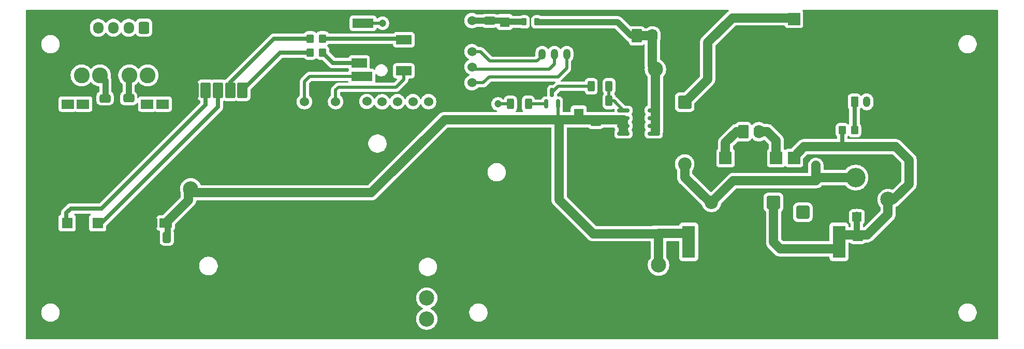
<source format=gbr>
%TF.GenerationSoftware,KiCad,Pcbnew,9.0.5*%
%TF.CreationDate,2025-10-20T18:48:47+02:00*%
%TF.ProjectId,yoradio-2,796f7261-6469-46f2-9d32-2e6b69636164,rev?*%
%TF.SameCoordinates,Original*%
%TF.FileFunction,Copper,L2,Bot*%
%TF.FilePolarity,Positive*%
%FSLAX46Y46*%
G04 Gerber Fmt 4.6, Leading zero omitted, Abs format (unit mm)*
G04 Created by KiCad (PCBNEW 9.0.5) date 2025-10-20 18:48:47*
%MOMM*%
%LPD*%
G01*
G04 APERTURE LIST*
G04 Aperture macros list*
%AMRoundRect*
0 Rectangle with rounded corners*
0 $1 Rounding radius*
0 $2 $3 $4 $5 $6 $7 $8 $9 X,Y pos of 4 corners*
0 Add a 4 corners polygon primitive as box body*
4,1,4,$2,$3,$4,$5,$6,$7,$8,$9,$2,$3,0*
0 Add four circle primitives for the rounded corners*
1,1,$1+$1,$2,$3*
1,1,$1+$1,$4,$5*
1,1,$1+$1,$6,$7*
1,1,$1+$1,$8,$9*
0 Add four rect primitives between the rounded corners*
20,1,$1+$1,$2,$3,$4,$5,0*
20,1,$1+$1,$4,$5,$6,$7,0*
20,1,$1+$1,$6,$7,$8,$9,0*
20,1,$1+$1,$8,$9,$2,$3,0*%
G04 Aperture macros list end*
%TA.AperFunction,ComponentPad*%
%ADD10R,2.000000X2.000000*%
%TD*%
%TA.AperFunction,ComponentPad*%
%ADD11C,2.500000*%
%TD*%
%TA.AperFunction,ComponentPad*%
%ADD12R,1.800000X1.800000*%
%TD*%
%TA.AperFunction,ComponentPad*%
%ADD13R,2.000000X1.524000*%
%TD*%
%TA.AperFunction,ComponentPad*%
%ADD14C,1.524000*%
%TD*%
%TA.AperFunction,ComponentPad*%
%ADD15C,3.200000*%
%TD*%
%TA.AperFunction,ComponentPad*%
%ADD16R,1.600000X1.600000*%
%TD*%
%TA.AperFunction,ComponentPad*%
%ADD17C,1.600000*%
%TD*%
%TA.AperFunction,ComponentPad*%
%ADD18RoundRect,0.249999X0.850001X0.850001X-0.850001X0.850001X-0.850001X-0.850001X0.850001X-0.850001X0*%
%TD*%
%TA.AperFunction,ComponentPad*%
%ADD19C,2.200000*%
%TD*%
%TA.AperFunction,ComponentPad*%
%ADD20RoundRect,0.250000X-0.825000X-0.825000X0.825000X-0.825000X0.825000X0.825000X-0.825000X0.825000X0*%
%TD*%
%TA.AperFunction,ComponentPad*%
%ADD21R,2.100000X3.000000*%
%TD*%
%TA.AperFunction,ComponentPad*%
%ADD22RoundRect,0.283333X-0.566667X-1.016667X0.566667X-1.016667X0.566667X1.016667X-0.566667X1.016667X0*%
%TD*%
%TA.AperFunction,ComponentPad*%
%ADD23RoundRect,0.249999X-0.850001X0.850001X-0.850001X-0.850001X0.850001X-0.850001X0.850001X0.850001X0*%
%TD*%
%TA.AperFunction,ComponentPad*%
%ADD24RoundRect,0.250000X0.550000X-0.550000X0.550000X0.550000X-0.550000X0.550000X-0.550000X-0.550000X0*%
%TD*%
%TA.AperFunction,SMDPad,CuDef*%
%ADD25RoundRect,0.250000X0.412500X0.650000X-0.412500X0.650000X-0.412500X-0.650000X0.412500X-0.650000X0*%
%TD*%
%TA.AperFunction,ComponentPad*%
%ADD26C,2.600000*%
%TD*%
%TA.AperFunction,SMDPad,CuDef*%
%ADD27RoundRect,0.150000X0.150000X-0.587500X0.150000X0.587500X-0.150000X0.587500X-0.150000X-0.587500X0*%
%TD*%
%TA.AperFunction,SMDPad,CuDef*%
%ADD28RoundRect,0.250000X0.650000X-0.412500X0.650000X0.412500X-0.650000X0.412500X-0.650000X-0.412500X0*%
%TD*%
%TA.AperFunction,SMDPad,CuDef*%
%ADD29RoundRect,0.250000X-0.650000X0.412500X-0.650000X-0.412500X0.650000X-0.412500X0.650000X0.412500X0*%
%TD*%
%TA.AperFunction,ComponentPad*%
%ADD30RoundRect,0.250000X0.350000X0.625000X-0.350000X0.625000X-0.350000X-0.625000X0.350000X-0.625000X0*%
%TD*%
%TA.AperFunction,ComponentPad*%
%ADD31O,1.200000X1.750000*%
%TD*%
%TA.AperFunction,SMDPad,CuDef*%
%ADD32RoundRect,0.250000X0.312500X0.625000X-0.312500X0.625000X-0.312500X-0.625000X0.312500X-0.625000X0*%
%TD*%
%TA.AperFunction,ComponentPad*%
%ADD33RoundRect,0.250000X-0.620000X-0.845000X0.620000X-0.845000X0.620000X0.845000X-0.620000X0.845000X0*%
%TD*%
%TA.AperFunction,ComponentPad*%
%ADD34O,1.740000X2.190000*%
%TD*%
%TA.AperFunction,SMDPad,CuDef*%
%ADD35RoundRect,0.250000X-0.350000X-0.450000X0.350000X-0.450000X0.350000X0.450000X-0.350000X0.450000X0*%
%TD*%
%TA.AperFunction,ComponentPad*%
%ADD36RoundRect,0.250000X0.600000X0.725000X-0.600000X0.725000X-0.600000X-0.725000X0.600000X-0.725000X0*%
%TD*%
%TA.AperFunction,ComponentPad*%
%ADD37O,1.700000X1.950000*%
%TD*%
%TA.AperFunction,SMDPad,CuDef*%
%ADD38RoundRect,0.218750X-0.218750X-0.381250X0.218750X-0.381250X0.218750X0.381250X-0.218750X0.381250X0*%
%TD*%
%TA.AperFunction,SMDPad,CuDef*%
%ADD39RoundRect,0.250000X-0.312500X-0.625000X0.312500X-0.625000X0.312500X0.625000X-0.312500X0.625000X0*%
%TD*%
%TA.AperFunction,ComponentPad*%
%ADD40RoundRect,0.250000X-0.350000X-0.625000X0.350000X-0.625000X0.350000X0.625000X-0.350000X0.625000X0*%
%TD*%
%TA.AperFunction,SMDPad,CuDef*%
%ADD41RoundRect,0.150000X-0.825000X-0.150000X0.825000X-0.150000X0.825000X0.150000X-0.825000X0.150000X0*%
%TD*%
%TA.AperFunction,SMDPad,CuDef*%
%ADD42R,3.400000X1.500000*%
%TD*%
%TA.AperFunction,SMDPad,CuDef*%
%ADD43R,2.500000X1.500000*%
%TD*%
%TA.AperFunction,ViaPad*%
%ADD44C,1.200000*%
%TD*%
%TA.AperFunction,Conductor*%
%ADD45C,1.500000*%
%TD*%
%TA.AperFunction,Conductor*%
%ADD46C,1.000000*%
%TD*%
%TA.AperFunction,Conductor*%
%ADD47C,0.500000*%
%TD*%
%TA.AperFunction,Conductor*%
%ADD48C,0.700000*%
%TD*%
G04 APERTURE END LIST*
D10*
%TO.P,M4,1,__GND-*%
%TO.N,GND*%
X187412500Y-77850000D03*
%TO.P,M4,2,Vin_5V*%
%TO.N,BATT+CHARGER*%
X201612500Y-77850000D03*
%TO.P,M4,3,OUT-*%
%TO.N,GND*%
X187412500Y-100650000D03*
%TO.P,M4,4,BATTERY-*%
%TO.N,Net-(J4-Pin_1)*%
X190412500Y-100650000D03*
%TO.P,M4,5,___BATTERY+*%
%TO.N,Net-(J4-Pin_2)*%
X198712500Y-100650000D03*
%TO.P,M4,6,___OUT+*%
%TO.N,/BAT_OUT+*%
X201612500Y-100650000D03*
%TD*%
D11*
%TO.P,M6,1,+BATT*%
%TO.N,Net-(J4-Pin_2)*%
X141542500Y-123620000D03*
%TO.P,M6,2,-BATT*%
%TO.N,Net-(J4-Pin_1)*%
X141542500Y-127070000D03*
%TD*%
D12*
%TO.P,M1,1,L_in*%
%TO.N,Net-(M1-L_in)*%
X82742500Y-111320000D03*
%TO.P,M1,2,GND_A*%
%TO.N,GND*%
X85242500Y-111320000D03*
%TO.P,M1,3,R_in*%
%TO.N,Net-(M1-R_in)*%
X87742500Y-111320000D03*
D13*
%TO.P,M1,4,VCC*%
%TO.N,+5V*%
X98842500Y-111320000D03*
%TO.P,M1,5,GND*%
%TO.N,GND*%
X96442500Y-111320000D03*
%TO.P,M1,6,L_OUT-*%
%TO.N,Net-(J1-Pin_4)*%
X82842500Y-91820000D03*
%TO.P,M1,7,L_OUT+*%
%TO.N,Net-(M1-L_OUT+)*%
X85342500Y-91820000D03*
%TO.P,M1,8,R_OUT+*%
%TO.N,Net-(M1-R_OUT+)*%
X95842500Y-91820000D03*
%TO.P,M1,9,R_OUT-*%
%TO.N,Net-(J1-Pin_1)*%
X98342500Y-91820000D03*
%TD*%
D11*
%TO.P,C14,1*%
%TO.N,+5VA*%
X178942500Y-86120000D03*
%TO.P,C14,2*%
%TO.N,GND*%
X173942500Y-86120000D03*
%TD*%
%TO.P,C2,1*%
%TO.N,+5V*%
X102937500Y-105720000D03*
%TO.P,C2,2*%
%TO.N,GND*%
X102937500Y-100720000D03*
%TD*%
D14*
%TO.P,M5,1,Vcc*%
%TO.N,+USB_C*%
X205182500Y-101870000D03*
X205182500Y-104370000D03*
D15*
X211682500Y-103870000D03*
%TO.P,M5,2,GND*%
%TO.N,GND*%
X216682500Y-103870000D03*
D14*
X223182500Y-101870000D03*
X223182500Y-104370000D03*
%TD*%
D16*
%TO.P,C3,1*%
%TO.N,Net-(M2-Vin)*%
X154292500Y-78364888D03*
D17*
%TO.P,C3,2*%
%TO.N,GND*%
X154292500Y-80864888D03*
%TD*%
D11*
%TO.P,C6,1*%
%TO.N,/BAT_OUT+*%
X216992500Y-107470000D03*
%TO.P,C6,2*%
%TO.N,GND*%
X221992500Y-107470000D03*
%TD*%
D18*
%TO.P,D1,1,K*%
%TO.N,/BAT_OUT+*%
X198270000Y-107940000D03*
D19*
%TO.P,D1,2,A*%
%TO.N,+USB_C*%
X188110000Y-107940000D03*
%TD*%
D20*
%TO.P,J7,1,Pin_1*%
%TO.N,/ENABLE*%
X203070000Y-109550000D03*
%TD*%
D16*
%TO.P,C7,1*%
%TO.N,+5V*%
X179270000Y-113085113D03*
D17*
%TO.P,C7,2*%
%TO.N,GND*%
X179270000Y-110585113D03*
%TD*%
D21*
%TO.P,M3,1,Vin*%
%TO.N,/BAT_OUT+*%
X208977500Y-115550000D03*
X208977500Y-113250000D03*
%TO.P,M3,2,GND*%
%TO.N,GND*%
X208977500Y-127850000D03*
X208977500Y-125550000D03*
%TO.P,M3,5,OUT*%
%TO.N,+5V*%
X184377500Y-115550000D03*
X184377500Y-113250000D03*
%TO.P,M3,6,GND*%
%TO.N,GND*%
X184577500Y-127850000D03*
X184577500Y-125550000D03*
%TD*%
D16*
%TO.P,C8,1*%
%TO.N,+5V*%
X166400000Y-93355113D03*
D17*
%TO.P,C8,2*%
%TO.N,GND*%
X166400000Y-90855113D03*
%TD*%
D11*
%TO.P,C9,1*%
%TO.N,+5V*%
X179457500Y-118210000D03*
%TO.P,C9,2*%
%TO.N,GND*%
X179457500Y-123210000D03*
%TD*%
D14*
%TO.P,M2,1,FLT*%
%TO.N,unconnected-(M2-FLT-Pad1)*%
X141842500Y-91420000D03*
%TO.P,M2,2,DEMP*%
%TO.N,unconnected-(M2-DEMP-Pad2)*%
X139292500Y-91420000D03*
%TO.P,M2,3,XSMT*%
%TO.N,unconnected-(M2-XSMT-Pad3)*%
X136742500Y-91420000D03*
%TO.P,M2,4,FMT*%
%TO.N,unconnected-(M2-FMT-Pad4)*%
X134242500Y-91440000D03*
%TO.P,M2,5,A3V3*%
%TO.N,unconnected-(M2-A3V3-Pad5)*%
X131742500Y-91380000D03*
%TO.P,M2,6,AGND*%
%TO.N,GND*%
X129192500Y-91430000D03*
%TO.P,M2,7,Rout*%
%TO.N,Net-(M2-Rout)*%
X126642500Y-91420000D03*
%TO.P,M2,8,AGND*%
%TO.N,GND*%
X124092500Y-91440000D03*
%TO.P,M2,9,Lout*%
%TO.N,Net-(M2-Lout)*%
X121542500Y-91420000D03*
%TO.P,M2,10,SCK*%
%TO.N,GND*%
X148942500Y-90820000D03*
%TO.P,M2,11,BCK*%
%TO.N,Net-(J2-Pin_2)*%
X148942500Y-88320000D03*
%TO.P,M2,12,Din*%
%TO.N,Net-(J2-Pin_3)*%
X148942500Y-85720000D03*
%TO.P,M2,13,LCK*%
%TO.N,Net-(J2-Pin_4)*%
X148942500Y-83220000D03*
%TO.P,M2,14,GND*%
%TO.N,GND*%
X148942500Y-80620000D03*
%TO.P,M2,15,Vin*%
%TO.N,Net-(M2-Vin)*%
X148942500Y-78120000D03*
%TD*%
D22*
%TO.P,RV1,1,GND*%
%TO.N,GND*%
X103392500Y-89550000D03*
%TO.P,RV1,2,L_slider*%
%TO.N,Net-(M1-L_in)*%
X105392500Y-89550000D03*
%TO.P,RV1,3,R_slider*%
%TO.N,Net-(M1-R_in)*%
X107392500Y-89550000D03*
%TO.P,RV1,4,R_input*%
%TO.N,Net-(RV1-R_input)*%
X109392500Y-89550000D03*
%TO.P,RV1,5,L_input*%
%TO.N,Net-(RV1-L_input)*%
X111392500Y-89550000D03*
D11*
%TO.P,RV1,6,GND*%
%TO.N,GND*%
X102392500Y-78650000D03*
X112332500Y-78690000D03*
%TD*%
D23*
%TO.P,D2,1,K*%
%TO.N,BATT+CHARGER*%
X183732500Y-91500000D03*
D19*
%TO.P,D2,2,A*%
%TO.N,+USB_C*%
X183732500Y-101660000D03*
%TD*%
D24*
%TO.P,C13,1*%
%TO.N,/BAT_OUT+*%
X211880000Y-110315113D03*
D17*
%TO.P,C13,2*%
%TO.N,GND*%
X211880000Y-107815113D03*
%TD*%
D25*
%TO.P,C1,1*%
%TO.N,+5V*%
X99055000Y-113670000D03*
%TO.P,C1,2*%
%TO.N,GND*%
X95930000Y-113670000D03*
%TD*%
D26*
%TO.P,L1,1*%
%TO.N,Net-(M1-L_OUT+)*%
X85100000Y-87100000D03*
%TO.P,L1,2*%
%TO.N,Net-(J1-Pin_3)*%
X88100000Y-87100000D03*
%TD*%
D27*
%TO.P,Q2,1,B*%
%TO.N,Net-(Q2-B)*%
X161100000Y-91800000D03*
%TO.P,Q2,2,E*%
%TO.N,+5V*%
X163000000Y-91800000D03*
%TO.P,Q2,3,C*%
%TO.N,Net-(Q2-C)*%
X162050000Y-89925000D03*
%TD*%
D28*
%TO.P,C11,1*%
%TO.N,GND*%
X88940000Y-94002500D03*
%TO.P,C11,2*%
%TO.N,Net-(J1-Pin_3)*%
X88940000Y-90877500D03*
%TD*%
D29*
%TO.P,C12,1*%
%TO.N,Net-(J1-Pin_2)*%
X92800000Y-90875000D03*
%TO.P,C12,2*%
%TO.N,GND*%
X92800000Y-94000000D03*
%TD*%
D30*
%TO.P,J2,1,Pin_1*%
%TO.N,GND*%
X166430000Y-83630000D03*
D31*
%TO.P,J2,2,Pin_2*%
%TO.N,Net-(J2-Pin_2)*%
X164430000Y-83630000D03*
%TO.P,J2,3,Pin_3*%
%TO.N,Net-(J2-Pin_3)*%
X162430000Y-83630000D03*
%TO.P,J2,4,Pin_4*%
%TO.N,Net-(J2-Pin_4)*%
X160430000Y-83630000D03*
%TD*%
D32*
%TO.P,R6,1*%
%TO.N,Net-(Q2-B)*%
X158162500Y-91800000D03*
%TO.P,R6,2*%
%TO.N,Net-(J3-PadG)*%
X155237500Y-91800000D03*
%TD*%
D33*
%TO.P,J6,1,Pin_1*%
%TO.N,+5VA*%
X175910000Y-80630000D03*
D34*
%TO.P,J6,2,Pin_2*%
X178450000Y-80630000D03*
%TO.P,J6,3,Pin_3*%
%TO.N,GND*%
X180990000Y-80630000D03*
%TO.P,J6,4,Pin_4*%
X183530000Y-80630000D03*
%TD*%
D35*
%TO.P,R5,1*%
%TO.N,/BAT_OUT+*%
X209500000Y-96100000D03*
%TO.P,R5,2*%
%TO.N,Net-(J5-Pin_1)*%
X211500000Y-96100000D03*
%TD*%
D36*
%TO.P,J1,1,Pin_1*%
%TO.N,Net-(J1-Pin_1)*%
X95300000Y-79300000D03*
D37*
%TO.P,J1,2,Pin_2*%
%TO.N,Net-(J1-Pin_2)*%
X92800000Y-79300000D03*
%TO.P,J1,3,Pin_3*%
%TO.N,Net-(J1-Pin_3)*%
X90300000Y-79300000D03*
%TO.P,J1,4,Pin_4*%
%TO.N,Net-(J1-Pin_4)*%
X87800000Y-79300000D03*
%TD*%
D29*
%TO.P,C4,1*%
%TO.N,Net-(M2-Vin)*%
X151842500Y-78157500D03*
%TO.P,C4,2*%
%TO.N,GND*%
X151842500Y-81282500D03*
%TD*%
D35*
%TO.P,R1,1*%
%TO.N,Net-(RV1-L_input)*%
X122492500Y-83370000D03*
%TO.P,R1,2*%
%TO.N,Net-(J3-PadT1)*%
X124492500Y-83370000D03*
%TD*%
D38*
%TO.P,FB1,1*%
%TO.N,Net-(M2-Vin)*%
X157467500Y-78340000D03*
%TO.P,FB1,2*%
%TO.N,+5VA*%
X159592500Y-78340000D03*
%TD*%
D35*
%TO.P,R2,1*%
%TO.N,Net-(RV1-R_input)*%
X122492500Y-81070000D03*
%TO.P,R2,2*%
%TO.N,Net-(J3-PadS1)*%
X124492500Y-81070000D03*
%TD*%
D39*
%TO.P,R4,1*%
%TO.N,GND*%
X168437500Y-91300000D03*
%TO.P,R4,2*%
%TO.N,Net-(Q1-G)*%
X171362500Y-91300000D03*
%TD*%
%TO.P,R3,1*%
%TO.N,Net-(Q2-C)*%
X168437500Y-88900000D03*
%TO.P,R3,2*%
%TO.N,Net-(Q1-G)*%
X171362500Y-88900000D03*
%TD*%
D29*
%TO.P,C15,1*%
%TO.N,+5V*%
X169200000Y-94737500D03*
%TO.P,C15,2*%
%TO.N,GND*%
X169200000Y-97862500D03*
%TD*%
D26*
%TO.P,L2,1*%
%TO.N,Net-(M1-R_OUT+)*%
X95900000Y-87100000D03*
%TO.P,L2,2*%
%TO.N,Net-(J1-Pin_2)*%
X92900000Y-87100000D03*
%TD*%
D40*
%TO.P,J5,1,Pin_1*%
%TO.N,Net-(J5-Pin_1)*%
X211500000Y-91450000D03*
D31*
%TO.P,J5,2,Pin_2*%
%TO.N,/ENABLE*%
X213500000Y-91450000D03*
%TO.P,J5,3,Pin_3*%
%TO.N,GND*%
X215500000Y-91450000D03*
%TD*%
D29*
%TO.P,C5,1*%
%TO.N,/BAT_OUT+*%
X212020000Y-113637500D03*
%TO.P,C5,2*%
%TO.N,GND*%
X212020000Y-116762500D03*
%TD*%
D33*
%TO.P,J4,1,Pin_1*%
%TO.N,Net-(J4-Pin_1)*%
X193332500Y-96340000D03*
D34*
%TO.P,J4,2,Pin_2*%
%TO.N,Net-(J4-Pin_2)*%
X195872500Y-96340000D03*
%TD*%
D41*
%TO.P,Q1,1,S*%
%TO.N,+5V*%
X173717500Y-96675000D03*
%TO.P,Q1,2,S*%
X173717500Y-95405000D03*
%TO.P,Q1,3,S*%
X173717500Y-94135000D03*
%TO.P,Q1,4,G*%
%TO.N,Net-(Q1-G)*%
X173717500Y-92865000D03*
%TO.P,Q1,5,D*%
%TO.N,+5VA*%
X178667500Y-92865000D03*
%TO.P,Q1,6,D*%
X178667500Y-94135000D03*
%TO.P,Q1,7,D*%
X178667500Y-95405000D03*
%TO.P,Q1,8,D*%
X178667500Y-96675000D03*
%TD*%
D42*
%TO.P,J3,G*%
%TO.N,Net-(J3-PadG)*%
X131142500Y-78570000D03*
D43*
%TO.P,J3,H,Housing*%
%TO.N,GND*%
X137792500Y-78570000D03*
%TO.P,J3,S1*%
%TO.N,Net-(J3-PadS1)*%
X137792500Y-81270000D03*
%TO.P,J3,SN1*%
%TO.N,Net-(M2-Rout)*%
X137792500Y-86370000D03*
%TO.P,J3,T1*%
%TO.N,Net-(J3-PadT1)*%
X130492500Y-85070000D03*
D42*
%TO.P,J3,TN1*%
%TO.N,Net-(M2-Lout)*%
X130942500Y-87270000D03*
%TD*%
D28*
%TO.P,C10,1*%
%TO.N,+5V*%
X182000000Y-112952500D03*
%TO.P,C10,2*%
%TO.N,GND*%
X182000000Y-109827500D03*
%TD*%
D44*
%TO.N,GND*%
X137800000Y-77100000D03*
X94500000Y-113700000D03*
X92800000Y-95500000D03*
X88900000Y-95500000D03*
X151800000Y-82700000D03*
X182000000Y-108400000D03*
X212000000Y-118200000D03*
X169200000Y-99300000D03*
%TO.N,Net-(J3-PadG)*%
X134300000Y-78550000D03*
X153200000Y-91800000D03*
%TD*%
D45*
%TO.N,+5V*%
X173717500Y-94405000D02*
X173717500Y-96211129D01*
X102592500Y-106370000D02*
X132492500Y-106370000D01*
X163182500Y-107482500D02*
X163182500Y-94420000D01*
X173717500Y-94690000D02*
X173397500Y-94370000D01*
D46*
X99155000Y-113870000D02*
X99155000Y-111632500D01*
D45*
X179457500Y-113092500D02*
X179520000Y-113030000D01*
D46*
X171247500Y-94135000D02*
X173717500Y-94135000D01*
D45*
X173702500Y-94390000D02*
X173717500Y-94405000D01*
X98842500Y-111320000D02*
X102592500Y-107570000D01*
X102592500Y-107570000D02*
X102592500Y-106370000D01*
X184377500Y-113030000D02*
X179520000Y-113030000D01*
D46*
X171212500Y-94170000D02*
X171247500Y-94135000D01*
X99155000Y-111632500D02*
X98842500Y-111320000D01*
D45*
X168760000Y-113060000D02*
X163182500Y-107482500D01*
X163182500Y-94420000D02*
X163132500Y-94370000D01*
X161900000Y-94370000D02*
X157292500Y-94370000D01*
X184377500Y-115550000D02*
X184377500Y-113030000D01*
D46*
X171212500Y-94170000D02*
X168692500Y-94170000D01*
D45*
X173397500Y-94370000D02*
X163132500Y-94370000D01*
X179270000Y-113085113D02*
X179244887Y-113060000D01*
X173717500Y-96211129D02*
X173736207Y-96229836D01*
X163132500Y-94370000D02*
X161900000Y-94370000D01*
X132492500Y-106370000D02*
X144492500Y-94370000D01*
X179244887Y-113060000D02*
X168760000Y-113060000D01*
X144492500Y-94370000D02*
X157292500Y-94370000D01*
X179457500Y-118210000D02*
X179457500Y-113092500D01*
D47*
X163000000Y-91608750D02*
X163000000Y-94191250D01*
D45*
%TO.N,+USB_C*%
X205682500Y-103870000D02*
X205182500Y-104370000D01*
X205182500Y-101870000D02*
X205182500Y-104370000D01*
X205182500Y-104370000D02*
X191680000Y-104370000D01*
X187970000Y-108040000D02*
X183767500Y-103837500D01*
X191680000Y-104370000D02*
X188010000Y-108040000D01*
X211682500Y-103870000D02*
X205682500Y-103870000D01*
X183740000Y-103837500D02*
X183732500Y-103830000D01*
X183767500Y-103837500D02*
X183740000Y-103837500D01*
X183732500Y-103830000D02*
X183732500Y-101660000D01*
X188010000Y-108040000D02*
X187970000Y-108040000D01*
X211792500Y-103720000D02*
X211772500Y-103740000D01*
D46*
%TO.N,Net-(J1-Pin_2)*%
X92800000Y-90815000D02*
X92800000Y-87200000D01*
%TO.N,Net-(J1-Pin_3)*%
X88992500Y-87992500D02*
X88100000Y-87100000D01*
X88992500Y-90825000D02*
X88992500Y-87992500D01*
X88940000Y-90877500D02*
X88992500Y-90825000D01*
D47*
%TO.N,Net-(J2-Pin_3)*%
X149292500Y-86070000D02*
X161592500Y-86070000D01*
X161592500Y-86070000D02*
X162430000Y-85232500D01*
X162430000Y-85232500D02*
X162430000Y-83630000D01*
X148942500Y-85720000D02*
X149292500Y-86070000D01*
%TO.N,Net-(J2-Pin_4)*%
X151882500Y-84770000D02*
X150332500Y-83220000D01*
X150332500Y-83220000D02*
X148942500Y-83220000D01*
X159590000Y-84770000D02*
X151882500Y-84770000D01*
X160390000Y-83970000D02*
X159590000Y-84770000D01*
X160192500Y-84170000D02*
X160192500Y-84167500D01*
X160192500Y-84167500D02*
X160390000Y-83970000D01*
%TO.N,Net-(J2-Pin_2)*%
X150782500Y-88320000D02*
X148942500Y-88320000D01*
X151732500Y-87370000D02*
X150782500Y-88320000D01*
X164430000Y-83630000D02*
X164430000Y-85932500D01*
X162992500Y-87370000D02*
X151732500Y-87370000D01*
X164430000Y-85932500D02*
X162992500Y-87370000D01*
D45*
%TO.N,Net-(J4-Pin_2)*%
X198712500Y-97802500D02*
X197250000Y-96340000D01*
X197250000Y-96340000D02*
X195872500Y-96340000D01*
X198712500Y-100650000D02*
X198712500Y-97802500D01*
%TO.N,Net-(J4-Pin_1)*%
X190412500Y-100650000D02*
X190412500Y-98127500D01*
X192200000Y-96340000D02*
X193332500Y-96340000D01*
X190412500Y-98127500D02*
X192200000Y-96340000D01*
D48*
%TO.N,Net-(M1-R_in)*%
X107392500Y-92270000D02*
X107392500Y-89550000D01*
X88392500Y-111270000D02*
X107392500Y-92270000D01*
X87692500Y-111270000D02*
X88392500Y-111270000D01*
X87742500Y-111320000D02*
X87692500Y-111270000D01*
%TO.N,Net-(M1-L_in)*%
X88382500Y-108930000D02*
X105392500Y-91920000D01*
X83332500Y-108930000D02*
X88382500Y-108930000D01*
X82742500Y-111320000D02*
X82592500Y-111170000D01*
X82592500Y-109670000D02*
X83332500Y-108930000D01*
X82592500Y-111170000D02*
X82592500Y-109670000D01*
X105392500Y-91920000D02*
X105392500Y-89550000D01*
D47*
%TO.N,Net-(M2-Lout)*%
X121542500Y-88120000D02*
X122392500Y-87270000D01*
X121542500Y-88120000D02*
X121542500Y-91420000D01*
X122392500Y-87270000D02*
X130942500Y-87270000D01*
%TO.N,Net-(M2-Rout)*%
X126642500Y-89520000D02*
X126642500Y-89620000D01*
X126642500Y-89620000D02*
X126642500Y-91420000D01*
X137792500Y-86370000D02*
X137792500Y-87770000D01*
X127092500Y-89070000D02*
X126642500Y-89520000D01*
X137792500Y-87770000D02*
X136492500Y-89070000D01*
X136492500Y-89070000D02*
X127092500Y-89070000D01*
D45*
%TO.N,BATT+CHARGER*%
X191530000Y-77670000D02*
X187480000Y-81720000D01*
X187480000Y-87752500D02*
X183732500Y-91500000D01*
X201592500Y-77670000D02*
X191530000Y-77670000D01*
X187480000Y-81720000D02*
X187480000Y-87752500D01*
D46*
X183722500Y-91490000D02*
X183732500Y-91500000D01*
%TO.N,+5VA*%
X175910000Y-80630000D02*
X175002500Y-80630000D01*
D45*
X178682500Y-85860000D02*
X178942500Y-86120000D01*
X178450000Y-85627500D02*
X178942500Y-86120000D01*
X175910000Y-80630000D02*
X178450000Y-80630000D01*
D46*
X175002500Y-80630000D02*
X172752500Y-78380000D01*
D45*
X178942500Y-86120000D02*
X178942500Y-96220000D01*
D46*
X172752500Y-78380000D02*
X159662500Y-78380000D01*
D45*
X178450000Y-80630000D02*
X178450000Y-85627500D01*
D46*
X178942500Y-86120000D02*
X178752500Y-85930000D01*
D47*
%TO.N,Net-(Q1-G)*%
X171362500Y-91300000D02*
X172152500Y-91300000D01*
X172152500Y-91300000D02*
X173717500Y-92865000D01*
X171362500Y-88900000D02*
X171362500Y-91300000D01*
D48*
%TO.N,Net-(J3-PadT1)*%
X130492500Y-85070000D02*
X126192500Y-85070000D01*
X126192500Y-85070000D02*
X124492500Y-83370000D01*
%TO.N,Net-(J3-PadS1)*%
X136842500Y-81320000D02*
X136742500Y-81220000D01*
X137592500Y-81070000D02*
X137792500Y-81270000D01*
X124492500Y-81070000D02*
X137592500Y-81070000D01*
D45*
%TO.N,/BAT_OUT+*%
X209012500Y-115515000D02*
X208977500Y-115550000D01*
X198270000Y-114480000D02*
X199340000Y-115550000D01*
X217902500Y-107470000D02*
X216992500Y-107470000D01*
D46*
X211880000Y-109990000D02*
X211880000Y-112812500D01*
D45*
X218252500Y-98815000D02*
X220422500Y-100985000D01*
X220422500Y-104950000D02*
X217902500Y-107470000D01*
D46*
X211880000Y-112812500D02*
X211442500Y-113250000D01*
D47*
X209200000Y-98715000D02*
X209100000Y-98815000D01*
D45*
X208977500Y-113250000D02*
X211442500Y-113250000D01*
X199340000Y-115550000D02*
X208977500Y-115550000D01*
X211442500Y-113250000D02*
X213612500Y-113250000D01*
X198270000Y-107940000D02*
X198270000Y-114480000D01*
X209100000Y-98815000D02*
X218252500Y-98815000D01*
X201592500Y-100470000D02*
X203247500Y-98815000D01*
X203247500Y-98815000D02*
X209100000Y-98815000D01*
X213612500Y-113250000D02*
X216992500Y-109870000D01*
X220422500Y-100985000D02*
X220422500Y-104950000D01*
X216992500Y-109870000D02*
X216992500Y-107470000D01*
D48*
X209500000Y-96092500D02*
X209500000Y-98707500D01*
%TO.N,Net-(RV1-L_input)*%
X122492500Y-83370000D02*
X117572500Y-83370000D01*
X117572500Y-83370000D02*
X111392500Y-89550000D01*
%TO.N,Net-(RV1-R_input)*%
X109392500Y-89550000D02*
X109392500Y-88250000D01*
X109392500Y-88250000D02*
X116572500Y-81070000D01*
X116572500Y-81070000D02*
X122492500Y-81070000D01*
%TO.N,Net-(J5-Pin_1)*%
X211500000Y-95800000D02*
X211500000Y-91500000D01*
D46*
%TO.N,Net-(M2-Vin)*%
X154712500Y-78340000D02*
X156990000Y-78340000D01*
X148942500Y-78120000D02*
X154492500Y-78120000D01*
D47*
%TO.N,Net-(J3-PadG)*%
X153200000Y-91800000D02*
X155237500Y-91800000D01*
X134280000Y-78570000D02*
X131142500Y-78570000D01*
X134300000Y-78550000D02*
X134280000Y-78570000D01*
%TO.N,Net-(Q2-B)*%
X161012500Y-91800000D02*
X158162500Y-91800000D01*
X161050000Y-91837500D02*
X161012500Y-91800000D01*
%TO.N,Net-(Q2-C)*%
X168437500Y-88900000D02*
X163062500Y-88900000D01*
X162050000Y-89912500D02*
X162050000Y-89925000D01*
X163062500Y-88900000D02*
X162050000Y-89912500D01*
%TD*%
%TA.AperFunction,Conductor*%
%TO.N,GND*%
G36*
X190877250Y-76390185D02*
G01*
X190923005Y-76442989D01*
X190932949Y-76512147D01*
X190903924Y-76575703D01*
X190878364Y-76597374D01*
X190878537Y-76597612D01*
X190875370Y-76599912D01*
X190874995Y-76600231D01*
X190874594Y-76600476D01*
X190783741Y-76666485D01*
X190715354Y-76716172D01*
X190715352Y-76716174D01*
X190715351Y-76716174D01*
X186526174Y-80905351D01*
X186526174Y-80905352D01*
X186526172Y-80905354D01*
X186484387Y-80962866D01*
X186410476Y-81064594D01*
X186321117Y-81239971D01*
X186321116Y-81239973D01*
X186321116Y-81239974D01*
X186275265Y-81381089D01*
X186267920Y-81403694D01*
X186260290Y-81427175D01*
X186229500Y-81621577D01*
X186229500Y-87183164D01*
X186209815Y-87250203D01*
X186193181Y-87270845D01*
X183600845Y-89863181D01*
X183539522Y-89896666D01*
X183513164Y-89899500D01*
X182832482Y-89899500D01*
X182729703Y-89910000D01*
X182729702Y-89910001D01*
X182647169Y-89937349D01*
X182563167Y-89965185D01*
X182563162Y-89965187D01*
X182413842Y-90057289D01*
X182289789Y-90181342D01*
X182197687Y-90330662D01*
X182197685Y-90330667D01*
X182170575Y-90412480D01*
X182142501Y-90497202D01*
X182142501Y-90497203D01*
X182142500Y-90497203D01*
X182132000Y-90599982D01*
X182132000Y-92400017D01*
X182142500Y-92502796D01*
X182197685Y-92669332D01*
X182197687Y-92669337D01*
X182203787Y-92679227D01*
X182289788Y-92818656D01*
X182413844Y-92942712D01*
X182563165Y-93034814D01*
X182729702Y-93089999D01*
X182832490Y-93100500D01*
X182832495Y-93100500D01*
X184632505Y-93100500D01*
X184632510Y-93100500D01*
X184735298Y-93089999D01*
X184901835Y-93034814D01*
X185051156Y-92942712D01*
X185175212Y-92818656D01*
X185267314Y-92669335D01*
X185322499Y-92502798D01*
X185333000Y-92400010D01*
X185333000Y-91719336D01*
X185352685Y-91652297D01*
X185369319Y-91631655D01*
X186900974Y-90100000D01*
X188433828Y-88567146D01*
X188549524Y-88407905D01*
X188556330Y-88394548D01*
X188556650Y-88393920D01*
X188556651Y-88393917D01*
X188579872Y-88348343D01*
X188638884Y-88232525D01*
X188692383Y-88067873D01*
X188699709Y-88045327D01*
X188720092Y-87916630D01*
X188730500Y-87850922D01*
X188730500Y-82289336D01*
X188750185Y-82222297D01*
X188766819Y-82201655D01*
X189086572Y-81881902D01*
X228499500Y-81881902D01*
X228499500Y-82118097D01*
X228536446Y-82351368D01*
X228609433Y-82575996D01*
X228705068Y-82763689D01*
X228716657Y-82786433D01*
X228855483Y-82977510D01*
X229022490Y-83144517D01*
X229213567Y-83283343D01*
X229312991Y-83334002D01*
X229424003Y-83390566D01*
X229424005Y-83390566D01*
X229424008Y-83390568D01*
X229544412Y-83429689D01*
X229648631Y-83463553D01*
X229881903Y-83500500D01*
X229881908Y-83500500D01*
X230118097Y-83500500D01*
X230351368Y-83463553D01*
X230575992Y-83390568D01*
X230786433Y-83283343D01*
X230977510Y-83144517D01*
X231144517Y-82977510D01*
X231283343Y-82786433D01*
X231390568Y-82575992D01*
X231463553Y-82351368D01*
X231473378Y-82289336D01*
X231500500Y-82118097D01*
X231500500Y-81881902D01*
X231463553Y-81648631D01*
X231420663Y-81516632D01*
X231390568Y-81424008D01*
X231390566Y-81424005D01*
X231390566Y-81424003D01*
X231296798Y-81239974D01*
X231283343Y-81213567D01*
X231144517Y-81022490D01*
X230977510Y-80855483D01*
X230786433Y-80716657D01*
X230772999Y-80709812D01*
X230575996Y-80609433D01*
X230351368Y-80536446D01*
X230118097Y-80499500D01*
X230118092Y-80499500D01*
X229881908Y-80499500D01*
X229881903Y-80499500D01*
X229648631Y-80536446D01*
X229424003Y-80609433D01*
X229213566Y-80716657D01*
X229132578Y-80775499D01*
X229022490Y-80855483D01*
X229022488Y-80855485D01*
X229022487Y-80855485D01*
X228855485Y-81022487D01*
X228855485Y-81022488D01*
X228855483Y-81022490D01*
X228824893Y-81064594D01*
X228716657Y-81213566D01*
X228609433Y-81424003D01*
X228536446Y-81648631D01*
X228499500Y-81881902D01*
X189086572Y-81881902D01*
X192011655Y-78956819D01*
X192072978Y-78923334D01*
X192099336Y-78920500D01*
X200018520Y-78920500D01*
X200085559Y-78940185D01*
X200131314Y-78992989D01*
X200134702Y-79001167D01*
X200168702Y-79092328D01*
X200168706Y-79092335D01*
X200254952Y-79207544D01*
X200254955Y-79207547D01*
X200370164Y-79293793D01*
X200370171Y-79293797D01*
X200505017Y-79344091D01*
X200505016Y-79344091D01*
X200511944Y-79344835D01*
X200564627Y-79350500D01*
X202660372Y-79350499D01*
X202719983Y-79344091D01*
X202854831Y-79293796D01*
X202970046Y-79207546D01*
X203056296Y-79092331D01*
X203106591Y-78957483D01*
X203113000Y-78897873D01*
X203112999Y-76802128D01*
X203106591Y-76742517D01*
X203056296Y-76607669D01*
X203027207Y-76568811D01*
X203002790Y-76503347D01*
X203017642Y-76435074D01*
X203067047Y-76385668D01*
X203126474Y-76370500D01*
X234868000Y-76370500D01*
X234935039Y-76390185D01*
X234980794Y-76442989D01*
X234992000Y-76494500D01*
X234992000Y-130245500D01*
X234972315Y-130312539D01*
X234919511Y-130358294D01*
X234868000Y-130369500D01*
X76117000Y-130369500D01*
X76049961Y-130349815D01*
X76004206Y-130297011D01*
X75993000Y-130245500D01*
X75993000Y-125881902D01*
X78499500Y-125881902D01*
X78499500Y-126118097D01*
X78536446Y-126351368D01*
X78609433Y-126575996D01*
X78716657Y-126786433D01*
X78855483Y-126977510D01*
X79022490Y-127144517D01*
X79213567Y-127283343D01*
X79312991Y-127334002D01*
X79424003Y-127390566D01*
X79424005Y-127390566D01*
X79424008Y-127390568D01*
X79544412Y-127429689D01*
X79648631Y-127463553D01*
X79881903Y-127500500D01*
X79881908Y-127500500D01*
X80118097Y-127500500D01*
X80351368Y-127463553D01*
X80575992Y-127390568D01*
X80786433Y-127283343D01*
X80977510Y-127144517D01*
X81144517Y-126977510D01*
X81283343Y-126786433D01*
X81390568Y-126575992D01*
X81463553Y-126351368D01*
X81472620Y-126294123D01*
X81500500Y-126118097D01*
X81500500Y-125881902D01*
X81463553Y-125648631D01*
X81390566Y-125424003D01*
X81293813Y-125234116D01*
X81283343Y-125213567D01*
X81144517Y-125022490D01*
X80977510Y-124855483D01*
X80786433Y-124716657D01*
X80575996Y-124609433D01*
X80351368Y-124536446D01*
X80118097Y-124499500D01*
X80118092Y-124499500D01*
X79881908Y-124499500D01*
X79881903Y-124499500D01*
X79648631Y-124536446D01*
X79424003Y-124609433D01*
X79213566Y-124716657D01*
X79130979Y-124776661D01*
X79022490Y-124855483D01*
X79022488Y-124855485D01*
X79022487Y-124855485D01*
X78855485Y-125022487D01*
X78855485Y-125022488D01*
X78855483Y-125022490D01*
X78814709Y-125078611D01*
X78716657Y-125213566D01*
X78609433Y-125424003D01*
X78536446Y-125648631D01*
X78499500Y-125881902D01*
X75993000Y-125881902D01*
X75993000Y-123505258D01*
X139792000Y-123505258D01*
X139792000Y-123734741D01*
X139816946Y-123924215D01*
X139821952Y-123962238D01*
X139821953Y-123962240D01*
X139881342Y-124183887D01*
X139969150Y-124395876D01*
X139969157Y-124395890D01*
X140083892Y-124594617D01*
X140223581Y-124776661D01*
X140223589Y-124776670D01*
X140385830Y-124938911D01*
X140385838Y-124938918D01*
X140567882Y-125078607D01*
X140567885Y-125078608D01*
X140567888Y-125078611D01*
X140766612Y-125193344D01*
X140856167Y-125230439D01*
X140910570Y-125274280D01*
X140932635Y-125340574D01*
X140915356Y-125408273D01*
X140864219Y-125455884D01*
X140856167Y-125459561D01*
X140766618Y-125496653D01*
X140766609Y-125496657D01*
X140567882Y-125611392D01*
X140385838Y-125751081D01*
X140223581Y-125913338D01*
X140083892Y-126095382D01*
X139969157Y-126294109D01*
X139969150Y-126294123D01*
X139881342Y-126506112D01*
X139821953Y-126727759D01*
X139821951Y-126727770D01*
X139792000Y-126955258D01*
X139792000Y-127184741D01*
X139804982Y-127283342D01*
X139821952Y-127412238D01*
X139881342Y-127633887D01*
X139969150Y-127845876D01*
X139969157Y-127845890D01*
X140083892Y-128044617D01*
X140223581Y-128226661D01*
X140223589Y-128226670D01*
X140385830Y-128388911D01*
X140385838Y-128388918D01*
X140567882Y-128528607D01*
X140567885Y-128528608D01*
X140567888Y-128528611D01*
X140766612Y-128643344D01*
X140766617Y-128643346D01*
X140766623Y-128643349D01*
X140857980Y-128681190D01*
X140978613Y-128731158D01*
X141200262Y-128790548D01*
X141427766Y-128820500D01*
X141427773Y-128820500D01*
X141657227Y-128820500D01*
X141657234Y-128820500D01*
X141884738Y-128790548D01*
X142106387Y-128731158D01*
X142318388Y-128643344D01*
X142517112Y-128528611D01*
X142699161Y-128388919D01*
X142699165Y-128388914D01*
X142699170Y-128388911D01*
X142861411Y-128226670D01*
X142861414Y-128226665D01*
X142861419Y-128226661D01*
X143001111Y-128044612D01*
X143115844Y-127845888D01*
X143203658Y-127633887D01*
X143263048Y-127412238D01*
X143293000Y-127184734D01*
X143293000Y-126955266D01*
X143263048Y-126727762D01*
X143203658Y-126506113D01*
X143115844Y-126294112D01*
X143001111Y-126095388D01*
X143001108Y-126095385D01*
X143001107Y-126095382D01*
X142891488Y-125952526D01*
X142861419Y-125913339D01*
X142861413Y-125913333D01*
X142861410Y-125913329D01*
X142829983Y-125881902D01*
X148499500Y-125881902D01*
X148499500Y-126118097D01*
X148536446Y-126351368D01*
X148609433Y-126575996D01*
X148716657Y-126786433D01*
X148855483Y-126977510D01*
X149022490Y-127144517D01*
X149213567Y-127283343D01*
X149312991Y-127334002D01*
X149424003Y-127390566D01*
X149424005Y-127390566D01*
X149424008Y-127390568D01*
X149544412Y-127429689D01*
X149648631Y-127463553D01*
X149881903Y-127500500D01*
X149881908Y-127500500D01*
X150118097Y-127500500D01*
X150351368Y-127463553D01*
X150575992Y-127390568D01*
X150786433Y-127283343D01*
X150977510Y-127144517D01*
X151144517Y-126977510D01*
X151283343Y-126786433D01*
X151390568Y-126575992D01*
X151463553Y-126351368D01*
X151472620Y-126294123D01*
X151500500Y-126118097D01*
X151500500Y-125881902D01*
X228499500Y-125881902D01*
X228499500Y-126118097D01*
X228536446Y-126351368D01*
X228609433Y-126575996D01*
X228716657Y-126786433D01*
X228855483Y-126977510D01*
X229022490Y-127144517D01*
X229213567Y-127283343D01*
X229312991Y-127334002D01*
X229424003Y-127390566D01*
X229424005Y-127390566D01*
X229424008Y-127390568D01*
X229544412Y-127429689D01*
X229648631Y-127463553D01*
X229881903Y-127500500D01*
X229881908Y-127500500D01*
X230118097Y-127500500D01*
X230351368Y-127463553D01*
X230575992Y-127390568D01*
X230786433Y-127283343D01*
X230977510Y-127144517D01*
X231144517Y-126977510D01*
X231283343Y-126786433D01*
X231390568Y-126575992D01*
X231463553Y-126351368D01*
X231472620Y-126294123D01*
X231500500Y-126118097D01*
X231500500Y-125881902D01*
X231463553Y-125648631D01*
X231390566Y-125424003D01*
X231293813Y-125234116D01*
X231283343Y-125213567D01*
X231144517Y-125022490D01*
X230977510Y-124855483D01*
X230786433Y-124716657D01*
X230575996Y-124609433D01*
X230351368Y-124536446D01*
X230118097Y-124499500D01*
X230118092Y-124499500D01*
X229881908Y-124499500D01*
X229881903Y-124499500D01*
X229648631Y-124536446D01*
X229424003Y-124609433D01*
X229213566Y-124716657D01*
X229130979Y-124776661D01*
X229022490Y-124855483D01*
X229022488Y-124855485D01*
X229022487Y-124855485D01*
X228855485Y-125022487D01*
X228855485Y-125022488D01*
X228855483Y-125022490D01*
X228814709Y-125078611D01*
X228716657Y-125213566D01*
X228609433Y-125424003D01*
X228536446Y-125648631D01*
X228499500Y-125881902D01*
X151500500Y-125881902D01*
X151463553Y-125648631D01*
X151390566Y-125424003D01*
X151293813Y-125234116D01*
X151283343Y-125213567D01*
X151144517Y-125022490D01*
X150977510Y-124855483D01*
X150786433Y-124716657D01*
X150575996Y-124609433D01*
X150351368Y-124536446D01*
X150118097Y-124499500D01*
X150118092Y-124499500D01*
X149881908Y-124499500D01*
X149881903Y-124499500D01*
X149648631Y-124536446D01*
X149424003Y-124609433D01*
X149213566Y-124716657D01*
X149130979Y-124776661D01*
X149022490Y-124855483D01*
X149022488Y-124855485D01*
X149022487Y-124855485D01*
X148855485Y-125022487D01*
X148855485Y-125022488D01*
X148855483Y-125022490D01*
X148814709Y-125078611D01*
X148716657Y-125213566D01*
X148609433Y-125424003D01*
X148536446Y-125648631D01*
X148499500Y-125881902D01*
X142829983Y-125881902D01*
X142699170Y-125751089D01*
X142699161Y-125751081D01*
X142517117Y-125611392D01*
X142318390Y-125496657D01*
X142318376Y-125496650D01*
X142228833Y-125459561D01*
X142174429Y-125415721D01*
X142152364Y-125349427D01*
X142169643Y-125281727D01*
X142220780Y-125234116D01*
X142228833Y-125230439D01*
X142318376Y-125193349D01*
X142318376Y-125193348D01*
X142318388Y-125193344D01*
X142517112Y-125078611D01*
X142699161Y-124938919D01*
X142699165Y-124938914D01*
X142699170Y-124938911D01*
X142861411Y-124776670D01*
X142861414Y-124776665D01*
X142861419Y-124776661D01*
X143001111Y-124594612D01*
X143115844Y-124395888D01*
X143203658Y-124183887D01*
X143263048Y-123962238D01*
X143293000Y-123734734D01*
X143293000Y-123505266D01*
X143263048Y-123277762D01*
X143203658Y-123056113D01*
X143115844Y-122844112D01*
X143001111Y-122645388D01*
X143001108Y-122645385D01*
X143001107Y-122645382D01*
X142861418Y-122463338D01*
X142861411Y-122463330D01*
X142699170Y-122301089D01*
X142699161Y-122301081D01*
X142517117Y-122161392D01*
X142318390Y-122046657D01*
X142318376Y-122046650D01*
X142106387Y-121958842D01*
X141884738Y-121899452D01*
X141846715Y-121894446D01*
X141657241Y-121869500D01*
X141657234Y-121869500D01*
X141427766Y-121869500D01*
X141427758Y-121869500D01*
X141211215Y-121898009D01*
X141200262Y-121899452D01*
X141106576Y-121924554D01*
X140978612Y-121958842D01*
X140766623Y-122046650D01*
X140766609Y-122046657D01*
X140567882Y-122161392D01*
X140385838Y-122301081D01*
X140223581Y-122463338D01*
X140083892Y-122645382D01*
X139969157Y-122844109D01*
X139969150Y-122844123D01*
X139881342Y-123056112D01*
X139821953Y-123277759D01*
X139821951Y-123277770D01*
X139792000Y-123505258D01*
X75993000Y-123505258D01*
X75993000Y-118249480D01*
X104311224Y-118249480D01*
X104311224Y-118490519D01*
X104348928Y-118728575D01*
X104423412Y-118957810D01*
X104494063Y-119096469D01*
X104532835Y-119172564D01*
X104674508Y-119367559D01*
X104844941Y-119537992D01*
X105039936Y-119679665D01*
X105141402Y-119731364D01*
X105254689Y-119789087D01*
X105254691Y-119789087D01*
X105254694Y-119789089D01*
X105377567Y-119829013D01*
X105483924Y-119863571D01*
X105721981Y-119901276D01*
X105721986Y-119901276D01*
X105963019Y-119901276D01*
X106201075Y-119863571D01*
X106430306Y-119789089D01*
X106645064Y-119679665D01*
X106840059Y-119537992D01*
X107010492Y-119367559D01*
X107152165Y-119172564D01*
X107261589Y-118957806D01*
X107336071Y-118728575D01*
X107364000Y-118552240D01*
X107373776Y-118490519D01*
X107373776Y-118401810D01*
X140240751Y-118401810D01*
X140240751Y-118638189D01*
X140277729Y-118871661D01*
X140350772Y-119096469D01*
X140350773Y-119096472D01*
X140395686Y-119184617D01*
X140458089Y-119307088D01*
X140597030Y-119498324D01*
X140764176Y-119665470D01*
X140955412Y-119804411D01*
X141058712Y-119857045D01*
X141166027Y-119911726D01*
X141166030Y-119911727D01*
X141278434Y-119948248D01*
X141390840Y-119984771D01*
X141624310Y-120021749D01*
X141624311Y-120021749D01*
X141860689Y-120021749D01*
X141860690Y-120021749D01*
X142094160Y-119984771D01*
X142318972Y-119911726D01*
X142529588Y-119804411D01*
X142720824Y-119665470D01*
X142887970Y-119498324D01*
X143026911Y-119307088D01*
X143134226Y-119096472D01*
X143207271Y-118871660D01*
X143244249Y-118638190D01*
X143244249Y-118401810D01*
X143207271Y-118168340D01*
X143156287Y-118011425D01*
X143134227Y-117943530D01*
X143134226Y-117943527D01*
X143079545Y-117836212D01*
X143026911Y-117732912D01*
X142887970Y-117541676D01*
X142720824Y-117374530D01*
X142529588Y-117235589D01*
X142529182Y-117235382D01*
X142318972Y-117128273D01*
X142318969Y-117128272D01*
X142094161Y-117055229D01*
X141977425Y-117036740D01*
X141860690Y-117018251D01*
X141624310Y-117018251D01*
X141546486Y-117030577D01*
X141390838Y-117055229D01*
X141166030Y-117128272D01*
X141166027Y-117128273D01*
X140955411Y-117235589D01*
X140764173Y-117374532D01*
X140597032Y-117541673D01*
X140458089Y-117732911D01*
X140350773Y-117943527D01*
X140350772Y-117943530D01*
X140277729Y-118168338D01*
X140240751Y-118401810D01*
X107373776Y-118401810D01*
X107373776Y-118249480D01*
X107336071Y-118011424D01*
X107261587Y-117782189D01*
X107152164Y-117567435D01*
X107139859Y-117550499D01*
X107010492Y-117372441D01*
X106840059Y-117202008D01*
X106645064Y-117060335D01*
X106635043Y-117055229D01*
X106430310Y-116950912D01*
X106201075Y-116876428D01*
X105963019Y-116838724D01*
X105963014Y-116838724D01*
X105721986Y-116838724D01*
X105721981Y-116838724D01*
X105483924Y-116876428D01*
X105254689Y-116950912D01*
X105039935Y-117060335D01*
X104928683Y-117141165D01*
X104844941Y-117202008D01*
X104844939Y-117202010D01*
X104844938Y-117202010D01*
X104674510Y-117372438D01*
X104674510Y-117372439D01*
X104674508Y-117372441D01*
X104672989Y-117374532D01*
X104532835Y-117567435D01*
X104423412Y-117782189D01*
X104348928Y-118011424D01*
X104311224Y-118249480D01*
X75993000Y-118249480D01*
X75993000Y-110372135D01*
X81342000Y-110372135D01*
X81342000Y-112267870D01*
X81342001Y-112267876D01*
X81348408Y-112327483D01*
X81398702Y-112462328D01*
X81398706Y-112462335D01*
X81484952Y-112577544D01*
X81484955Y-112577547D01*
X81600164Y-112663793D01*
X81600171Y-112663797D01*
X81735017Y-112714091D01*
X81735016Y-112714091D01*
X81741944Y-112714835D01*
X81794627Y-112720500D01*
X83690372Y-112720499D01*
X83749983Y-112714091D01*
X83884831Y-112663796D01*
X84000046Y-112577546D01*
X84086296Y-112462331D01*
X84136591Y-112327483D01*
X84143000Y-112267873D01*
X84142999Y-110372128D01*
X84136591Y-110312517D01*
X84094794Y-110200454D01*
X84086297Y-110177671D01*
X84086293Y-110177664D01*
X84000047Y-110062455D01*
X84000044Y-110062452D01*
X83921650Y-110003766D01*
X83879779Y-109947832D01*
X83874795Y-109878141D01*
X83908281Y-109816818D01*
X83969604Y-109783334D01*
X83995961Y-109780500D01*
X86489039Y-109780500D01*
X86556078Y-109800185D01*
X86601833Y-109852989D01*
X86611777Y-109922147D01*
X86582752Y-109985703D01*
X86563350Y-110003766D01*
X86484955Y-110062452D01*
X86484952Y-110062455D01*
X86398706Y-110177664D01*
X86398702Y-110177671D01*
X86348408Y-110312517D01*
X86342001Y-110372116D01*
X86342001Y-110372123D01*
X86342000Y-110372135D01*
X86342000Y-112267870D01*
X86342001Y-112267876D01*
X86348408Y-112327483D01*
X86398702Y-112462328D01*
X86398706Y-112462335D01*
X86484952Y-112577544D01*
X86484955Y-112577547D01*
X86600164Y-112663793D01*
X86600171Y-112663797D01*
X86735017Y-112714091D01*
X86735016Y-112714091D01*
X86741944Y-112714835D01*
X86794627Y-112720500D01*
X88690372Y-112720499D01*
X88749983Y-112714091D01*
X88884831Y-112663796D01*
X89000046Y-112577546D01*
X89086296Y-112462331D01*
X89136591Y-112327483D01*
X89143000Y-112267873D01*
X89142999Y-111773649D01*
X89162683Y-111706611D01*
X89179313Y-111685974D01*
X90355152Y-110510135D01*
X97342000Y-110510135D01*
X97342000Y-112129870D01*
X97342001Y-112129876D01*
X97348408Y-112189483D01*
X97398702Y-112324328D01*
X97398706Y-112324335D01*
X97484952Y-112439544D01*
X97484955Y-112439547D01*
X97600164Y-112525793D01*
X97600171Y-112525797D01*
X97624744Y-112534962D01*
X97735017Y-112576091D01*
X97794627Y-112582500D01*
X97825120Y-112582499D01*
X97892158Y-112602182D01*
X97937915Y-112654984D01*
X97947860Y-112724142D01*
X97942828Y-112745502D01*
X97902501Y-112867200D01*
X97902500Y-112867204D01*
X97892000Y-112969983D01*
X97892000Y-114370001D01*
X97892001Y-114370018D01*
X97902500Y-114472796D01*
X97902501Y-114472799D01*
X97957685Y-114639331D01*
X97957687Y-114639336D01*
X97992569Y-114695888D01*
X98049788Y-114788656D01*
X98173844Y-114912712D01*
X98323166Y-115004814D01*
X98489703Y-115059999D01*
X98592491Y-115070500D01*
X99517508Y-115070499D01*
X99517516Y-115070498D01*
X99517519Y-115070498D01*
X99573802Y-115064748D01*
X99620297Y-115059999D01*
X99786834Y-115004814D01*
X99936156Y-114912712D01*
X100060212Y-114788656D01*
X100152314Y-114639334D01*
X100207499Y-114472797D01*
X100218000Y-114370009D01*
X100217999Y-112969992D01*
X100207499Y-112867203D01*
X100206759Y-112864970D01*
X100161794Y-112729273D01*
X100161343Y-112726480D01*
X100160523Y-112725204D01*
X100155500Y-112690269D01*
X100155500Y-112534962D01*
X100175185Y-112467923D01*
X100194806Y-112446848D01*
X100193775Y-112445817D01*
X100200042Y-112439548D01*
X100200046Y-112439546D01*
X100286296Y-112324331D01*
X100336591Y-112189483D01*
X100343000Y-112129873D01*
X100342999Y-111639334D01*
X100362683Y-111572296D01*
X100379313Y-111551659D01*
X103546328Y-108384646D01*
X103662024Y-108225405D01*
X103751384Y-108050026D01*
X103812209Y-107862826D01*
X103820221Y-107812240D01*
X103834023Y-107725102D01*
X103863952Y-107661967D01*
X103923264Y-107625036D01*
X103956496Y-107620500D01*
X132590922Y-107620500D01*
X132785326Y-107589709D01*
X132800637Y-107584734D01*
X132972526Y-107528884D01*
X133147905Y-107439524D01*
X133307146Y-107323828D01*
X137749072Y-102881902D01*
X151499500Y-102881902D01*
X151499500Y-103118097D01*
X151536446Y-103351368D01*
X151609433Y-103575996D01*
X151689088Y-103732326D01*
X151716657Y-103786433D01*
X151855483Y-103977510D01*
X152022490Y-104144517D01*
X152213567Y-104283343D01*
X152312991Y-104334002D01*
X152424003Y-104390566D01*
X152424005Y-104390566D01*
X152424008Y-104390568D01*
X152544412Y-104429689D01*
X152648631Y-104463553D01*
X152881903Y-104500500D01*
X152881908Y-104500500D01*
X153118097Y-104500500D01*
X153351368Y-104463553D01*
X153400152Y-104447702D01*
X153575992Y-104390568D01*
X153786433Y-104283343D01*
X153977510Y-104144517D01*
X154144517Y-103977510D01*
X154283343Y-103786433D01*
X154390568Y-103575992D01*
X154463553Y-103351368D01*
X154471613Y-103300478D01*
X154500500Y-103118097D01*
X154500500Y-102881902D01*
X154463553Y-102648631D01*
X154413797Y-102495500D01*
X154390568Y-102424008D01*
X154390566Y-102424005D01*
X154390566Y-102424003D01*
X154334002Y-102312991D01*
X154283343Y-102213567D01*
X154144517Y-102022490D01*
X153977510Y-101855483D01*
X153786433Y-101716657D01*
X153749587Y-101697883D01*
X153575996Y-101609433D01*
X153351368Y-101536446D01*
X153118097Y-101499500D01*
X153118092Y-101499500D01*
X152881908Y-101499500D01*
X152881903Y-101499500D01*
X152648631Y-101536446D01*
X152424003Y-101609433D01*
X152213566Y-101716657D01*
X152118177Y-101785962D01*
X152022490Y-101855483D01*
X152022488Y-101855485D01*
X152022487Y-101855485D01*
X151855485Y-102022487D01*
X151855485Y-102022488D01*
X151855483Y-102022490D01*
X151803678Y-102093793D01*
X151716657Y-102213566D01*
X151609433Y-102424003D01*
X151536446Y-102648631D01*
X151499500Y-102881902D01*
X137749072Y-102881902D01*
X144974156Y-95656819D01*
X145035479Y-95623334D01*
X145061837Y-95620500D01*
X157194083Y-95620500D01*
X161801583Y-95620500D01*
X161808000Y-95620500D01*
X161875039Y-95640185D01*
X161920794Y-95692989D01*
X161932000Y-95744500D01*
X161932000Y-107580922D01*
X161962790Y-107775326D01*
X162023617Y-107962530D01*
X162112976Y-108137905D01*
X162228672Y-108297146D01*
X167945354Y-114013828D01*
X168104595Y-114129524D01*
X168187454Y-114171742D01*
X168279969Y-114218882D01*
X168279971Y-114218882D01*
X168279974Y-114218884D01*
X168353146Y-114242659D01*
X168410160Y-114261184D01*
X168467173Y-114279709D01*
X168661578Y-114310500D01*
X168661583Y-114310500D01*
X178083000Y-114310500D01*
X178150039Y-114330185D01*
X178195794Y-114382989D01*
X178207000Y-114434500D01*
X178207000Y-116933557D01*
X178187315Y-117000596D01*
X178170681Y-117021238D01*
X178138581Y-117053338D01*
X177998892Y-117235382D01*
X177884157Y-117434109D01*
X177884150Y-117434123D01*
X177796342Y-117646112D01*
X177736953Y-117867759D01*
X177736951Y-117867770D01*
X177707000Y-118095258D01*
X177707000Y-118324741D01*
X177728826Y-118490514D01*
X177736952Y-118552238D01*
X177759983Y-118638190D01*
X177796342Y-118773887D01*
X177884150Y-118985876D01*
X177884157Y-118985890D01*
X177998892Y-119184617D01*
X178138581Y-119366661D01*
X178138589Y-119366670D01*
X178300830Y-119528911D01*
X178300838Y-119528918D01*
X178482882Y-119668607D01*
X178482885Y-119668608D01*
X178482888Y-119668611D01*
X178681612Y-119783344D01*
X178681617Y-119783346D01*
X178681623Y-119783349D01*
X178732472Y-119804411D01*
X178893613Y-119871158D01*
X179115262Y-119930548D01*
X179342766Y-119960500D01*
X179342773Y-119960500D01*
X179572227Y-119960500D01*
X179572234Y-119960500D01*
X179799738Y-119930548D01*
X180021387Y-119871158D01*
X180233388Y-119783344D01*
X180432112Y-119668611D01*
X180614161Y-119528919D01*
X180614165Y-119528914D01*
X180614170Y-119528911D01*
X180776411Y-119366670D01*
X180776414Y-119366665D01*
X180776419Y-119366661D01*
X180916111Y-119184612D01*
X181030844Y-118985888D01*
X181118658Y-118773887D01*
X181178048Y-118552238D01*
X181208000Y-118324734D01*
X181208000Y-118095266D01*
X181178048Y-117867762D01*
X181118658Y-117646113D01*
X181068690Y-117525480D01*
X181030849Y-117434123D01*
X181030846Y-117434117D01*
X181030844Y-117434112D01*
X180916111Y-117235388D01*
X180916108Y-117235385D01*
X180916107Y-117235382D01*
X180776418Y-117053338D01*
X180776411Y-117053330D01*
X180744319Y-117021238D01*
X180710834Y-116959915D01*
X180708000Y-116933557D01*
X180708000Y-114404500D01*
X180727685Y-114337461D01*
X180780489Y-114291706D01*
X180832000Y-114280500D01*
X182703000Y-114280500D01*
X182770039Y-114300185D01*
X182815794Y-114352989D01*
X182827000Y-114404500D01*
X182827000Y-117097870D01*
X182827001Y-117097876D01*
X182833408Y-117157483D01*
X182883702Y-117292328D01*
X182883706Y-117292335D01*
X182969952Y-117407544D01*
X182969955Y-117407547D01*
X183085164Y-117493793D01*
X183085171Y-117493797D01*
X183220017Y-117544091D01*
X183220016Y-117544091D01*
X183226944Y-117544835D01*
X183279627Y-117550500D01*
X185475372Y-117550499D01*
X185534983Y-117544091D01*
X185669831Y-117493796D01*
X185785046Y-117407546D01*
X185871296Y-117292331D01*
X185921591Y-117157483D01*
X185928000Y-117097873D01*
X185927999Y-114797879D01*
X185928000Y-114797873D01*
X185927999Y-111702128D01*
X185921591Y-111642517D01*
X185920404Y-111639335D01*
X185871297Y-111507671D01*
X185871293Y-111507664D01*
X185785047Y-111392455D01*
X185785044Y-111392452D01*
X185669835Y-111306206D01*
X185669828Y-111306202D01*
X185534982Y-111255908D01*
X185534983Y-111255908D01*
X185475383Y-111249501D01*
X185475381Y-111249500D01*
X185475373Y-111249500D01*
X185475364Y-111249500D01*
X183279629Y-111249500D01*
X183279623Y-111249501D01*
X183220016Y-111255908D01*
X183085171Y-111306202D01*
X183085164Y-111306206D01*
X182969955Y-111392452D01*
X182969952Y-111392455D01*
X182883706Y-111507664D01*
X182883702Y-111507671D01*
X182833410Y-111642513D01*
X182833409Y-111642517D01*
X182830587Y-111668758D01*
X182803851Y-111733306D01*
X182746459Y-111773154D01*
X182707299Y-111779500D01*
X179421582Y-111779500D01*
X179398931Y-111783087D01*
X179379536Y-111784613D01*
X178422129Y-111784613D01*
X178422123Y-111784614D01*
X178362518Y-111791021D01*
X178343843Y-111797986D01*
X178333935Y-111801682D01*
X178290603Y-111809500D01*
X169329336Y-111809500D01*
X169262297Y-111789815D01*
X169241655Y-111773181D01*
X164469319Y-107000845D01*
X164435834Y-106939522D01*
X164433000Y-106913164D01*
X164433000Y-101534038D01*
X182132000Y-101534038D01*
X182132000Y-101785962D01*
X182163062Y-101982077D01*
X182171410Y-102034785D01*
X182249260Y-102274383D01*
X182355081Y-102482066D01*
X182363630Y-102498845D01*
X182458319Y-102629173D01*
X182481798Y-102694976D01*
X182482000Y-102702056D01*
X182482000Y-103928422D01*
X182512790Y-104122826D01*
X182573617Y-104310030D01*
X182635778Y-104432026D01*
X182662976Y-104485405D01*
X182778672Y-104644646D01*
X182925355Y-104791329D01*
X182938689Y-104801017D01*
X183018023Y-104858656D01*
X183032819Y-104871293D01*
X186562801Y-108401275D01*
X186593051Y-108450637D01*
X186626760Y-108554383D01*
X186741132Y-108778848D01*
X186889201Y-108982649D01*
X186889205Y-108982654D01*
X187067345Y-109160794D01*
X187067350Y-109160798D01*
X187213709Y-109267133D01*
X187271155Y-109308870D01*
X187414184Y-109381747D01*
X187495616Y-109423239D01*
X187495618Y-109423239D01*
X187495621Y-109423241D01*
X187735215Y-109501090D01*
X187984038Y-109540500D01*
X187984039Y-109540500D01*
X188235961Y-109540500D01*
X188235962Y-109540500D01*
X188484785Y-109501090D01*
X188724379Y-109423241D01*
X188726978Y-109421917D01*
X188730048Y-109420352D01*
X188948845Y-109308870D01*
X189152656Y-109160793D01*
X189330793Y-108982656D01*
X189478870Y-108778845D01*
X189593241Y-108554379D01*
X189671090Y-108314785D01*
X189696290Y-108155672D01*
X189726219Y-108092539D01*
X189731064Y-108087408D01*
X192161656Y-105656819D01*
X192222979Y-105623334D01*
X192249337Y-105620500D01*
X204997617Y-105620500D01*
X205017015Y-105622027D01*
X205083139Y-105632500D01*
X205083140Y-105632500D01*
X205281860Y-105632500D01*
X205281861Y-105632500D01*
X205478136Y-105601413D01*
X205667132Y-105540005D01*
X205844194Y-105449787D01*
X206004964Y-105332981D01*
X206145481Y-105192464D01*
X206151293Y-105184463D01*
X206160629Y-105171615D01*
X206215959Y-105128949D01*
X206260947Y-105120500D01*
X209933270Y-105120500D01*
X210000309Y-105140185D01*
X210031646Y-105169014D01*
X210099870Y-105257926D01*
X210099876Y-105257933D01*
X210294566Y-105452623D01*
X210294572Y-105452628D01*
X210513021Y-105620249D01*
X210666278Y-105708732D01*
X210751471Y-105757919D01*
X210751476Y-105757921D01*
X210751479Y-105757923D01*
X211005868Y-105863295D01*
X211271834Y-105934560D01*
X211544826Y-105970500D01*
X211544833Y-105970500D01*
X211820167Y-105970500D01*
X211820174Y-105970500D01*
X212093166Y-105934560D01*
X212359132Y-105863295D01*
X212613521Y-105757923D01*
X212851979Y-105620249D01*
X213070428Y-105452628D01*
X213265128Y-105257928D01*
X213432749Y-105039479D01*
X213570423Y-104801021D01*
X213675795Y-104546632D01*
X213747060Y-104280666D01*
X213783000Y-104007674D01*
X213783000Y-103732326D01*
X213747060Y-103459334D01*
X213675795Y-103193368D01*
X213570423Y-102938979D01*
X213570421Y-102938976D01*
X213570419Y-102938971D01*
X213484037Y-102789355D01*
X213432749Y-102700521D01*
X213314957Y-102547011D01*
X213265129Y-102482073D01*
X213265123Y-102482066D01*
X213070433Y-102287376D01*
X213070426Y-102287370D01*
X212851983Y-102119754D01*
X212851982Y-102119753D01*
X212851979Y-102119751D01*
X212739621Y-102054881D01*
X212613528Y-101982080D01*
X212613517Y-101982075D01*
X212359130Y-101876704D01*
X212226149Y-101841072D01*
X212093166Y-101805440D01*
X212093160Y-101805439D01*
X212093155Y-101805438D01*
X211820184Y-101769501D01*
X211820179Y-101769500D01*
X211820174Y-101769500D01*
X211544826Y-101769500D01*
X211544820Y-101769500D01*
X211544815Y-101769501D01*
X211271844Y-101805438D01*
X211271837Y-101805439D01*
X211271834Y-101805440D01*
X211215625Y-101820500D01*
X211005869Y-101876704D01*
X210751482Y-101982075D01*
X210751471Y-101982080D01*
X210513016Y-102119754D01*
X210294573Y-102287370D01*
X210294566Y-102287376D01*
X210099876Y-102482066D01*
X210099870Y-102482073D01*
X210031646Y-102570986D01*
X209975218Y-102612189D01*
X209933270Y-102619500D01*
X206557000Y-102619500D01*
X206489961Y-102599815D01*
X206444206Y-102547011D01*
X206433000Y-102495500D01*
X206433000Y-102054881D01*
X206434527Y-102035483D01*
X206436586Y-102022487D01*
X206445000Y-101969361D01*
X206445000Y-101770639D01*
X206413913Y-101574364D01*
X206352505Y-101385368D01*
X206352505Y-101385367D01*
X206262286Y-101208305D01*
X206145481Y-101047536D01*
X206004964Y-100907019D01*
X205844194Y-100790213D01*
X205803221Y-100769336D01*
X205667132Y-100699994D01*
X205667129Y-100699993D01*
X205478137Y-100638587D01*
X205344051Y-100617350D01*
X205281861Y-100607500D01*
X205083139Y-100607500D01*
X205020987Y-100617344D01*
X204886862Y-100638587D01*
X204697870Y-100699993D01*
X204697867Y-100699994D01*
X204520805Y-100790213D01*
X204360033Y-100907021D01*
X204219521Y-101047533D01*
X204102713Y-101208305D01*
X204012494Y-101385367D01*
X204012493Y-101385370D01*
X203951087Y-101574362D01*
X203931523Y-101697883D01*
X203920000Y-101770639D01*
X203920000Y-101969361D01*
X203928414Y-102022487D01*
X203930473Y-102035483D01*
X203932000Y-102054881D01*
X203932000Y-102995500D01*
X203912315Y-103062539D01*
X203859511Y-103108294D01*
X203808000Y-103119500D01*
X191581578Y-103119500D01*
X191387173Y-103150290D01*
X191199969Y-103211117D01*
X191024591Y-103300478D01*
X190865360Y-103416165D01*
X190865355Y-103416169D01*
X188077680Y-106203844D01*
X188016357Y-106237329D01*
X187946665Y-106232345D01*
X187902318Y-106203844D01*
X185019319Y-103320845D01*
X184985834Y-103259522D01*
X184983000Y-103233164D01*
X184983000Y-102702056D01*
X185002685Y-102635017D01*
X185006663Y-102629196D01*
X185101370Y-102498845D01*
X185215741Y-102274379D01*
X185293590Y-102034785D01*
X185333000Y-101785962D01*
X185333000Y-101534038D01*
X185293590Y-101285215D01*
X185215741Y-101045621D01*
X185215739Y-101045618D01*
X185215739Y-101045616D01*
X185174247Y-100964184D01*
X185101370Y-100821155D01*
X185015015Y-100702297D01*
X184953298Y-100617350D01*
X184953294Y-100617345D01*
X184775154Y-100439205D01*
X184775149Y-100439201D01*
X184571348Y-100291132D01*
X184571347Y-100291131D01*
X184571345Y-100291130D01*
X184501247Y-100255413D01*
X184346883Y-100176760D01*
X184107285Y-100098910D01*
X184020629Y-100085185D01*
X183858462Y-100059500D01*
X183606538Y-100059500D01*
X183568656Y-100065500D01*
X183357714Y-100098910D01*
X183118116Y-100176760D01*
X182893651Y-100291132D01*
X182689850Y-100439201D01*
X182689845Y-100439205D01*
X182511705Y-100617345D01*
X182511701Y-100617350D01*
X182363632Y-100821151D01*
X182249260Y-101045616D01*
X182171410Y-101285214D01*
X182137470Y-101499500D01*
X182132000Y-101534038D01*
X164433000Y-101534038D01*
X164433000Y-99602135D01*
X188912000Y-99602135D01*
X188912000Y-101697870D01*
X188912001Y-101697876D01*
X188918408Y-101757483D01*
X188968702Y-101892328D01*
X188968706Y-101892335D01*
X189054952Y-102007544D01*
X189054955Y-102007547D01*
X189170164Y-102093793D01*
X189170171Y-102093797D01*
X189305017Y-102144091D01*
X189305016Y-102144091D01*
X189311944Y-102144835D01*
X189364627Y-102150500D01*
X191460372Y-102150499D01*
X191519983Y-102144091D01*
X191654831Y-102093796D01*
X191770046Y-102007546D01*
X191856296Y-101892331D01*
X191906591Y-101757483D01*
X191913000Y-101697873D01*
X191912999Y-99602128D01*
X191906591Y-99542517D01*
X191856296Y-99407669D01*
X191856295Y-99407668D01*
X191856293Y-99407664D01*
X191770048Y-99292457D01*
X191770046Y-99292454D01*
X191731659Y-99263717D01*
X191712688Y-99249515D01*
X191670818Y-99193581D01*
X191663000Y-99150249D01*
X191663000Y-98696836D01*
X191682685Y-98629797D01*
X191699319Y-98609155D01*
X192024319Y-98284155D01*
X192373256Y-97935217D01*
X192434577Y-97901734D01*
X192499935Y-97905193D01*
X192559703Y-97924999D01*
X192662491Y-97935500D01*
X194002508Y-97935499D01*
X194008999Y-97934836D01*
X194020395Y-97933671D01*
X194105297Y-97924999D01*
X194271834Y-97869814D01*
X194421156Y-97777712D01*
X194545212Y-97653656D01*
X194637314Y-97504334D01*
X194637317Y-97504322D01*
X194637629Y-97503657D01*
X194637969Y-97503269D01*
X194641105Y-97498187D01*
X194641973Y-97498722D01*
X194683799Y-97451216D01*
X194750991Y-97432060D01*
X194817873Y-97452272D01*
X194837695Y-97468375D01*
X194979679Y-97610359D01*
X195154201Y-97737157D01*
X195346411Y-97835092D01*
X195551574Y-97901754D01*
X195631473Y-97914408D01*
X195764634Y-97935500D01*
X195764639Y-97935500D01*
X195980366Y-97935500D01*
X196098730Y-97916752D01*
X196193426Y-97901754D01*
X196398589Y-97835092D01*
X196590799Y-97737157D01*
X196671858Y-97678262D01*
X196737664Y-97654782D01*
X196805718Y-97670607D01*
X196832425Y-97690899D01*
X197425681Y-98284155D01*
X197459166Y-98345478D01*
X197462000Y-98371836D01*
X197462000Y-99150249D01*
X197442315Y-99217288D01*
X197412312Y-99249515D01*
X197354957Y-99292451D01*
X197354951Y-99292457D01*
X197268706Y-99407664D01*
X197268702Y-99407671D01*
X197218408Y-99542517D01*
X197212001Y-99602116D01*
X197212001Y-99602123D01*
X197212000Y-99602135D01*
X197212000Y-101697870D01*
X197212001Y-101697876D01*
X197218408Y-101757483D01*
X197268702Y-101892328D01*
X197268706Y-101892335D01*
X197354952Y-102007544D01*
X197354955Y-102007547D01*
X197470164Y-102093793D01*
X197470171Y-102093797D01*
X197605017Y-102144091D01*
X197605016Y-102144091D01*
X197611944Y-102144835D01*
X197664627Y-102150500D01*
X199760372Y-102150499D01*
X199819983Y-102144091D01*
X199954831Y-102093796D01*
X200070046Y-102007546D01*
X200070048Y-102007542D01*
X200074819Y-102002773D01*
X200136142Y-101969288D01*
X200205834Y-101974272D01*
X200250181Y-102002773D01*
X200254955Y-102007547D01*
X200370164Y-102093793D01*
X200370171Y-102093797D01*
X200505017Y-102144091D01*
X200505016Y-102144091D01*
X200511944Y-102144835D01*
X200564627Y-102150500D01*
X202660372Y-102150499D01*
X202719983Y-102144091D01*
X202854831Y-102093796D01*
X202970046Y-102007546D01*
X203056296Y-101892331D01*
X203106591Y-101757483D01*
X203113000Y-101697873D01*
X203112999Y-100769335D01*
X203132683Y-100702297D01*
X203149318Y-100681655D01*
X203729155Y-100101819D01*
X203790478Y-100068334D01*
X203816836Y-100065500D01*
X209001583Y-100065500D01*
X217683164Y-100065500D01*
X217750203Y-100085185D01*
X217770845Y-100101819D01*
X219135681Y-101466655D01*
X219169166Y-101527978D01*
X219172000Y-101554336D01*
X219172000Y-104380663D01*
X219152315Y-104447702D01*
X219135681Y-104468344D01*
X217783827Y-105820197D01*
X217722504Y-105853682D01*
X217652812Y-105848698D01*
X217648712Y-105847084D01*
X217556387Y-105808842D01*
X217556385Y-105808841D01*
X217556384Y-105808841D01*
X217490535Y-105791197D01*
X217334738Y-105749452D01*
X217296715Y-105744446D01*
X217107241Y-105719500D01*
X217107234Y-105719500D01*
X216877766Y-105719500D01*
X216877758Y-105719500D01*
X216661215Y-105748009D01*
X216650262Y-105749452D01*
X216618644Y-105757924D01*
X216428612Y-105808842D01*
X216216623Y-105896650D01*
X216216609Y-105896657D01*
X216017882Y-106011392D01*
X215835838Y-106151081D01*
X215673581Y-106313338D01*
X215533892Y-106495382D01*
X215419157Y-106694109D01*
X215419150Y-106694123D01*
X215331342Y-106906112D01*
X215271953Y-107127759D01*
X215271951Y-107127770D01*
X215242000Y-107355258D01*
X215242000Y-107584741D01*
X215252168Y-107661967D01*
X215271952Y-107812238D01*
X215315430Y-107974501D01*
X215331342Y-108033887D01*
X215419150Y-108245876D01*
X215419157Y-108245890D01*
X215425193Y-108256344D01*
X215508868Y-108401275D01*
X215533892Y-108444617D01*
X215673581Y-108626661D01*
X215673588Y-108626669D01*
X215705680Y-108658760D01*
X215739166Y-108720082D01*
X215742000Y-108746442D01*
X215742000Y-109300664D01*
X215722315Y-109367703D01*
X215705681Y-109388345D01*
X213130845Y-111963181D01*
X213103917Y-111977884D01*
X213078099Y-111994477D01*
X213071898Y-111995368D01*
X213069522Y-111996666D01*
X213043164Y-111999500D01*
X213004500Y-111999500D01*
X212937461Y-111979815D01*
X212891706Y-111927011D01*
X212880500Y-111875500D01*
X212880500Y-111527343D01*
X212900185Y-111460304D01*
X212916819Y-111439662D01*
X212964029Y-111392452D01*
X213022712Y-111333769D01*
X213114814Y-111184447D01*
X213169999Y-111017910D01*
X213180500Y-110915122D01*
X213180499Y-109715105D01*
X213169999Y-109612316D01*
X213114814Y-109445779D01*
X213022712Y-109296457D01*
X212898656Y-109172401D01*
X212749334Y-109080299D01*
X212582797Y-109025114D01*
X212582795Y-109025113D01*
X212480016Y-109014613D01*
X212480009Y-109014613D01*
X212117003Y-109014613D01*
X212092812Y-109012230D01*
X212057220Y-109005150D01*
X211978543Y-108989500D01*
X211978541Y-108989500D01*
X211781459Y-108989500D01*
X211781454Y-108989500D01*
X211667184Y-109012230D01*
X211642993Y-109014613D01*
X211279998Y-109014613D01*
X211279980Y-109014614D01*
X211177203Y-109025113D01*
X211177200Y-109025114D01*
X211010668Y-109080298D01*
X211010663Y-109080300D01*
X210861342Y-109172402D01*
X210737289Y-109296455D01*
X210645187Y-109445776D01*
X210645186Y-109445779D01*
X210590001Y-109612316D01*
X210590001Y-109612317D01*
X210590000Y-109612317D01*
X210579500Y-109715096D01*
X210579500Y-110915114D01*
X210579501Y-110915131D01*
X210590000Y-111017909D01*
X210590001Y-111017912D01*
X210645185Y-111184444D01*
X210645187Y-111184449D01*
X210737289Y-111333770D01*
X210843181Y-111439662D01*
X210876666Y-111500985D01*
X210879500Y-111527343D01*
X210879500Y-111875500D01*
X210876949Y-111884185D01*
X210878238Y-111893147D01*
X210867259Y-111917187D01*
X210859815Y-111942539D01*
X210852974Y-111948466D01*
X210849213Y-111956703D01*
X210826978Y-111970992D01*
X210807011Y-111988294D01*
X210796496Y-111990581D01*
X210790435Y-111994477D01*
X210755500Y-111999500D01*
X210651999Y-111999500D01*
X210584960Y-111979815D01*
X210539205Y-111927011D01*
X210527999Y-111875500D01*
X210527999Y-111702129D01*
X210527998Y-111702123D01*
X210527997Y-111702116D01*
X210521591Y-111642517D01*
X210520404Y-111639335D01*
X210471297Y-111507671D01*
X210471293Y-111507664D01*
X210385047Y-111392455D01*
X210385044Y-111392452D01*
X210269835Y-111306206D01*
X210269828Y-111306202D01*
X210134982Y-111255908D01*
X210134983Y-111255908D01*
X210075383Y-111249501D01*
X210075381Y-111249500D01*
X210075373Y-111249500D01*
X210075364Y-111249500D01*
X207879629Y-111249500D01*
X207879623Y-111249501D01*
X207820016Y-111255908D01*
X207685171Y-111306202D01*
X207685164Y-111306206D01*
X207569955Y-111392452D01*
X207569952Y-111392455D01*
X207483706Y-111507664D01*
X207483702Y-111507671D01*
X207433408Y-111642517D01*
X207428737Y-111685969D01*
X207427001Y-111702123D01*
X207427000Y-111702135D01*
X207427000Y-114175500D01*
X207407315Y-114242539D01*
X207354511Y-114288294D01*
X207303000Y-114299500D01*
X199909336Y-114299500D01*
X199842297Y-114279815D01*
X199821655Y-114263181D01*
X199556819Y-113998345D01*
X199523334Y-113937022D01*
X199520500Y-113910664D01*
X199520500Y-109493957D01*
X199540185Y-109426918D01*
X199579407Y-109388416D01*
X199588656Y-109382712D01*
X199712712Y-109258656D01*
X199804814Y-109109335D01*
X199859999Y-108942798D01*
X199870500Y-108840010D01*
X199870500Y-108674983D01*
X201494500Y-108674983D01*
X201494500Y-110425001D01*
X201494501Y-110425018D01*
X201505000Y-110527796D01*
X201505001Y-110527799D01*
X201556976Y-110684646D01*
X201560186Y-110694334D01*
X201652288Y-110843656D01*
X201776344Y-110967712D01*
X201925666Y-111059814D01*
X202092203Y-111114999D01*
X202194991Y-111125500D01*
X203945008Y-111125499D01*
X204047797Y-111114999D01*
X204214334Y-111059814D01*
X204363656Y-110967712D01*
X204487712Y-110843656D01*
X204579814Y-110694334D01*
X204634999Y-110527797D01*
X204645500Y-110425009D01*
X204645499Y-108674992D01*
X204634999Y-108572203D01*
X204579814Y-108405666D01*
X204487712Y-108256344D01*
X204363656Y-108132288D01*
X204230294Y-108050030D01*
X204214336Y-108040187D01*
X204214331Y-108040185D01*
X204195325Y-108033887D01*
X204047797Y-107985001D01*
X204047795Y-107985000D01*
X203945010Y-107974500D01*
X202194998Y-107974500D01*
X202194981Y-107974501D01*
X202092203Y-107985000D01*
X202092200Y-107985001D01*
X201925668Y-108040185D01*
X201925663Y-108040187D01*
X201776342Y-108132289D01*
X201652289Y-108256342D01*
X201560187Y-108405663D01*
X201560185Y-108405668D01*
X201547279Y-108444617D01*
X201505001Y-108572203D01*
X201505001Y-108572204D01*
X201505000Y-108572204D01*
X201494500Y-108674983D01*
X199870500Y-108674983D01*
X199870500Y-107039990D01*
X199859999Y-106937202D01*
X199804814Y-106770665D01*
X199712712Y-106621344D01*
X199588656Y-106497288D01*
X199439335Y-106405186D01*
X199272798Y-106350001D01*
X199272796Y-106350000D01*
X199170017Y-106339500D01*
X199170010Y-106339500D01*
X197369990Y-106339500D01*
X197369982Y-106339500D01*
X197267203Y-106350000D01*
X197267202Y-106350001D01*
X197184669Y-106377349D01*
X197100667Y-106405185D01*
X197100662Y-106405187D01*
X196951342Y-106497289D01*
X196827289Y-106621342D01*
X196735187Y-106770662D01*
X196735186Y-106770665D01*
X196680001Y-106937202D01*
X196680001Y-106937203D01*
X196680000Y-106937203D01*
X196669500Y-107039982D01*
X196669500Y-108840017D01*
X196680000Y-108942796D01*
X196707278Y-109025114D01*
X196735186Y-109109335D01*
X196827288Y-109258656D01*
X196951344Y-109382712D01*
X196960591Y-109388416D01*
X197007318Y-109440360D01*
X197019500Y-109493957D01*
X197019500Y-114578422D01*
X197050290Y-114772826D01*
X197111117Y-114960030D01*
X197167405Y-115070500D01*
X197200476Y-115135405D01*
X197316172Y-115294646D01*
X198386172Y-116364646D01*
X198525354Y-116503828D01*
X198684595Y-116619524D01*
X198767455Y-116661743D01*
X198859970Y-116708882D01*
X198859972Y-116708882D01*
X198859975Y-116708884D01*
X198960317Y-116741487D01*
X199047173Y-116769709D01*
X199241578Y-116800500D01*
X199241583Y-116800500D01*
X199241584Y-116800500D01*
X199438417Y-116800500D01*
X207303001Y-116800500D01*
X207370040Y-116820185D01*
X207415795Y-116872989D01*
X207427001Y-116924500D01*
X207427001Y-117097876D01*
X207433408Y-117157483D01*
X207483702Y-117292328D01*
X207483706Y-117292335D01*
X207569952Y-117407544D01*
X207569955Y-117407547D01*
X207685164Y-117493793D01*
X207685171Y-117493797D01*
X207820017Y-117544091D01*
X207820016Y-117544091D01*
X207826944Y-117544835D01*
X207879627Y-117550500D01*
X210075372Y-117550499D01*
X210134983Y-117544091D01*
X210269831Y-117493796D01*
X210385046Y-117407546D01*
X210471296Y-117292331D01*
X210521591Y-117157483D01*
X210528000Y-117097873D01*
X210527999Y-114797879D01*
X210528000Y-114797873D01*
X210528000Y-114624499D01*
X210547685Y-114557460D01*
X210600489Y-114511705D01*
X210600502Y-114511703D01*
X210652000Y-114500500D01*
X210707769Y-114500500D01*
X210774808Y-114520185D01*
X210795450Y-114536818D01*
X210901344Y-114642712D01*
X211050666Y-114734814D01*
X211217203Y-114789999D01*
X211319991Y-114800500D01*
X212720008Y-114800499D01*
X212822797Y-114789999D01*
X212989334Y-114734814D01*
X213138656Y-114642712D01*
X213244550Y-114536818D01*
X213305873Y-114503334D01*
X213332231Y-114500500D01*
X213710922Y-114500500D01*
X213905326Y-114469709D01*
X214092526Y-114408884D01*
X214267905Y-114319524D01*
X214427146Y-114203828D01*
X217946328Y-110684646D01*
X218062024Y-110525405D01*
X218151384Y-110350026D01*
X218212209Y-110162826D01*
X218219992Y-110113686D01*
X218219992Y-110113685D01*
X218243000Y-109968422D01*
X218243000Y-108764309D01*
X218262685Y-108697270D01*
X218315489Y-108651515D01*
X218328666Y-108646383D01*
X218382526Y-108628884D01*
X218557905Y-108539524D01*
X218717146Y-108423828D01*
X221376328Y-105764646D01*
X221492024Y-105605405D01*
X221581384Y-105430026D01*
X221642209Y-105242826D01*
X221673000Y-105048422D01*
X221673000Y-100886577D01*
X221642209Y-100692173D01*
X221581382Y-100504970D01*
X221492023Y-100329594D01*
X221376328Y-100170354D01*
X221237146Y-100031172D01*
X219067146Y-97861172D01*
X218907905Y-97745476D01*
X218891566Y-97737151D01*
X218732530Y-97656117D01*
X218545326Y-97595290D01*
X218350922Y-97564500D01*
X218350917Y-97564500D01*
X210474500Y-97564500D01*
X210407461Y-97544815D01*
X210361706Y-97492011D01*
X210350500Y-97440500D01*
X210350500Y-97162230D01*
X210359144Y-97132789D01*
X210365668Y-97102803D01*
X210369422Y-97097787D01*
X210370185Y-97095191D01*
X210386819Y-97074549D01*
X210412319Y-97049049D01*
X210473642Y-97015564D01*
X210543334Y-97020548D01*
X210587681Y-97049049D01*
X210681344Y-97142712D01*
X210830666Y-97234814D01*
X210997203Y-97289999D01*
X211099991Y-97300500D01*
X211900008Y-97300499D01*
X211900016Y-97300498D01*
X211900019Y-97300498D01*
X211956302Y-97294748D01*
X212002797Y-97289999D01*
X212169334Y-97234814D01*
X212318656Y-97142712D01*
X212442712Y-97018656D01*
X212534814Y-96869334D01*
X212589999Y-96702797D01*
X212600500Y-96600009D01*
X212600499Y-95599992D01*
X212589999Y-95497203D01*
X212534814Y-95330666D01*
X212442712Y-95181344D01*
X212386819Y-95125451D01*
X212353334Y-95064128D01*
X212350500Y-95037770D01*
X212350500Y-92687230D01*
X212357225Y-92664326D01*
X212359612Y-92640575D01*
X212367844Y-92628160D01*
X212370185Y-92620191D01*
X212377410Y-92610097D01*
X212381812Y-92604555D01*
X212442712Y-92543656D01*
X212486177Y-92473187D01*
X212490759Y-92467420D01*
X212513539Y-92451367D01*
X212534258Y-92432732D01*
X212541705Y-92431519D01*
X212547873Y-92427174D01*
X212575713Y-92425985D01*
X212603220Y-92421509D01*
X212610140Y-92424515D01*
X212617679Y-92424194D01*
X212641742Y-92438246D01*
X212667303Y-92449352D01*
X212675530Y-92456872D01*
X212783072Y-92564414D01*
X212923212Y-92666232D01*
X213077555Y-92744873D01*
X213242299Y-92798402D01*
X213413389Y-92825500D01*
X213413390Y-92825500D01*
X213586610Y-92825500D01*
X213586611Y-92825500D01*
X213757701Y-92798402D01*
X213922445Y-92744873D01*
X214076788Y-92666232D01*
X214216928Y-92564414D01*
X214339414Y-92441928D01*
X214441232Y-92301788D01*
X214519873Y-92147445D01*
X214573402Y-91982701D01*
X214600500Y-91811611D01*
X214600500Y-91088389D01*
X214573402Y-90917299D01*
X214519873Y-90752555D01*
X214441232Y-90598212D01*
X214339414Y-90458072D01*
X214216928Y-90335586D01*
X214076788Y-90233768D01*
X214030130Y-90209995D01*
X213922447Y-90155128D01*
X213922446Y-90155127D01*
X213922445Y-90155127D01*
X213757701Y-90101598D01*
X213757699Y-90101597D01*
X213757698Y-90101597D01*
X213626271Y-90080781D01*
X213586611Y-90074500D01*
X213413389Y-90074500D01*
X213373728Y-90080781D01*
X213242302Y-90101597D01*
X213077552Y-90155128D01*
X212923211Y-90233768D01*
X212783073Y-90335585D01*
X212675530Y-90443128D01*
X212614207Y-90476612D01*
X212544515Y-90471628D01*
X212488582Y-90429756D01*
X212482310Y-90420543D01*
X212478886Y-90414992D01*
X212442712Y-90356344D01*
X212318656Y-90232288D01*
X212193559Y-90155128D01*
X212169336Y-90140187D01*
X212169331Y-90140185D01*
X212159864Y-90137048D01*
X212002797Y-90085001D01*
X212002795Y-90085000D01*
X211900010Y-90074500D01*
X211099998Y-90074500D01*
X211099980Y-90074501D01*
X210997203Y-90085000D01*
X210997200Y-90085001D01*
X210830668Y-90140185D01*
X210830663Y-90140187D01*
X210681342Y-90232289D01*
X210557289Y-90356342D01*
X210465187Y-90505663D01*
X210465185Y-90505668D01*
X210447999Y-90557533D01*
X210410001Y-90672203D01*
X210410001Y-90672204D01*
X210410000Y-90672204D01*
X210399500Y-90774983D01*
X210399500Y-92125001D01*
X210399501Y-92125018D01*
X210410000Y-92227796D01*
X210410001Y-92227799D01*
X210465185Y-92394331D01*
X210465187Y-92394336D01*
X210483604Y-92424194D01*
X210541284Y-92517710D01*
X210557289Y-92543657D01*
X210613181Y-92599549D01*
X210646666Y-92660872D01*
X210649500Y-92687230D01*
X210649500Y-95037770D01*
X210640855Y-95067210D01*
X210634332Y-95097197D01*
X210630577Y-95102212D01*
X210629815Y-95104809D01*
X210613181Y-95125451D01*
X210587681Y-95150951D01*
X210526358Y-95184436D01*
X210456666Y-95179452D01*
X210412319Y-95150951D01*
X210318657Y-95057289D01*
X210318656Y-95057288D01*
X210169334Y-94965186D01*
X210002797Y-94910001D01*
X210002795Y-94910000D01*
X209900010Y-94899500D01*
X209099998Y-94899500D01*
X209099980Y-94899501D01*
X208997203Y-94910000D01*
X208997200Y-94910001D01*
X208830668Y-94965185D01*
X208830663Y-94965187D01*
X208681342Y-95057289D01*
X208557289Y-95181342D01*
X208465187Y-95330663D01*
X208465186Y-95330666D01*
X208410001Y-95497203D01*
X208410001Y-95497204D01*
X208410000Y-95497204D01*
X208399500Y-95599983D01*
X208399500Y-96600001D01*
X208399501Y-96600019D01*
X208410000Y-96702796D01*
X208410001Y-96702799D01*
X208437474Y-96785705D01*
X208465186Y-96869334D01*
X208547546Y-97002862D01*
X208557289Y-97018657D01*
X208613181Y-97074549D01*
X208646666Y-97135872D01*
X208649500Y-97162230D01*
X208649500Y-97440500D01*
X208629815Y-97507539D01*
X208577011Y-97553294D01*
X208525500Y-97564500D01*
X203149078Y-97564500D01*
X202954672Y-97595291D01*
X202893848Y-97615053D01*
X202893848Y-97615054D01*
X202850603Y-97629105D01*
X202767470Y-97656117D01*
X202634299Y-97723972D01*
X202592095Y-97745476D01*
X202592094Y-97745477D01*
X202584196Y-97751215D01*
X202584191Y-97751217D01*
X202432852Y-97861173D01*
X202432851Y-97861174D01*
X201180843Y-99113181D01*
X201119520Y-99146666D01*
X201093162Y-99149500D01*
X200564629Y-99149500D01*
X200564623Y-99149501D01*
X200505016Y-99155908D01*
X200370171Y-99206202D01*
X200370164Y-99206206D01*
X200254953Y-99292454D01*
X200250177Y-99297230D01*
X200248870Y-99297943D01*
X200248127Y-99299233D01*
X200218307Y-99314630D01*
X200188853Y-99330712D01*
X200187368Y-99330605D01*
X200186045Y-99331289D01*
X200152634Y-99328120D01*
X200119161Y-99325725D01*
X200117489Y-99324787D01*
X200116487Y-99324692D01*
X200111712Y-99321544D01*
X200085910Y-99307064D01*
X200073953Y-99297673D01*
X200070046Y-99292454D01*
X200011559Y-99248671D01*
X200010410Y-99247768D01*
X199990927Y-99220444D01*
X199970818Y-99193581D01*
X199970494Y-99191789D01*
X199969846Y-99190880D01*
X199969668Y-99187212D01*
X199963000Y-99150249D01*
X199963000Y-97704083D01*
X199960912Y-97690899D01*
X199945769Y-97595291D01*
X199932209Y-97509673D01*
X199892908Y-97388720D01*
X199878078Y-97343076D01*
X199871385Y-97322477D01*
X199871383Y-97322474D01*
X199866482Y-97312854D01*
X199782024Y-97147095D01*
X199666328Y-96987854D01*
X199527146Y-96848672D01*
X198064646Y-95386172D01*
X197905405Y-95270476D01*
X197730030Y-95181117D01*
X197542826Y-95120290D01*
X197348422Y-95089500D01*
X197348417Y-95089500D01*
X196832944Y-95089500D01*
X196765905Y-95069815D01*
X196760076Y-95065830D01*
X196590799Y-94942843D01*
X196505733Y-94899500D01*
X196398591Y-94844909D01*
X196398590Y-94844908D01*
X196398589Y-94844908D01*
X196193426Y-94778246D01*
X196193424Y-94778245D01*
X196193422Y-94778245D01*
X195980366Y-94744500D01*
X195980361Y-94744500D01*
X195764639Y-94744500D01*
X195764634Y-94744500D01*
X195551577Y-94778245D01*
X195346408Y-94844909D01*
X195154200Y-94942843D01*
X194979680Y-95069640D01*
X194837695Y-95211625D01*
X194776372Y-95245109D01*
X194706680Y-95240125D01*
X194650747Y-95198253D01*
X194637632Y-95176348D01*
X194637315Y-95175669D01*
X194637314Y-95175668D01*
X194637314Y-95175666D01*
X194545212Y-95026344D01*
X194421156Y-94902288D01*
X194271834Y-94810186D01*
X194105297Y-94755001D01*
X194105295Y-94755000D01*
X194002510Y-94744500D01*
X192662498Y-94744500D01*
X192662481Y-94744501D01*
X192559703Y-94755000D01*
X192559700Y-94755001D01*
X192393168Y-94810185D01*
X192393163Y-94810187D01*
X192243842Y-94902289D01*
X192119787Y-95026344D01*
X192108481Y-95044675D01*
X192056532Y-95091399D01*
X192022341Y-95102050D01*
X191907173Y-95120290D01*
X191719969Y-95181117D01*
X191544591Y-95270478D01*
X191385360Y-95386165D01*
X191385355Y-95386169D01*
X189458674Y-97312851D01*
X189458672Y-97312854D01*
X189436711Y-97343081D01*
X189342976Y-97472094D01*
X189253616Y-97647472D01*
X189250807Y-97656115D01*
X189250808Y-97656116D01*
X189192791Y-97834669D01*
X189192791Y-97834672D01*
X189162000Y-98029077D01*
X189162000Y-99150249D01*
X189142315Y-99217288D01*
X189112312Y-99249515D01*
X189054957Y-99292451D01*
X189054951Y-99292457D01*
X188968706Y-99407664D01*
X188968702Y-99407671D01*
X188918408Y-99542517D01*
X188912001Y-99602116D01*
X188912001Y-99602123D01*
X188912000Y-99602135D01*
X164433000Y-99602135D01*
X164433000Y-95744500D01*
X164452685Y-95677461D01*
X164505489Y-95631706D01*
X164557000Y-95620500D01*
X167907770Y-95620500D01*
X167974809Y-95640185D01*
X167995451Y-95656819D01*
X168081344Y-95742712D01*
X168230666Y-95834814D01*
X168397203Y-95889999D01*
X168499991Y-95900500D01*
X169900008Y-95900499D01*
X170002797Y-95889999D01*
X170169334Y-95834814D01*
X170318656Y-95742712D01*
X170404549Y-95656819D01*
X170465872Y-95623334D01*
X170492230Y-95620500D01*
X172141031Y-95620500D01*
X172208070Y-95640185D01*
X172253825Y-95692989D01*
X172260107Y-95709905D01*
X172290754Y-95815393D01*
X172290755Y-95815396D01*
X172374417Y-95956862D01*
X172379202Y-95963031D01*
X172376756Y-95964927D01*
X172403357Y-96013642D01*
X172398373Y-96083334D01*
X172377569Y-96115703D01*
X172379202Y-96116969D01*
X172374417Y-96123137D01*
X172290755Y-96264603D01*
X172290754Y-96264606D01*
X172244902Y-96422426D01*
X172244901Y-96422432D01*
X172242000Y-96459298D01*
X172242000Y-96890701D01*
X172244901Y-96927567D01*
X172244902Y-96927573D01*
X172290754Y-97085393D01*
X172290755Y-97085396D01*
X172374417Y-97226862D01*
X172374423Y-97226870D01*
X172490629Y-97343076D01*
X172490633Y-97343079D01*
X172490635Y-97343081D01*
X172632102Y-97426744D01*
X172650400Y-97432060D01*
X172789926Y-97472597D01*
X172789929Y-97472597D01*
X172789931Y-97472598D01*
X172826806Y-97475500D01*
X173597500Y-97475500D01*
X173616895Y-97477026D01*
X173628864Y-97478922D01*
X173637789Y-97480336D01*
X173637791Y-97480336D01*
X173834626Y-97480336D01*
X173843550Y-97478922D01*
X173855519Y-97477026D01*
X173874915Y-97475500D01*
X174608186Y-97475500D01*
X174608194Y-97475500D01*
X174645069Y-97472598D01*
X174645071Y-97472597D01*
X174645073Y-97472597D01*
X174715031Y-97452272D01*
X174802898Y-97426744D01*
X174944365Y-97343081D01*
X175060581Y-97226865D01*
X175144244Y-97085398D01*
X175190098Y-96927569D01*
X175193000Y-96890694D01*
X175193000Y-96459306D01*
X175190098Y-96422431D01*
X175144244Y-96264602D01*
X175060581Y-96123135D01*
X175060578Y-96123132D01*
X175055798Y-96116969D01*
X175058250Y-96115066D01*
X175031655Y-96066421D01*
X175036604Y-95996726D01*
X175057440Y-95964304D01*
X175055798Y-95963031D01*
X175060575Y-95956870D01*
X175060581Y-95956865D01*
X175144244Y-95815398D01*
X175190098Y-95657569D01*
X175193000Y-95620694D01*
X175193000Y-95189306D01*
X175190098Y-95152431D01*
X175180760Y-95120291D01*
X175144245Y-94994606D01*
X175144244Y-94994603D01*
X175144244Y-94994602D01*
X175060581Y-94853135D01*
X175060578Y-94853132D01*
X175055798Y-94846969D01*
X175058250Y-94845066D01*
X175031655Y-94796421D01*
X175036604Y-94726726D01*
X175057440Y-94694304D01*
X175055798Y-94693031D01*
X175060575Y-94686870D01*
X175060581Y-94686865D01*
X175144244Y-94545398D01*
X175190098Y-94387569D01*
X175193000Y-94350694D01*
X175193000Y-93919306D01*
X175190098Y-93882431D01*
X175144244Y-93724602D01*
X175060581Y-93583135D01*
X175060578Y-93583132D01*
X175055798Y-93576969D01*
X175058250Y-93575066D01*
X175031655Y-93526421D01*
X175036604Y-93456726D01*
X175057440Y-93424304D01*
X175055798Y-93423031D01*
X175060575Y-93416870D01*
X175060581Y-93416865D01*
X175144244Y-93275398D01*
X175190098Y-93117569D01*
X175193000Y-93080694D01*
X175193000Y-92649306D01*
X175190098Y-92612431D01*
X175189802Y-92611413D01*
X175150173Y-92475009D01*
X175144244Y-92454602D01*
X175060581Y-92313135D01*
X175060579Y-92313133D01*
X175060576Y-92313129D01*
X174944370Y-92196923D01*
X174944362Y-92196917D01*
X174860709Y-92147445D01*
X174802898Y-92113256D01*
X174802897Y-92113255D01*
X174802896Y-92113255D01*
X174802893Y-92113254D01*
X174645073Y-92067402D01*
X174645067Y-92067401D01*
X174608201Y-92064500D01*
X174608194Y-92064500D01*
X174029729Y-92064500D01*
X173962690Y-92044815D01*
X173942048Y-92028181D01*
X172630921Y-90717052D01*
X172630920Y-90717051D01*
X172606080Y-90700454D01*
X172543777Y-90658825D01*
X172507995Y-90634916D01*
X172507993Y-90634915D01*
X172507990Y-90634913D01*
X172491293Y-90627997D01*
X172436891Y-90584155D01*
X172416420Y-90528817D01*
X172416415Y-90528819D01*
X172416407Y-90528782D01*
X172415390Y-90526033D01*
X172414999Y-90522203D01*
X172359814Y-90355666D01*
X172267712Y-90206344D01*
X172249049Y-90187681D01*
X172215564Y-90126358D01*
X172220548Y-90056666D01*
X172249049Y-90012319D01*
X172267712Y-89993656D01*
X172359814Y-89844334D01*
X172414999Y-89677797D01*
X172425500Y-89575009D01*
X172425499Y-88224992D01*
X172422325Y-88193925D01*
X172414999Y-88122203D01*
X172414998Y-88122200D01*
X172408453Y-88102450D01*
X172359814Y-87955666D01*
X172267712Y-87806344D01*
X172143656Y-87682288D01*
X172043481Y-87620500D01*
X171994336Y-87590187D01*
X171994331Y-87590185D01*
X171992862Y-87589698D01*
X171827797Y-87535001D01*
X171827795Y-87535000D01*
X171725010Y-87524500D01*
X170999998Y-87524500D01*
X170999980Y-87524501D01*
X170897203Y-87535000D01*
X170897200Y-87535001D01*
X170730668Y-87590185D01*
X170730663Y-87590187D01*
X170581342Y-87682289D01*
X170457289Y-87806342D01*
X170365187Y-87955663D01*
X170365186Y-87955666D01*
X170310001Y-88122203D01*
X170310001Y-88122204D01*
X170310000Y-88122204D01*
X170299500Y-88224983D01*
X170299500Y-89575001D01*
X170299501Y-89575018D01*
X170310000Y-89677796D01*
X170310001Y-89677799D01*
X170347730Y-89791656D01*
X170365186Y-89844334D01*
X170439728Y-89965187D01*
X170457289Y-89993657D01*
X170475951Y-90012319D01*
X170509436Y-90073642D01*
X170504452Y-90143334D01*
X170475951Y-90187681D01*
X170457289Y-90206342D01*
X170365187Y-90355663D01*
X170365186Y-90355666D01*
X170310001Y-90522203D01*
X170310001Y-90522204D01*
X170310000Y-90522204D01*
X170299500Y-90624983D01*
X170299500Y-91975001D01*
X170299501Y-91975018D01*
X170310000Y-92077796D01*
X170310001Y-92077799D01*
X170365185Y-92244331D01*
X170365187Y-92244336D01*
X170376370Y-92262466D01*
X170457288Y-92393656D01*
X170581344Y-92517712D01*
X170730666Y-92609814D01*
X170897203Y-92664999D01*
X170999991Y-92675500D01*
X171725008Y-92675499D01*
X171725016Y-92675498D01*
X171725019Y-92675498D01*
X171785379Y-92669332D01*
X171827797Y-92664999D01*
X171994334Y-92609814D01*
X172052904Y-92573687D01*
X172120296Y-92555248D01*
X172186959Y-92576171D01*
X172231729Y-92629813D01*
X172242000Y-92679227D01*
X172242000Y-92995500D01*
X172222315Y-93062539D01*
X172169511Y-93108294D01*
X172118000Y-93119500D01*
X167824499Y-93119500D01*
X167757460Y-93099815D01*
X167711705Y-93047011D01*
X167700499Y-92995500D01*
X167700499Y-92507242D01*
X167700498Y-92507236D01*
X167700497Y-92507229D01*
X167695299Y-92458870D01*
X167694091Y-92447629D01*
X167643797Y-92312784D01*
X167643793Y-92312777D01*
X167557547Y-92197568D01*
X167557544Y-92197565D01*
X167442335Y-92111319D01*
X167442328Y-92111315D01*
X167307482Y-92061021D01*
X167307483Y-92061021D01*
X167247883Y-92054614D01*
X167247881Y-92054613D01*
X167247873Y-92054613D01*
X167247864Y-92054613D01*
X165552129Y-92054613D01*
X165552123Y-92054614D01*
X165492516Y-92061021D01*
X165357671Y-92111315D01*
X165357664Y-92111319D01*
X165242455Y-92197565D01*
X165242452Y-92197568D01*
X165156206Y-92312777D01*
X165156202Y-92312784D01*
X165105908Y-92447630D01*
X165099501Y-92507229D01*
X165099501Y-92507236D01*
X165099500Y-92507248D01*
X165099500Y-92995500D01*
X165079815Y-93062539D01*
X165027011Y-93108294D01*
X164975500Y-93119500D01*
X163874500Y-93119500D01*
X163807461Y-93099815D01*
X163761706Y-93047011D01*
X163750500Y-92995500D01*
X163750500Y-92669828D01*
X163755424Y-92635233D01*
X163797597Y-92490073D01*
X163797598Y-92490067D01*
X163798782Y-92475018D01*
X163800500Y-92453194D01*
X163800500Y-91146806D01*
X163797598Y-91109931D01*
X163791339Y-91088389D01*
X163758981Y-90977011D01*
X163751744Y-90952102D01*
X163668081Y-90810635D01*
X163668079Y-90810633D01*
X163668076Y-90810629D01*
X163551870Y-90694423D01*
X163551862Y-90694417D01*
X163473681Y-90648181D01*
X163410398Y-90610756D01*
X163410397Y-90610755D01*
X163410396Y-90610755D01*
X163410393Y-90610754D01*
X163252573Y-90564902D01*
X163252567Y-90564901D01*
X163215701Y-90562000D01*
X163215694Y-90562000D01*
X162974500Y-90562000D01*
X162965814Y-90559449D01*
X162956853Y-90560738D01*
X162932812Y-90549759D01*
X162907461Y-90542315D01*
X162901533Y-90535474D01*
X162893297Y-90531713D01*
X162879007Y-90509478D01*
X162861706Y-90489511D01*
X162859418Y-90478996D01*
X162855523Y-90472935D01*
X162850500Y-90438000D01*
X162850500Y-90224729D01*
X162870185Y-90157690D01*
X162886819Y-90137048D01*
X163337048Y-89686819D01*
X163398371Y-89653334D01*
X163424729Y-89650500D01*
X167286415Y-89650500D01*
X167353454Y-89670185D01*
X167399209Y-89722989D01*
X167404118Y-89735489D01*
X167440186Y-89844334D01*
X167532288Y-89993656D01*
X167656344Y-90117712D01*
X167805666Y-90209814D01*
X167972203Y-90264999D01*
X168074991Y-90275500D01*
X168800008Y-90275499D01*
X168800016Y-90275498D01*
X168800019Y-90275498D01*
X168856302Y-90269748D01*
X168902797Y-90264999D01*
X169069334Y-90209814D01*
X169218656Y-90117712D01*
X169342712Y-89993656D01*
X169434814Y-89844334D01*
X169489999Y-89677797D01*
X169500500Y-89575009D01*
X169500499Y-88224992D01*
X169497325Y-88193925D01*
X169489999Y-88122203D01*
X169489998Y-88122200D01*
X169483453Y-88102450D01*
X169434814Y-87955666D01*
X169342712Y-87806344D01*
X169218656Y-87682288D01*
X169118481Y-87620500D01*
X169069336Y-87590187D01*
X169069331Y-87590185D01*
X169067862Y-87589698D01*
X168902797Y-87535001D01*
X168902795Y-87535000D01*
X168800010Y-87524500D01*
X168074998Y-87524500D01*
X168074980Y-87524501D01*
X167972203Y-87535000D01*
X167972200Y-87535001D01*
X167805668Y-87590185D01*
X167805663Y-87590187D01*
X167656342Y-87682289D01*
X167532289Y-87806342D01*
X167440187Y-87955663D01*
X167440186Y-87955666D01*
X167406668Y-88056819D01*
X167404121Y-88064504D01*
X167364348Y-88121949D01*
X167299833Y-88148772D01*
X167286415Y-88149500D01*
X163573730Y-88149500D01*
X163506691Y-88129815D01*
X163460936Y-88077011D01*
X163450992Y-88007853D01*
X163480017Y-87944297D01*
X163486049Y-87937819D01*
X165012947Y-86410921D01*
X165012952Y-86410916D01*
X165041266Y-86368541D01*
X165073357Y-86320513D01*
X165073359Y-86320508D01*
X165073365Y-86320500D01*
X165095084Y-86287995D01*
X165151658Y-86151413D01*
X165166619Y-86076202D01*
X165180500Y-86006420D01*
X165180500Y-84762204D01*
X165200185Y-84695165D01*
X165216819Y-84674523D01*
X165229953Y-84661389D01*
X165269414Y-84621928D01*
X165371232Y-84481788D01*
X165449873Y-84327445D01*
X165503402Y-84162701D01*
X165530500Y-83991611D01*
X165530500Y-83268389D01*
X165503402Y-83097299D01*
X165449873Y-82932555D01*
X165371232Y-82778212D01*
X165269414Y-82638072D01*
X165146928Y-82515586D01*
X165006788Y-82413768D01*
X164852445Y-82335127D01*
X164687701Y-82281598D01*
X164687699Y-82281597D01*
X164687698Y-82281597D01*
X164556271Y-82260781D01*
X164516611Y-82254500D01*
X164343389Y-82254500D01*
X164303728Y-82260781D01*
X164172302Y-82281597D01*
X164007552Y-82335128D01*
X163853211Y-82413768D01*
X163784353Y-82463797D01*
X163713072Y-82515586D01*
X163713070Y-82515588D01*
X163713069Y-82515588D01*
X163590588Y-82638069D01*
X163590581Y-82638078D01*
X163530317Y-82721023D01*
X163474987Y-82763689D01*
X163405374Y-82769667D01*
X163343579Y-82737061D01*
X163329683Y-82721023D01*
X163269418Y-82638078D01*
X163269414Y-82638072D01*
X163146928Y-82515586D01*
X163006788Y-82413768D01*
X162852445Y-82335127D01*
X162687701Y-82281598D01*
X162687699Y-82281597D01*
X162687698Y-82281597D01*
X162556271Y-82260781D01*
X162516611Y-82254500D01*
X162343389Y-82254500D01*
X162303728Y-82260781D01*
X162172302Y-82281597D01*
X162007552Y-82335128D01*
X161853211Y-82413768D01*
X161784353Y-82463797D01*
X161713072Y-82515586D01*
X161713070Y-82515588D01*
X161713069Y-82515588D01*
X161590588Y-82638069D01*
X161590581Y-82638078D01*
X161530317Y-82721023D01*
X161474987Y-82763689D01*
X161405374Y-82769667D01*
X161343579Y-82737061D01*
X161329683Y-82721023D01*
X161269418Y-82638078D01*
X161269414Y-82638072D01*
X161146928Y-82515586D01*
X161006788Y-82413768D01*
X160852445Y-82335127D01*
X160687701Y-82281598D01*
X160687699Y-82281597D01*
X160687698Y-82281597D01*
X160556271Y-82260781D01*
X160516611Y-82254500D01*
X160343389Y-82254500D01*
X160303728Y-82260781D01*
X160172302Y-82281597D01*
X160007552Y-82335128D01*
X159853211Y-82413768D01*
X159784353Y-82463797D01*
X159713072Y-82515586D01*
X159713070Y-82515588D01*
X159713069Y-82515588D01*
X159590588Y-82638069D01*
X159590588Y-82638070D01*
X159590586Y-82638072D01*
X159590582Y-82638078D01*
X159488768Y-82778211D01*
X159410128Y-82932552D01*
X159356597Y-83097302D01*
X159329500Y-83268389D01*
X159329500Y-83895500D01*
X159309815Y-83962539D01*
X159257011Y-84008294D01*
X159205500Y-84019500D01*
X152244730Y-84019500D01*
X152177691Y-83999815D01*
X152157049Y-83983181D01*
X150810921Y-82637052D01*
X150810914Y-82637046D01*
X150737229Y-82587812D01*
X150737229Y-82587813D01*
X150687991Y-82554913D01*
X150551417Y-82498343D01*
X150551407Y-82498340D01*
X150406420Y-82469500D01*
X150406418Y-82469500D01*
X150020947Y-82469500D01*
X149953908Y-82449815D01*
X149920629Y-82418386D01*
X149917274Y-82413768D01*
X149905481Y-82397536D01*
X149764964Y-82257019D01*
X149604194Y-82140213D01*
X149579208Y-82127482D01*
X149427132Y-82049994D01*
X149427129Y-82049993D01*
X149238137Y-81988587D01*
X149139998Y-81973043D01*
X149041861Y-81957500D01*
X148843139Y-81957500D01*
X148777714Y-81967862D01*
X148646862Y-81988587D01*
X148457870Y-82049993D01*
X148457867Y-82049994D01*
X148280805Y-82140213D01*
X148120033Y-82257021D01*
X147979521Y-82397533D01*
X147862713Y-82558305D01*
X147772494Y-82735367D01*
X147772493Y-82735370D01*
X147711087Y-82924362D01*
X147680000Y-83120639D01*
X147680000Y-83319360D01*
X147711087Y-83515637D01*
X147772493Y-83704629D01*
X147772494Y-83704632D01*
X147831023Y-83819500D01*
X147862713Y-83881694D01*
X147979519Y-84042464D01*
X148120036Y-84182981D01*
X148280806Y-84299787D01*
X148318610Y-84319049D01*
X148398028Y-84359515D01*
X148448824Y-84407490D01*
X148465619Y-84475311D01*
X148443081Y-84541446D01*
X148398028Y-84580485D01*
X148280805Y-84640213D01*
X148120033Y-84757021D01*
X147979521Y-84897533D01*
X147862713Y-85058305D01*
X147772494Y-85235367D01*
X147772493Y-85235370D01*
X147711087Y-85424362D01*
X147680000Y-85620639D01*
X147680000Y-85819360D01*
X147711087Y-86015637D01*
X147772493Y-86204629D01*
X147772494Y-86204632D01*
X147856011Y-86368541D01*
X147862713Y-86381694D01*
X147979519Y-86542464D01*
X148120036Y-86682981D01*
X148280806Y-86799787D01*
X148343527Y-86831745D01*
X148457867Y-86890005D01*
X148457870Y-86890006D01*
X148494996Y-86902069D01*
X148552672Y-86941507D01*
X148579870Y-87005865D01*
X148567955Y-87074711D01*
X148520711Y-87126187D01*
X148494996Y-87137931D01*
X148457870Y-87149993D01*
X148457867Y-87149994D01*
X148280805Y-87240213D01*
X148120033Y-87357021D01*
X147979521Y-87497533D01*
X147862713Y-87658305D01*
X147772494Y-87835367D01*
X147772493Y-87835370D01*
X147711087Y-88024362D01*
X147694754Y-88127485D01*
X147680000Y-88220639D01*
X147680000Y-88419361D01*
X147685896Y-88456587D01*
X147711087Y-88615637D01*
X147772493Y-88804629D01*
X147772494Y-88804632D01*
X147858901Y-88974213D01*
X147862713Y-88981694D01*
X147979519Y-89142464D01*
X148120036Y-89282981D01*
X148280806Y-89399787D01*
X148367649Y-89444035D01*
X148457867Y-89490005D01*
X148457870Y-89490006D01*
X148552366Y-89520709D01*
X148646864Y-89551413D01*
X148843139Y-89582500D01*
X148843140Y-89582500D01*
X149041860Y-89582500D01*
X149041861Y-89582500D01*
X149238136Y-89551413D01*
X149427132Y-89490005D01*
X149604194Y-89399787D01*
X149764964Y-89282981D01*
X149905481Y-89142464D01*
X149920629Y-89121613D01*
X149975960Y-89078949D01*
X150020947Y-89070500D01*
X150856420Y-89070500D01*
X150953962Y-89051096D01*
X151001413Y-89041658D01*
X151137995Y-88985084D01*
X151223112Y-88928211D01*
X151260916Y-88902952D01*
X152007049Y-88156819D01*
X152068372Y-88123334D01*
X152094730Y-88120500D01*
X162481270Y-88120500D01*
X162548309Y-88140185D01*
X162594064Y-88192989D01*
X162604008Y-88262147D01*
X162574983Y-88325703D01*
X162568951Y-88332181D01*
X162250452Y-88650681D01*
X162189129Y-88684166D01*
X162162771Y-88687000D01*
X161834298Y-88687000D01*
X161797432Y-88689901D01*
X161797426Y-88689902D01*
X161639606Y-88735754D01*
X161639603Y-88735755D01*
X161498137Y-88819417D01*
X161498129Y-88819423D01*
X161381923Y-88935629D01*
X161381917Y-88935637D01*
X161298255Y-89077103D01*
X161298254Y-89077106D01*
X161252402Y-89234926D01*
X161252401Y-89234932D01*
X161249500Y-89271798D01*
X161249500Y-90438000D01*
X161229815Y-90505039D01*
X161177011Y-90550794D01*
X161125500Y-90562000D01*
X160884298Y-90562000D01*
X160847432Y-90564901D01*
X160847426Y-90564902D01*
X160689606Y-90610754D01*
X160689603Y-90610755D01*
X160548137Y-90694417D01*
X160548129Y-90694423D01*
X160431923Y-90810629D01*
X160431917Y-90810637D01*
X160348255Y-90952103D01*
X160348254Y-90952105D01*
X160345933Y-90960096D01*
X160308326Y-91018982D01*
X160244853Y-91048187D01*
X160226857Y-91049500D01*
X159313585Y-91049500D01*
X159246546Y-91029815D01*
X159200791Y-90977011D01*
X159195879Y-90964504D01*
X159159814Y-90855666D01*
X159067712Y-90706344D01*
X158943656Y-90582288D01*
X158846234Y-90522198D01*
X158794336Y-90490187D01*
X158794331Y-90490185D01*
X158792297Y-90489511D01*
X158627797Y-90435001D01*
X158627795Y-90435000D01*
X158525010Y-90424500D01*
X157799998Y-90424500D01*
X157799980Y-90424501D01*
X157697203Y-90435000D01*
X157697200Y-90435001D01*
X157530668Y-90490185D01*
X157530663Y-90490187D01*
X157381342Y-90582289D01*
X157257289Y-90706342D01*
X157165187Y-90855663D01*
X157165185Y-90855668D01*
X157144763Y-90917299D01*
X157110001Y-91022203D01*
X157110001Y-91022204D01*
X157110000Y-91022204D01*
X157099500Y-91124983D01*
X157099500Y-92475001D01*
X157099501Y-92475018D01*
X157110000Y-92577796D01*
X157110001Y-92577799D01*
X157164158Y-92741231D01*
X157165186Y-92744334D01*
X157246720Y-92876523D01*
X157257289Y-92893657D01*
X157271451Y-92907819D01*
X157304936Y-92969142D01*
X157299952Y-93038834D01*
X157258080Y-93094767D01*
X157192616Y-93119184D01*
X157183770Y-93119500D01*
X156216230Y-93119500D01*
X156149191Y-93099815D01*
X156103436Y-93047011D01*
X156093492Y-92977853D01*
X156122517Y-92914297D01*
X156128549Y-92907819D01*
X156133410Y-92902958D01*
X156142712Y-92893656D01*
X156234814Y-92744334D01*
X156289999Y-92577797D01*
X156300500Y-92475009D01*
X156300499Y-91124992D01*
X156289999Y-91022203D01*
X156234814Y-90855666D01*
X156142712Y-90706344D01*
X156018656Y-90582288D01*
X155921234Y-90522198D01*
X155869336Y-90490187D01*
X155869331Y-90490185D01*
X155867297Y-90489511D01*
X155702797Y-90435001D01*
X155702795Y-90435000D01*
X155600010Y-90424500D01*
X154874998Y-90424500D01*
X154874980Y-90424501D01*
X154772203Y-90435000D01*
X154772200Y-90435001D01*
X154605668Y-90490185D01*
X154605663Y-90490187D01*
X154456342Y-90582289D01*
X154332289Y-90706342D01*
X154240187Y-90855663D01*
X154240185Y-90855668D01*
X154230291Y-90885528D01*
X154205419Y-90960588D01*
X154204121Y-90964504D01*
X154190250Y-90984536D01*
X154180128Y-91006703D01*
X154170715Y-91012751D01*
X154164348Y-91021949D01*
X154141848Y-91031303D01*
X154121350Y-91044477D01*
X154104249Y-91046935D01*
X154099833Y-91048772D01*
X154086415Y-91049500D01*
X154057204Y-91049500D01*
X153990165Y-91029815D01*
X153969523Y-91013181D01*
X153916930Y-90960588D01*
X153916928Y-90960586D01*
X153776788Y-90858768D01*
X153622445Y-90780127D01*
X153457701Y-90726598D01*
X153457699Y-90726597D01*
X153457698Y-90726597D01*
X153326271Y-90705781D01*
X153286611Y-90699500D01*
X153113389Y-90699500D01*
X153073728Y-90705781D01*
X152942302Y-90726597D01*
X152942299Y-90726598D01*
X152783163Y-90778305D01*
X152777552Y-90780128D01*
X152623211Y-90858768D01*
X152554196Y-90908911D01*
X152483072Y-90960586D01*
X152483070Y-90960588D01*
X152483069Y-90960588D01*
X152360588Y-91083069D01*
X152360588Y-91083070D01*
X152360586Y-91083072D01*
X152341072Y-91109931D01*
X152258768Y-91223211D01*
X152180128Y-91377552D01*
X152126597Y-91542302D01*
X152115980Y-91609336D01*
X152099500Y-91713389D01*
X152099500Y-91886611D01*
X152102203Y-91903675D01*
X152124062Y-92041694D01*
X152126598Y-92057701D01*
X152180127Y-92222445D01*
X152258768Y-92376788D01*
X152360586Y-92516928D01*
X152483072Y-92639414D01*
X152623212Y-92741232D01*
X152777555Y-92819873D01*
X152942299Y-92873402D01*
X152942307Y-92873403D01*
X152947039Y-92874540D01*
X152946638Y-92876206D01*
X153003067Y-92902958D01*
X153039997Y-92962271D01*
X153038997Y-93032133D01*
X153000386Y-93090365D01*
X152936421Y-93118478D01*
X152920532Y-93119500D01*
X144394078Y-93119500D01*
X144199673Y-93150290D01*
X144012469Y-93211117D01*
X143837091Y-93300478D01*
X143677860Y-93416165D01*
X143677855Y-93416169D01*
X132010845Y-105083181D01*
X131949522Y-105116666D01*
X131923164Y-105119500D01*
X104666346Y-105119500D01*
X104599307Y-105099815D01*
X104553552Y-105047011D01*
X104551785Y-105042952D01*
X104510849Y-104944123D01*
X104510846Y-104944117D01*
X104510844Y-104944112D01*
X104396111Y-104745388D01*
X104396108Y-104745385D01*
X104396107Y-104745382D01*
X104256418Y-104563338D01*
X104256411Y-104563330D01*
X104094170Y-104401089D01*
X104094161Y-104401081D01*
X103912117Y-104261392D01*
X103713390Y-104146657D01*
X103713376Y-104146650D01*
X103501387Y-104058842D01*
X103279738Y-103999452D01*
X103241715Y-103994446D01*
X103052241Y-103969500D01*
X103052234Y-103969500D01*
X102822766Y-103969500D01*
X102822758Y-103969500D01*
X102606215Y-103998009D01*
X102595262Y-103999452D01*
X102501576Y-104024554D01*
X102373612Y-104058842D01*
X102161623Y-104146650D01*
X102161609Y-104146657D01*
X101962882Y-104261392D01*
X101780838Y-104401081D01*
X101618581Y-104563338D01*
X101478892Y-104745382D01*
X101364157Y-104944109D01*
X101364150Y-104944123D01*
X101276342Y-105156112D01*
X101216953Y-105377759D01*
X101216951Y-105377770D01*
X101187000Y-105605258D01*
X101187000Y-105834741D01*
X101204874Y-105970498D01*
X101216952Y-106062238D01*
X101276342Y-106283887D01*
X101303728Y-106350001D01*
X101332561Y-106419610D01*
X101342000Y-106467063D01*
X101342000Y-107000663D01*
X101322315Y-107067702D01*
X101305681Y-107088344D01*
X98372843Y-110021181D01*
X98311520Y-110054666D01*
X98285162Y-110057500D01*
X97794629Y-110057500D01*
X97794623Y-110057501D01*
X97735016Y-110063908D01*
X97600171Y-110114202D01*
X97600164Y-110114206D01*
X97484955Y-110200452D01*
X97484952Y-110200455D01*
X97398706Y-110315664D01*
X97398702Y-110315671D01*
X97348408Y-110450517D01*
X97342001Y-110510116D01*
X97342000Y-110510135D01*
X90355152Y-110510135D01*
X102697181Y-98168107D01*
X131990880Y-98168107D01*
X131990880Y-98404302D01*
X132027826Y-98637573D01*
X132100813Y-98862201D01*
X132208037Y-99072638D01*
X132346863Y-99263715D01*
X132513870Y-99430722D01*
X132704947Y-99569548D01*
X132768879Y-99602123D01*
X132915383Y-99676771D01*
X132915385Y-99676771D01*
X132915388Y-99676773D01*
X133035792Y-99715894D01*
X133140011Y-99749758D01*
X133373283Y-99786705D01*
X133373288Y-99786705D01*
X133609477Y-99786705D01*
X133842748Y-99749758D01*
X134067372Y-99676773D01*
X134277813Y-99569548D01*
X134468890Y-99430722D01*
X134635897Y-99263715D01*
X134774723Y-99072638D01*
X134881948Y-98862197D01*
X134954933Y-98637573D01*
X134959434Y-98609155D01*
X134991880Y-98404302D01*
X134991880Y-98168107D01*
X134954933Y-97934836D01*
X134893406Y-97745477D01*
X134881948Y-97710213D01*
X134881946Y-97710210D01*
X134881946Y-97710208D01*
X134823392Y-97595290D01*
X134774723Y-97499772D01*
X134635897Y-97308695D01*
X134468890Y-97141688D01*
X134277813Y-97002862D01*
X134248354Y-96987852D01*
X134067376Y-96895638D01*
X133842748Y-96822651D01*
X133609477Y-96785705D01*
X133609472Y-96785705D01*
X133373288Y-96785705D01*
X133373283Y-96785705D01*
X133140011Y-96822651D01*
X132915383Y-96895638D01*
X132704946Y-97002862D01*
X132680604Y-97020548D01*
X132513870Y-97141688D01*
X132513868Y-97141690D01*
X132513867Y-97141690D01*
X132346865Y-97308692D01*
X132346865Y-97308693D01*
X132346863Y-97308695D01*
X132291500Y-97384895D01*
X132208037Y-97499771D01*
X132100813Y-97710208D01*
X132027826Y-97934836D01*
X131990880Y-98168107D01*
X102697181Y-98168107D01*
X108053127Y-92812162D01*
X108146204Y-92672863D01*
X108156547Y-92647894D01*
X108199723Y-92543656D01*
X108210316Y-92518082D01*
X108210546Y-92516930D01*
X108242999Y-92353771D01*
X108243000Y-92353768D01*
X108243000Y-91382579D01*
X108245729Y-91373284D01*
X108244448Y-91363682D01*
X108255412Y-91340306D01*
X108262685Y-91315540D01*
X108270796Y-91307510D01*
X108274120Y-91300425D01*
X108301027Y-91277586D01*
X108301411Y-91277345D01*
X108326527Y-91261562D01*
X108393764Y-91242562D01*
X108458472Y-91261562D01*
X108483589Y-91277345D01*
X108483591Y-91277346D01*
X108505011Y-91284841D01*
X108650310Y-91335683D01*
X108650313Y-91335683D01*
X108650315Y-91335684D01*
X108716061Y-91343091D01*
X108781807Y-91350499D01*
X108781808Y-91350500D01*
X108781812Y-91350500D01*
X110003192Y-91350500D01*
X110003192Y-91350499D01*
X110096208Y-91340019D01*
X110134684Y-91335684D01*
X110134685Y-91335683D01*
X110134690Y-91335683D01*
X110301411Y-91277345D01*
X110326527Y-91261562D01*
X110393764Y-91242562D01*
X110458472Y-91261562D01*
X110483589Y-91277345D01*
X110483591Y-91277346D01*
X110505011Y-91284841D01*
X110650310Y-91335683D01*
X110650313Y-91335683D01*
X110650315Y-91335684D01*
X110716061Y-91343091D01*
X110781807Y-91350499D01*
X110781808Y-91350500D01*
X110781812Y-91350500D01*
X112003192Y-91350500D01*
X112003192Y-91350499D01*
X112096208Y-91340019D01*
X112134684Y-91335684D01*
X112134685Y-91335683D01*
X112134690Y-91335683D01*
X112301411Y-91277345D01*
X112450971Y-91183370D01*
X112575870Y-91058471D01*
X112669845Y-90908911D01*
X112728183Y-90742190D01*
X112729080Y-90734235D01*
X112740270Y-90634913D01*
X112743000Y-90610688D01*
X112743000Y-89453651D01*
X112762685Y-89386612D01*
X112779319Y-89365970D01*
X117888470Y-84256819D01*
X117949793Y-84223334D01*
X117976151Y-84220500D01*
X121438542Y-84220500D01*
X121505581Y-84240185D01*
X121544080Y-84279402D01*
X121549788Y-84288656D01*
X121673844Y-84412712D01*
X121823166Y-84504814D01*
X121989703Y-84559999D01*
X122092491Y-84570500D01*
X122892508Y-84570499D01*
X122892516Y-84570498D01*
X122892519Y-84570498D01*
X122948802Y-84564748D01*
X122995297Y-84559999D01*
X123161834Y-84504814D01*
X123311156Y-84412712D01*
X123404819Y-84319049D01*
X123466142Y-84285564D01*
X123535834Y-84290548D01*
X123580181Y-84319049D01*
X123673844Y-84412712D01*
X123823166Y-84504814D01*
X123989703Y-84559999D01*
X124092491Y-84570500D01*
X124438848Y-84570499D01*
X124505887Y-84590183D01*
X124526529Y-84606818D01*
X125650331Y-85730620D01*
X125650334Y-85730622D01*
X125650338Y-85730626D01*
X125789637Y-85823704D01*
X125896269Y-85867872D01*
X125944418Y-85887816D01*
X126057429Y-85910295D01*
X126108728Y-85920499D01*
X126108732Y-85920500D01*
X126108733Y-85920500D01*
X126276267Y-85920500D01*
X128659709Y-85920500D01*
X128674033Y-85924706D01*
X128688944Y-85923996D01*
X128706878Y-85934350D01*
X128726748Y-85940185D01*
X128737534Y-85952050D01*
X128749452Y-85958931D01*
X128761972Y-85978931D01*
X128769925Y-85987680D01*
X128773309Y-85994245D01*
X128798704Y-86062331D01*
X128829878Y-86103974D01*
X128834624Y-86113180D01*
X128839355Y-86137729D01*
X128848092Y-86161155D01*
X128845853Y-86171446D01*
X128847846Y-86181788D01*
X128838555Y-86204995D01*
X128833240Y-86229428D01*
X128823676Y-86244310D01*
X128798703Y-86277669D01*
X128798702Y-86277671D01*
X128748408Y-86412517D01*
X128746626Y-86420062D01*
X128744353Y-86419525D01*
X128722071Y-86473312D01*
X128664677Y-86513157D01*
X128625524Y-86519500D01*
X122318576Y-86519500D01*
X122289742Y-86525234D01*
X122289743Y-86525235D01*
X122173592Y-86548339D01*
X122173586Y-86548341D01*
X122093951Y-86581328D01*
X122037001Y-86604917D01*
X121965115Y-86652951D01*
X121914082Y-86687049D01*
X121914079Y-86687052D01*
X120959550Y-87641580D01*
X120959544Y-87641588D01*
X120910312Y-87715268D01*
X120910313Y-87715269D01*
X120877421Y-87764496D01*
X120877414Y-87764508D01*
X120820842Y-87901086D01*
X120820840Y-87901092D01*
X120792000Y-88046079D01*
X120792000Y-90341553D01*
X120772315Y-90408592D01*
X120740887Y-90441869D01*
X120730626Y-90449324D01*
X120720034Y-90457020D01*
X120579521Y-90597533D01*
X120462713Y-90758305D01*
X120372494Y-90935367D01*
X120372493Y-90935370D01*
X120311087Y-91124362D01*
X120280000Y-91320639D01*
X120280000Y-91519360D01*
X120311087Y-91715637D01*
X120372493Y-91904629D01*
X120372494Y-91904632D01*
X120452180Y-92061022D01*
X120462713Y-92081694D01*
X120579519Y-92242464D01*
X120720036Y-92382981D01*
X120880806Y-92499787D01*
X120966903Y-92543656D01*
X121057867Y-92590005D01*
X121057870Y-92590006D01*
X121126892Y-92612432D01*
X121246864Y-92651413D01*
X121443139Y-92682500D01*
X121443140Y-92682500D01*
X121641860Y-92682500D01*
X121641861Y-92682500D01*
X121838136Y-92651413D01*
X122027132Y-92590005D01*
X122204194Y-92499787D01*
X122364964Y-92382981D01*
X122505481Y-92242464D01*
X122622287Y-92081694D01*
X122712505Y-91904632D01*
X122773913Y-91715636D01*
X122805000Y-91519361D01*
X122805000Y-91320639D01*
X122773913Y-91124364D01*
X122743192Y-91029815D01*
X122712506Y-90935370D01*
X122712505Y-90935367D01*
X122633405Y-90780127D01*
X122622287Y-90758306D01*
X122505481Y-90597536D01*
X122364964Y-90457019D01*
X122344113Y-90441870D01*
X122301449Y-90386540D01*
X122293000Y-90341553D01*
X122293000Y-88482229D01*
X122312685Y-88415190D01*
X122329319Y-88394548D01*
X122667048Y-88056819D01*
X122728371Y-88023334D01*
X122754729Y-88020500D01*
X128625523Y-88020500D01*
X128692562Y-88040185D01*
X128738317Y-88092989D01*
X128743897Y-88107572D01*
X128747515Y-88119171D01*
X128748409Y-88127483D01*
X128758797Y-88155336D01*
X128759807Y-88158572D01*
X128760339Y-88190258D01*
X128762599Y-88221860D01*
X128760921Y-88224932D01*
X128760980Y-88228432D01*
X128744298Y-88255372D01*
X128729113Y-88283182D01*
X128726041Y-88284859D01*
X128724198Y-88287836D01*
X128695599Y-88301481D01*
X128667789Y-88316667D01*
X128662605Y-88317224D01*
X128661139Y-88317924D01*
X128658823Y-88317630D01*
X128641433Y-88319500D01*
X127018580Y-88319500D01*
X126873592Y-88348340D01*
X126873582Y-88348343D01*
X126737011Y-88404912D01*
X126736998Y-88404919D01*
X126648886Y-88463795D01*
X126614081Y-88487050D01*
X126614078Y-88487053D01*
X126059550Y-89041580D01*
X126059544Y-89041588D01*
X126010312Y-89115268D01*
X126010313Y-89115269D01*
X125977421Y-89164496D01*
X125977414Y-89164508D01*
X125920842Y-89301086D01*
X125920840Y-89301092D01*
X125892000Y-89446079D01*
X125892000Y-90341553D01*
X125872315Y-90408592D01*
X125840887Y-90441869D01*
X125830626Y-90449324D01*
X125820034Y-90457020D01*
X125679521Y-90597533D01*
X125562713Y-90758305D01*
X125472494Y-90935367D01*
X125472493Y-90935370D01*
X125411087Y-91124362D01*
X125380000Y-91320639D01*
X125380000Y-91519360D01*
X125411087Y-91715637D01*
X125472493Y-91904629D01*
X125472494Y-91904632D01*
X125552180Y-92061022D01*
X125562713Y-92081694D01*
X125679519Y-92242464D01*
X125820036Y-92382981D01*
X125980806Y-92499787D01*
X126066903Y-92543656D01*
X126157867Y-92590005D01*
X126157870Y-92590006D01*
X126226892Y-92612432D01*
X126346864Y-92651413D01*
X126543139Y-92682500D01*
X126543140Y-92682500D01*
X126741860Y-92682500D01*
X126741861Y-92682500D01*
X126938136Y-92651413D01*
X127127132Y-92590005D01*
X127304194Y-92499787D01*
X127464964Y-92382981D01*
X127605481Y-92242464D01*
X127722287Y-92081694D01*
X127812505Y-91904632D01*
X127873913Y-91715636D01*
X127905000Y-91519361D01*
X127905000Y-91320639D01*
X127898665Y-91280639D01*
X130480000Y-91280639D01*
X130480000Y-91479360D01*
X130511087Y-91675637D01*
X130572493Y-91864629D01*
X130572494Y-91864632D01*
X130656754Y-92029999D01*
X130662713Y-92041694D01*
X130779519Y-92202464D01*
X130920036Y-92342981D01*
X131080806Y-92459787D01*
X131159308Y-92499786D01*
X131257867Y-92550005D01*
X131257870Y-92550006D01*
X131343401Y-92577796D01*
X131446864Y-92611413D01*
X131643139Y-92642500D01*
X131643140Y-92642500D01*
X131841860Y-92642500D01*
X131841861Y-92642500D01*
X132038136Y-92611413D01*
X132227132Y-92550005D01*
X132404194Y-92459787D01*
X132564964Y-92342981D01*
X132705481Y-92202464D01*
X132822287Y-92041694D01*
X132866730Y-91954469D01*
X132914703Y-91903675D01*
X132982524Y-91886880D01*
X133048659Y-91909417D01*
X133087698Y-91954470D01*
X133162713Y-92101694D01*
X133279519Y-92262464D01*
X133420036Y-92402981D01*
X133580806Y-92519787D01*
X133649191Y-92554631D01*
X133757867Y-92610005D01*
X133757870Y-92610006D01*
X133835512Y-92635233D01*
X133946864Y-92671413D01*
X134143139Y-92702500D01*
X134143140Y-92702500D01*
X134341860Y-92702500D01*
X134341861Y-92702500D01*
X134538136Y-92671413D01*
X134727132Y-92610005D01*
X134904194Y-92519787D01*
X135064964Y-92402981D01*
X135205481Y-92262464D01*
X135322287Y-92101694D01*
X135387111Y-91974469D01*
X135435084Y-91923675D01*
X135502905Y-91906880D01*
X135569040Y-91929417D01*
X135608079Y-91974470D01*
X135662713Y-92081694D01*
X135779519Y-92242464D01*
X135920036Y-92382981D01*
X136080806Y-92499787D01*
X136166903Y-92543656D01*
X136257867Y-92590005D01*
X136257870Y-92590006D01*
X136326892Y-92612432D01*
X136446864Y-92651413D01*
X136643139Y-92682500D01*
X136643140Y-92682500D01*
X136841860Y-92682500D01*
X136841861Y-92682500D01*
X137038136Y-92651413D01*
X137227132Y-92590005D01*
X137404194Y-92499787D01*
X137564964Y-92382981D01*
X137705481Y-92242464D01*
X137822287Y-92081694D01*
X137907015Y-91915405D01*
X137954990Y-91864610D01*
X138022811Y-91847815D01*
X138088946Y-91870352D01*
X138127984Y-91915405D01*
X138212713Y-92081694D01*
X138329519Y-92242464D01*
X138470036Y-92382981D01*
X138630806Y-92499787D01*
X138716903Y-92543656D01*
X138807867Y-92590005D01*
X138807870Y-92590006D01*
X138876892Y-92612432D01*
X138996864Y-92651413D01*
X139193139Y-92682500D01*
X139193140Y-92682500D01*
X139391860Y-92682500D01*
X139391861Y-92682500D01*
X139588136Y-92651413D01*
X139777132Y-92590005D01*
X139954194Y-92499787D01*
X140114964Y-92382981D01*
X140255481Y-92242464D01*
X140372287Y-92081694D01*
X140457015Y-91915405D01*
X140504990Y-91864610D01*
X140572811Y-91847815D01*
X140638946Y-91870352D01*
X140677984Y-91915405D01*
X140762713Y-92081694D01*
X140879519Y-92242464D01*
X141020036Y-92382981D01*
X141180806Y-92499787D01*
X141266903Y-92543656D01*
X141357867Y-92590005D01*
X141357870Y-92590006D01*
X141426892Y-92612432D01*
X141546864Y-92651413D01*
X141743139Y-92682500D01*
X141743140Y-92682500D01*
X141941860Y-92682500D01*
X141941861Y-92682500D01*
X142138136Y-92651413D01*
X142327132Y-92590005D01*
X142504194Y-92499787D01*
X142664964Y-92382981D01*
X142805481Y-92242464D01*
X142922287Y-92081694D01*
X143012505Y-91904632D01*
X143073913Y-91715636D01*
X143105000Y-91519361D01*
X143105000Y-91320639D01*
X143073913Y-91124364D01*
X143043192Y-91029815D01*
X143012506Y-90935370D01*
X143012505Y-90935367D01*
X142933405Y-90780127D01*
X142922287Y-90758306D01*
X142805481Y-90597536D01*
X142664964Y-90457019D01*
X142504194Y-90340213D01*
X142485449Y-90330662D01*
X142327132Y-90249994D01*
X142327129Y-90249993D01*
X142138137Y-90188587D01*
X142039998Y-90173043D01*
X141941861Y-90157500D01*
X141743139Y-90157500D01*
X141677714Y-90167862D01*
X141546862Y-90188587D01*
X141357870Y-90249993D01*
X141357867Y-90249994D01*
X141180805Y-90340213D01*
X141020033Y-90457021D01*
X140879521Y-90597533D01*
X140762713Y-90758305D01*
X140677985Y-90924593D01*
X140630010Y-90975389D01*
X140562189Y-90992184D01*
X140496054Y-90969646D01*
X140457015Y-90924593D01*
X140383405Y-90780127D01*
X140372287Y-90758306D01*
X140255481Y-90597536D01*
X140114964Y-90457019D01*
X139954194Y-90340213D01*
X139935449Y-90330662D01*
X139777132Y-90249994D01*
X139777129Y-90249993D01*
X139588137Y-90188587D01*
X139489998Y-90173043D01*
X139391861Y-90157500D01*
X139193139Y-90157500D01*
X139127714Y-90167862D01*
X138996862Y-90188587D01*
X138807870Y-90249993D01*
X138807867Y-90249994D01*
X138630805Y-90340213D01*
X138470033Y-90457021D01*
X138329521Y-90597533D01*
X138212713Y-90758305D01*
X138127985Y-90924593D01*
X138080010Y-90975389D01*
X138012189Y-90992184D01*
X137946054Y-90969646D01*
X137907015Y-90924593D01*
X137833405Y-90780127D01*
X137822287Y-90758306D01*
X137705481Y-90597536D01*
X137564964Y-90457019D01*
X137404194Y-90340213D01*
X137385449Y-90330662D01*
X137227132Y-90249994D01*
X137227129Y-90249993D01*
X137038137Y-90188587D01*
X136939998Y-90173043D01*
X136841861Y-90157500D01*
X136643139Y-90157500D01*
X136577714Y-90167862D01*
X136446862Y-90188587D01*
X136257870Y-90249993D01*
X136257867Y-90249994D01*
X136080805Y-90340213D01*
X135920033Y-90457021D01*
X135779521Y-90597533D01*
X135662711Y-90758307D01*
X135597888Y-90885529D01*
X135549914Y-90936324D01*
X135482093Y-90953119D01*
X135415958Y-90930581D01*
X135376920Y-90885529D01*
X135322287Y-90778306D01*
X135205481Y-90617536D01*
X135064964Y-90477019D01*
X134904194Y-90360213D01*
X134855865Y-90335588D01*
X134727132Y-90269994D01*
X134727129Y-90269993D01*
X134538137Y-90208587D01*
X134406141Y-90187681D01*
X134341861Y-90177500D01*
X134143139Y-90177500D01*
X134078859Y-90187681D01*
X133946862Y-90208587D01*
X133757870Y-90269993D01*
X133757867Y-90269994D01*
X133580805Y-90360213D01*
X133420033Y-90477021D01*
X133279521Y-90617533D01*
X133162711Y-90778308D01*
X133118269Y-90865529D01*
X133070294Y-90916325D01*
X133002473Y-90933119D01*
X132936338Y-90910581D01*
X132897301Y-90865529D01*
X132822287Y-90718306D01*
X132705481Y-90557536D01*
X132564964Y-90417019D01*
X132404194Y-90300213D01*
X132227132Y-90209994D01*
X132227129Y-90209993D01*
X132038137Y-90148587D01*
X131897788Y-90126358D01*
X131841861Y-90117500D01*
X131643139Y-90117500D01*
X131587212Y-90126358D01*
X131446862Y-90148587D01*
X131257870Y-90209993D01*
X131257867Y-90209994D01*
X131080805Y-90300213D01*
X130920033Y-90417021D01*
X130779521Y-90557533D01*
X130662713Y-90718305D01*
X130572494Y-90895367D01*
X130572493Y-90895370D01*
X130511087Y-91084362D01*
X130480000Y-91280639D01*
X127898665Y-91280639D01*
X127873913Y-91124364D01*
X127843192Y-91029815D01*
X127812506Y-90935370D01*
X127812505Y-90935367D01*
X127733405Y-90780127D01*
X127722287Y-90758306D01*
X127605481Y-90597536D01*
X127464964Y-90457019D01*
X127444113Y-90441870D01*
X127401449Y-90386540D01*
X127393000Y-90341553D01*
X127393000Y-89944500D01*
X127412685Y-89877461D01*
X127465489Y-89831706D01*
X127517000Y-89820500D01*
X136566420Y-89820500D01*
X136685015Y-89796909D01*
X136711413Y-89791658D01*
X136847995Y-89735084D01*
X136897229Y-89702186D01*
X136903764Y-89697820D01*
X136933734Y-89677795D01*
X136970916Y-89652952D01*
X138375452Y-88248415D01*
X138411866Y-88193917D01*
X138457584Y-88125495D01*
X138483522Y-88062876D01*
X138514159Y-87988912D01*
X138543000Y-87843917D01*
X138543000Y-87744499D01*
X138562685Y-87677460D01*
X138615489Y-87631705D01*
X138667000Y-87620499D01*
X139090371Y-87620499D01*
X139090372Y-87620499D01*
X139149983Y-87614091D01*
X139284831Y-87563796D01*
X139400046Y-87477546D01*
X139486296Y-87362331D01*
X139536591Y-87227483D01*
X139543000Y-87167873D01*
X139542999Y-85572128D01*
X139536591Y-85512517D01*
X139529259Y-85492860D01*
X139486297Y-85377671D01*
X139486293Y-85377664D01*
X139400047Y-85262455D01*
X139400044Y-85262452D01*
X139284835Y-85176206D01*
X139284828Y-85176202D01*
X139149982Y-85125908D01*
X139149983Y-85125908D01*
X139090383Y-85119501D01*
X139090381Y-85119500D01*
X139090373Y-85119500D01*
X139090364Y-85119500D01*
X136494629Y-85119500D01*
X136494623Y-85119501D01*
X136435016Y-85125908D01*
X136300171Y-85176202D01*
X136300164Y-85176206D01*
X136184955Y-85262452D01*
X136184952Y-85262455D01*
X136098706Y-85377664D01*
X136098702Y-85377671D01*
X136048408Y-85512517D01*
X136042001Y-85572116D01*
X136042001Y-85572123D01*
X136042000Y-85572135D01*
X136042000Y-87167870D01*
X136042001Y-87167876D01*
X136048408Y-87227483D01*
X136098702Y-87362328D01*
X136098706Y-87362335D01*
X136184952Y-87477544D01*
X136184955Y-87477547D01*
X136300164Y-87563793D01*
X136300171Y-87563797D01*
X136315462Y-87569500D01*
X136435017Y-87614091D01*
X136494627Y-87620500D01*
X136581270Y-87620499D01*
X136648307Y-87640183D01*
X136694063Y-87692986D01*
X136704007Y-87762145D01*
X136674983Y-87825701D01*
X136668950Y-87832180D01*
X136217951Y-88283181D01*
X136156628Y-88316666D01*
X136130270Y-88319500D01*
X133243567Y-88319500D01*
X133176528Y-88299815D01*
X133130773Y-88247011D01*
X133120829Y-88177853D01*
X133127385Y-88152168D01*
X133136590Y-88127485D01*
X133136591Y-88127483D01*
X133140443Y-88091658D01*
X133143000Y-88067873D01*
X133142999Y-86983388D01*
X133162684Y-86916351D01*
X133215487Y-86870596D01*
X133284646Y-86860652D01*
X133348202Y-86889677D01*
X133362855Y-86904728D01*
X133365366Y-86907788D01*
X133504714Y-87047136D01*
X133504718Y-87047139D01*
X133668579Y-87156628D01*
X133668592Y-87156635D01*
X133732640Y-87183164D01*
X133850665Y-87232051D01*
X133850669Y-87232051D01*
X133850670Y-87232052D01*
X134043956Y-87270500D01*
X134043959Y-87270500D01*
X134241043Y-87270500D01*
X134421892Y-87234526D01*
X134434335Y-87232051D01*
X134575155Y-87173721D01*
X134616407Y-87156635D01*
X134616407Y-87156634D01*
X134616414Y-87156632D01*
X134780282Y-87047139D01*
X134919639Y-86907782D01*
X135029132Y-86743914D01*
X135104551Y-86561835D01*
X135132859Y-86419525D01*
X135143000Y-86368543D01*
X135143000Y-86171456D01*
X135104552Y-85978170D01*
X135104551Y-85978169D01*
X135104551Y-85978165D01*
X135088819Y-85940185D01*
X135029135Y-85796092D01*
X135029128Y-85796079D01*
X134919639Y-85632218D01*
X134919636Y-85632214D01*
X134780285Y-85492863D01*
X134780281Y-85492860D01*
X134616420Y-85383371D01*
X134616407Y-85383364D01*
X134434339Y-85307950D01*
X134434329Y-85307947D01*
X134241043Y-85269500D01*
X134241041Y-85269500D01*
X134043959Y-85269500D01*
X134043957Y-85269500D01*
X133850670Y-85307947D01*
X133850660Y-85307950D01*
X133668592Y-85383364D01*
X133668579Y-85383371D01*
X133504718Y-85492860D01*
X133504714Y-85492863D01*
X133365363Y-85632214D01*
X133365360Y-85632218D01*
X133255871Y-85796079D01*
X133255864Y-85796092D01*
X133180450Y-85978160D01*
X133180447Y-85978170D01*
X133163552Y-86063108D01*
X133131167Y-86125019D01*
X133070451Y-86159593D01*
X133000681Y-86155853D01*
X132967624Y-86138183D01*
X132884830Y-86076203D01*
X132884828Y-86076202D01*
X132749982Y-86025908D01*
X132749983Y-86025908D01*
X132690383Y-86019501D01*
X132690381Y-86019500D01*
X132690373Y-86019500D01*
X132690365Y-86019500D01*
X132364744Y-86019500D01*
X132297705Y-85999815D01*
X132251950Y-85947011D01*
X132241454Y-85882247D01*
X132243000Y-85867873D01*
X132242999Y-84272128D01*
X132236591Y-84212517D01*
X132231853Y-84199815D01*
X132186297Y-84077671D01*
X132186293Y-84077664D01*
X132100047Y-83962455D01*
X132100044Y-83962452D01*
X131984835Y-83876206D01*
X131984828Y-83876202D01*
X131849982Y-83825908D01*
X131849983Y-83825908D01*
X131790383Y-83819501D01*
X131790381Y-83819500D01*
X131790373Y-83819500D01*
X131790364Y-83819500D01*
X129194629Y-83819500D01*
X129194623Y-83819501D01*
X129135016Y-83825908D01*
X129000171Y-83876202D01*
X129000164Y-83876206D01*
X128884955Y-83962452D01*
X128884952Y-83962455D01*
X128798706Y-84077664D01*
X128798702Y-84077671D01*
X128775891Y-84138833D01*
X128734020Y-84194767D01*
X128668556Y-84219184D01*
X128659709Y-84219500D01*
X126596150Y-84219500D01*
X126529111Y-84199815D01*
X126508469Y-84183181D01*
X125629318Y-83304029D01*
X125595833Y-83242706D01*
X125592999Y-83216348D01*
X125592999Y-82869998D01*
X125592998Y-82869981D01*
X125582499Y-82767203D01*
X125582498Y-82767200D01*
X125572511Y-82737061D01*
X125527314Y-82600666D01*
X125435212Y-82451344D01*
X125311156Y-82327288D01*
X125308319Y-82325538D01*
X125306783Y-82323830D01*
X125305489Y-82322807D01*
X125305663Y-82322585D01*
X125261596Y-82273594D01*
X125250372Y-82204632D01*
X125278213Y-82140549D01*
X125285119Y-82132939D01*
X125295605Y-82122303D01*
X125311156Y-82112712D01*
X125435212Y-81988656D01*
X125448294Y-81967445D01*
X125458161Y-81957439D01*
X125476916Y-81947025D01*
X125492868Y-81932678D01*
X125509609Y-81928873D01*
X125519246Y-81923523D01*
X125530082Y-81924221D01*
X125546458Y-81920500D01*
X135918001Y-81920500D01*
X135985040Y-81940185D01*
X136030795Y-81992989D01*
X136042001Y-82044500D01*
X136042001Y-82067876D01*
X136048408Y-82127483D01*
X136098702Y-82262328D01*
X136098706Y-82262335D01*
X136184952Y-82377544D01*
X136184955Y-82377547D01*
X136300164Y-82463793D01*
X136300171Y-82463797D01*
X136435017Y-82514091D01*
X136435016Y-82514091D01*
X136441944Y-82514835D01*
X136494627Y-82520500D01*
X139090372Y-82520499D01*
X139149983Y-82514091D01*
X139284831Y-82463796D01*
X139400046Y-82377546D01*
X139486296Y-82262331D01*
X139536591Y-82127483D01*
X139543000Y-82067873D01*
X139542999Y-80472128D01*
X139536591Y-80412517D01*
X139535419Y-80409376D01*
X139486297Y-80277671D01*
X139486293Y-80277664D01*
X139400047Y-80162455D01*
X139400044Y-80162452D01*
X139284835Y-80076206D01*
X139284828Y-80076202D01*
X139149982Y-80025908D01*
X139149983Y-80025908D01*
X139090383Y-80019501D01*
X139090381Y-80019500D01*
X139090373Y-80019500D01*
X139090364Y-80019500D01*
X136494629Y-80019500D01*
X136494623Y-80019501D01*
X136435016Y-80025908D01*
X136300171Y-80076202D01*
X136300164Y-80076206D01*
X136184957Y-80162451D01*
X136184951Y-80162457D01*
X136179448Y-80169809D01*
X136123515Y-80211681D01*
X136080180Y-80219500D01*
X125546458Y-80219500D01*
X125479419Y-80199815D01*
X125440920Y-80160598D01*
X125435212Y-80151344D01*
X125311157Y-80027289D01*
X125311156Y-80027288D01*
X125161834Y-79935186D01*
X124995297Y-79880001D01*
X124995295Y-79880000D01*
X124892510Y-79869500D01*
X124092498Y-79869500D01*
X124092480Y-79869501D01*
X123989703Y-79880000D01*
X123989700Y-79880001D01*
X123823168Y-79935185D01*
X123823163Y-79935187D01*
X123673842Y-80027289D01*
X123580181Y-80120951D01*
X123518858Y-80154436D01*
X123449166Y-80149452D01*
X123404819Y-80120951D01*
X123311157Y-80027289D01*
X123311156Y-80027288D01*
X123161834Y-79935186D01*
X122995297Y-79880001D01*
X122995295Y-79880000D01*
X122892510Y-79869500D01*
X122092498Y-79869500D01*
X122092480Y-79869501D01*
X121989703Y-79880000D01*
X121989700Y-79880001D01*
X121823168Y-79935185D01*
X121823163Y-79935187D01*
X121673842Y-80027289D01*
X121549787Y-80151344D01*
X121544080Y-80160598D01*
X121492132Y-80207322D01*
X121438542Y-80219500D01*
X116488728Y-80219500D01*
X116324425Y-80252182D01*
X116324417Y-80252184D01*
X116169635Y-80316297D01*
X116169629Y-80316301D01*
X116030338Y-80409373D01*
X116030334Y-80409376D01*
X108731873Y-87707837D01*
X108729429Y-87711496D01*
X108675815Y-87756299D01*
X108653933Y-87763489D01*
X108650320Y-87764313D01*
X108483587Y-87822655D01*
X108483585Y-87822656D01*
X108458470Y-87838437D01*
X108391233Y-87857436D01*
X108326530Y-87838437D01*
X108301414Y-87822656D01*
X108301412Y-87822655D01*
X108135227Y-87764505D01*
X108134690Y-87764317D01*
X108134689Y-87764316D01*
X108134684Y-87764315D01*
X108003192Y-87749500D01*
X108003188Y-87749500D01*
X106781812Y-87749500D01*
X106781808Y-87749500D01*
X106650315Y-87764315D01*
X106483587Y-87822655D01*
X106483585Y-87822656D01*
X106458470Y-87838437D01*
X106391233Y-87857436D01*
X106326530Y-87838437D01*
X106301414Y-87822656D01*
X106301412Y-87822655D01*
X106135227Y-87764505D01*
X106134690Y-87764317D01*
X106134689Y-87764316D01*
X106134684Y-87764315D01*
X106003192Y-87749500D01*
X106003188Y-87749500D01*
X104781812Y-87749500D01*
X104781808Y-87749500D01*
X104650315Y-87764315D01*
X104483587Y-87822655D01*
X104334028Y-87916630D01*
X104209130Y-88041528D01*
X104115155Y-88191087D01*
X104056815Y-88357815D01*
X104042000Y-88489307D01*
X104042000Y-90610692D01*
X104056815Y-90742184D01*
X104115155Y-90908912D01*
X104186339Y-91022200D01*
X104209130Y-91058471D01*
X104334029Y-91183370D01*
X104483589Y-91277345D01*
X104483591Y-91277345D01*
X104483972Y-91277585D01*
X104490390Y-91284841D01*
X104499203Y-91288866D01*
X104513160Y-91310584D01*
X104530263Y-91329920D01*
X104532746Y-91341060D01*
X104536977Y-91347644D01*
X104542000Y-91382579D01*
X104542000Y-91516349D01*
X104522315Y-91583388D01*
X104505681Y-91604030D01*
X88066530Y-108043181D01*
X88005207Y-108076666D01*
X87978849Y-108079500D01*
X83248728Y-108079500D01*
X83084425Y-108112182D01*
X83084413Y-108112185D01*
X83039083Y-108130962D01*
X82929643Y-108176292D01*
X82929630Y-108176299D01*
X82790338Y-108269372D01*
X82790334Y-108269375D01*
X81931875Y-109127834D01*
X81931872Y-109127838D01*
X81838797Y-109267133D01*
X81838796Y-109267136D01*
X81821510Y-109308869D01*
X81821510Y-109308870D01*
X81774684Y-109421917D01*
X81774682Y-109421925D01*
X81742000Y-109586228D01*
X81742000Y-109837209D01*
X81722315Y-109904248D01*
X81669511Y-109950003D01*
X81661333Y-109953391D01*
X81600171Y-109976202D01*
X81600164Y-109976206D01*
X81484955Y-110062452D01*
X81484952Y-110062455D01*
X81398706Y-110177664D01*
X81398702Y-110177671D01*
X81348408Y-110312517D01*
X81342001Y-110372116D01*
X81342001Y-110372123D01*
X81342000Y-110372135D01*
X75993000Y-110372135D01*
X75993000Y-91010135D01*
X81342000Y-91010135D01*
X81342000Y-92629870D01*
X81342001Y-92629876D01*
X81348408Y-92689483D01*
X81398702Y-92824328D01*
X81398706Y-92824335D01*
X81484952Y-92939544D01*
X81484955Y-92939547D01*
X81600164Y-93025793D01*
X81600171Y-93025797D01*
X81735017Y-93076091D01*
X81735016Y-93076091D01*
X81741944Y-93076835D01*
X81794627Y-93082500D01*
X83890372Y-93082499D01*
X83949983Y-93076091D01*
X84049169Y-93039096D01*
X84118858Y-93034113D01*
X84135819Y-93039092D01*
X84235017Y-93076091D01*
X84294627Y-93082500D01*
X86390372Y-93082499D01*
X86449983Y-93076091D01*
X86584831Y-93025796D01*
X86700046Y-92939546D01*
X86786296Y-92824331D01*
X86836591Y-92689483D01*
X86843000Y-92629873D01*
X86842999Y-91010128D01*
X86837621Y-90960096D01*
X86836591Y-90950516D01*
X86786297Y-90815671D01*
X86786293Y-90815664D01*
X86700047Y-90700455D01*
X86700044Y-90700452D01*
X86584835Y-90614206D01*
X86584828Y-90614202D01*
X86449982Y-90563908D01*
X86449983Y-90563908D01*
X86390383Y-90557501D01*
X86390381Y-90557500D01*
X86390373Y-90557500D01*
X86390364Y-90557500D01*
X84294629Y-90557500D01*
X84294623Y-90557501D01*
X84235015Y-90563909D01*
X84135832Y-90600901D01*
X84066140Y-90605885D01*
X84049168Y-90600901D01*
X83949985Y-90563909D01*
X83949983Y-90563908D01*
X83890383Y-90557501D01*
X83890381Y-90557500D01*
X83890373Y-90557500D01*
X83890364Y-90557500D01*
X81794629Y-90557500D01*
X81794623Y-90557501D01*
X81735016Y-90563908D01*
X81600171Y-90614202D01*
X81600164Y-90614206D01*
X81484955Y-90700452D01*
X81484952Y-90700455D01*
X81398706Y-90815664D01*
X81398702Y-90815671D01*
X81348408Y-90950517D01*
X81345560Y-90977011D01*
X81342001Y-91010123D01*
X81342000Y-91010135D01*
X75993000Y-91010135D01*
X75993000Y-86981995D01*
X83299500Y-86981995D01*
X83299500Y-87218004D01*
X83299501Y-87218020D01*
X83322990Y-87396442D01*
X83330307Y-87452014D01*
X83355034Y-87544297D01*
X83391394Y-87679993D01*
X83481714Y-87898045D01*
X83481719Y-87898056D01*
X83504677Y-87937819D01*
X83599727Y-88102450D01*
X83599729Y-88102453D01*
X83599730Y-88102454D01*
X83743406Y-88289697D01*
X83743412Y-88289704D01*
X83910295Y-88456587D01*
X83910302Y-88456593D01*
X83999499Y-88525036D01*
X84097550Y-88600273D01*
X84207385Y-88663686D01*
X84301943Y-88718280D01*
X84301948Y-88718282D01*
X84301951Y-88718284D01*
X84520007Y-88808606D01*
X84747986Y-88869693D01*
X84981989Y-88900500D01*
X84981996Y-88900500D01*
X85218004Y-88900500D01*
X85218011Y-88900500D01*
X85452014Y-88869693D01*
X85679993Y-88808606D01*
X85898049Y-88718284D01*
X86102450Y-88600273D01*
X86289699Y-88456592D01*
X86456592Y-88289699D01*
X86501624Y-88231012D01*
X86558051Y-88189809D01*
X86627797Y-88185654D01*
X86688718Y-88219866D01*
X86698376Y-88231012D01*
X86743406Y-88289697D01*
X86743412Y-88289704D01*
X86910295Y-88456587D01*
X86910302Y-88456593D01*
X86999499Y-88525036D01*
X87097550Y-88600273D01*
X87207385Y-88663686D01*
X87301943Y-88718280D01*
X87301948Y-88718282D01*
X87301951Y-88718284D01*
X87520007Y-88808606D01*
X87747986Y-88869693D01*
X87884187Y-88887624D01*
X87948081Y-88915889D01*
X87986553Y-88974213D01*
X87992000Y-89010562D01*
X87992000Y-89697820D01*
X87972315Y-89764859D01*
X87933098Y-89803357D01*
X87884653Y-89833239D01*
X87821342Y-89872289D01*
X87697289Y-89996342D01*
X87605187Y-90145663D01*
X87605185Y-90145668D01*
X87590963Y-90188587D01*
X87550001Y-90312203D01*
X87550001Y-90312204D01*
X87550000Y-90312204D01*
X87539500Y-90414983D01*
X87539500Y-91340001D01*
X87539501Y-91340019D01*
X87550000Y-91442796D01*
X87550001Y-91442799D01*
X87605185Y-91609331D01*
X87605187Y-91609336D01*
X87625996Y-91643073D01*
X87697288Y-91758656D01*
X87821344Y-91882712D01*
X87970666Y-91974814D01*
X88137203Y-92029999D01*
X88239991Y-92040500D01*
X89640008Y-92040499D01*
X89742797Y-92029999D01*
X89909334Y-91974814D01*
X90058656Y-91882712D01*
X90182712Y-91758656D01*
X90274814Y-91609334D01*
X90329999Y-91442797D01*
X90340500Y-91340009D01*
X90340499Y-90414992D01*
X90340242Y-90412480D01*
X90329999Y-90312203D01*
X90329998Y-90312200D01*
X90317836Y-90275498D01*
X90274814Y-90145666D01*
X90182712Y-89996344D01*
X90058656Y-89872288D01*
X90058655Y-89872287D01*
X90051902Y-89868122D01*
X90005178Y-89816173D01*
X89993000Y-89762584D01*
X89993000Y-88097175D01*
X89993001Y-88097154D01*
X89993001Y-87893957D01*
X89993000Y-87893955D01*
X89984439Y-87850917D01*
X89954552Y-87700665D01*
X89879132Y-87518586D01*
X89879130Y-87518584D01*
X89878033Y-87515934D01*
X89869655Y-87452295D01*
X89869691Y-87452021D01*
X89869693Y-87452014D01*
X89900500Y-87218011D01*
X89900500Y-86981995D01*
X91099500Y-86981995D01*
X91099500Y-87218004D01*
X91099501Y-87218020D01*
X91122990Y-87396442D01*
X91130307Y-87452014D01*
X91155034Y-87544297D01*
X91191394Y-87679993D01*
X91281714Y-87898045D01*
X91281719Y-87898056D01*
X91304677Y-87937819D01*
X91399727Y-88102450D01*
X91399729Y-88102453D01*
X91399730Y-88102454D01*
X91543406Y-88289697D01*
X91543412Y-88289704D01*
X91710299Y-88456591D01*
X91730056Y-88471751D01*
X91750985Y-88487810D01*
X91792188Y-88544236D01*
X91799500Y-88586186D01*
X91799500Y-89727701D01*
X91779815Y-89794740D01*
X91740598Y-89833239D01*
X91681344Y-89869787D01*
X91557289Y-89993842D01*
X91465187Y-90143163D01*
X91465185Y-90143168D01*
X91444251Y-90206344D01*
X91410001Y-90309703D01*
X91410001Y-90309704D01*
X91410000Y-90309704D01*
X91399500Y-90412483D01*
X91399500Y-91337501D01*
X91399501Y-91337519D01*
X91410000Y-91440296D01*
X91410001Y-91440299D01*
X91465185Y-91606831D01*
X91465187Y-91606836D01*
X91487538Y-91643073D01*
X91557288Y-91756156D01*
X91681344Y-91880212D01*
X91830666Y-91972314D01*
X91997203Y-92027499D01*
X92099991Y-92038000D01*
X93500008Y-92037999D01*
X93602797Y-92027499D01*
X93769334Y-91972314D01*
X93918656Y-91880212D01*
X94042712Y-91756156D01*
X94112462Y-91643071D01*
X94164408Y-91596348D01*
X94233371Y-91585125D01*
X94297453Y-91612968D01*
X94336310Y-91671037D01*
X94342000Y-91708169D01*
X94342000Y-92629870D01*
X94342001Y-92629876D01*
X94348408Y-92689483D01*
X94398702Y-92824328D01*
X94398706Y-92824335D01*
X94484952Y-92939544D01*
X94484955Y-92939547D01*
X94600164Y-93025793D01*
X94600171Y-93025797D01*
X94735017Y-93076091D01*
X94735016Y-93076091D01*
X94741944Y-93076835D01*
X94794627Y-93082500D01*
X96890372Y-93082499D01*
X96949983Y-93076091D01*
X97049169Y-93039096D01*
X97118858Y-93034113D01*
X97135819Y-93039092D01*
X97235017Y-93076091D01*
X97294627Y-93082500D01*
X99390372Y-93082499D01*
X99449983Y-93076091D01*
X99584831Y-93025796D01*
X99700046Y-92939546D01*
X99786296Y-92824331D01*
X99836591Y-92689483D01*
X99843000Y-92629873D01*
X99842999Y-91010128D01*
X99837621Y-90960096D01*
X99836591Y-90950516D01*
X99786297Y-90815671D01*
X99786293Y-90815664D01*
X99700047Y-90700455D01*
X99700044Y-90700452D01*
X99584835Y-90614206D01*
X99584828Y-90614202D01*
X99449982Y-90563908D01*
X99449983Y-90563908D01*
X99390383Y-90557501D01*
X99390381Y-90557500D01*
X99390373Y-90557500D01*
X99390364Y-90557500D01*
X97294629Y-90557500D01*
X97294623Y-90557501D01*
X97235015Y-90563909D01*
X97135832Y-90600901D01*
X97066140Y-90605885D01*
X97049168Y-90600901D01*
X96949985Y-90563909D01*
X96949983Y-90563908D01*
X96890383Y-90557501D01*
X96890381Y-90557500D01*
X96890373Y-90557500D01*
X96890364Y-90557500D01*
X94794629Y-90557500D01*
X94794623Y-90557501D01*
X94735016Y-90563908D01*
X94600171Y-90614202D01*
X94600164Y-90614206D01*
X94484955Y-90700452D01*
X94423765Y-90782191D01*
X94367831Y-90824061D01*
X94298139Y-90829045D01*
X94236817Y-90795559D01*
X94203332Y-90734235D01*
X94200499Y-90707879D01*
X94200499Y-90412498D01*
X94200498Y-90412480D01*
X94189999Y-90309703D01*
X94189998Y-90309700D01*
X94178665Y-90275499D01*
X94134814Y-90143166D01*
X94042712Y-89993844D01*
X93918656Y-89869788D01*
X93918655Y-89869787D01*
X93859402Y-89833239D01*
X93812678Y-89781291D01*
X93800500Y-89727701D01*
X93800500Y-88730725D01*
X93820185Y-88663686D01*
X93862501Y-88623337D01*
X93875840Y-88615636D01*
X93902450Y-88600273D01*
X94089699Y-88456592D01*
X94256592Y-88289699D01*
X94301624Y-88231012D01*
X94358051Y-88189809D01*
X94427797Y-88185654D01*
X94488718Y-88219866D01*
X94498376Y-88231012D01*
X94543406Y-88289697D01*
X94543412Y-88289704D01*
X94710295Y-88456587D01*
X94710302Y-88456593D01*
X94799499Y-88525036D01*
X94897550Y-88600273D01*
X95007385Y-88663686D01*
X95101943Y-88718280D01*
X95101948Y-88718282D01*
X95101951Y-88718284D01*
X95320007Y-88808606D01*
X95547986Y-88869693D01*
X95781989Y-88900500D01*
X95781996Y-88900500D01*
X96018004Y-88900500D01*
X96018011Y-88900500D01*
X96252014Y-88869693D01*
X96479993Y-88808606D01*
X96698049Y-88718284D01*
X96902450Y-88600273D01*
X97089699Y-88456592D01*
X97256592Y-88289699D01*
X97400273Y-88102450D01*
X97518284Y-87898049D01*
X97608606Y-87679993D01*
X97669693Y-87452014D01*
X97700500Y-87218011D01*
X97700500Y-86981989D01*
X97669693Y-86747986D01*
X97608606Y-86520007D01*
X97518284Y-86301951D01*
X97518282Y-86301948D01*
X97518280Y-86301943D01*
X97462095Y-86204629D01*
X97400273Y-86097550D01*
X97279523Y-85940185D01*
X97256593Y-85910302D01*
X97256587Y-85910295D01*
X97089704Y-85743412D01*
X97089697Y-85743406D01*
X96902454Y-85599730D01*
X96902453Y-85599729D01*
X96902450Y-85599727D01*
X96820957Y-85552677D01*
X96698056Y-85481719D01*
X96698045Y-85481714D01*
X96479993Y-85391394D01*
X96303535Y-85344112D01*
X96252014Y-85330307D01*
X96252013Y-85330306D01*
X96252010Y-85330306D01*
X96018020Y-85299501D01*
X96018017Y-85299500D01*
X96018011Y-85299500D01*
X95781989Y-85299500D01*
X95781983Y-85299500D01*
X95781979Y-85299501D01*
X95547989Y-85330306D01*
X95320006Y-85391394D01*
X95101954Y-85481714D01*
X95101943Y-85481719D01*
X94897545Y-85599730D01*
X94710302Y-85743406D01*
X94710295Y-85743412D01*
X94543412Y-85910295D01*
X94498376Y-85968988D01*
X94441948Y-86010190D01*
X94372202Y-86014345D01*
X94311282Y-85980133D01*
X94301624Y-85968988D01*
X94288627Y-85952050D01*
X94256592Y-85910301D01*
X94256590Y-85910299D01*
X94256587Y-85910295D01*
X94089704Y-85743412D01*
X94089697Y-85743406D01*
X93902454Y-85599730D01*
X93902453Y-85599729D01*
X93902450Y-85599727D01*
X93820957Y-85552677D01*
X93698056Y-85481719D01*
X93698045Y-85481714D01*
X93479993Y-85391394D01*
X93303535Y-85344112D01*
X93252014Y-85330307D01*
X93252013Y-85330306D01*
X93252010Y-85330306D01*
X93018020Y-85299501D01*
X93018017Y-85299500D01*
X93018011Y-85299500D01*
X92781989Y-85299500D01*
X92781983Y-85299500D01*
X92781979Y-85299501D01*
X92547989Y-85330306D01*
X92320006Y-85391394D01*
X92101954Y-85481714D01*
X92101943Y-85481719D01*
X91897545Y-85599730D01*
X91710302Y-85743406D01*
X91710295Y-85743412D01*
X91543412Y-85910295D01*
X91543406Y-85910302D01*
X91399730Y-86097545D01*
X91281719Y-86301943D01*
X91281714Y-86301954D01*
X91191394Y-86520006D01*
X91130306Y-86747989D01*
X91099501Y-86981979D01*
X91099500Y-86981995D01*
X89900500Y-86981995D01*
X89900500Y-86981989D01*
X89869693Y-86747986D01*
X89808606Y-86520007D01*
X89718284Y-86301951D01*
X89718282Y-86301948D01*
X89718280Y-86301943D01*
X89662095Y-86204629D01*
X89600273Y-86097550D01*
X89479523Y-85940185D01*
X89456593Y-85910302D01*
X89456587Y-85910295D01*
X89289704Y-85743412D01*
X89289697Y-85743406D01*
X89102454Y-85599730D01*
X89102453Y-85599729D01*
X89102450Y-85599727D01*
X89020957Y-85552677D01*
X88898056Y-85481719D01*
X88898045Y-85481714D01*
X88679993Y-85391394D01*
X88503535Y-85344112D01*
X88452014Y-85330307D01*
X88452013Y-85330306D01*
X88452010Y-85330306D01*
X88218020Y-85299501D01*
X88218017Y-85299500D01*
X88218011Y-85299500D01*
X87981989Y-85299500D01*
X87981983Y-85299500D01*
X87981979Y-85299501D01*
X87747989Y-85330306D01*
X87520006Y-85391394D01*
X87301954Y-85481714D01*
X87301943Y-85481719D01*
X87097545Y-85599730D01*
X86910302Y-85743406D01*
X86910295Y-85743412D01*
X86743412Y-85910295D01*
X86698376Y-85968988D01*
X86641948Y-86010190D01*
X86572202Y-86014345D01*
X86511282Y-85980133D01*
X86501624Y-85968988D01*
X86488627Y-85952050D01*
X86456592Y-85910301D01*
X86456590Y-85910299D01*
X86456587Y-85910295D01*
X86289704Y-85743412D01*
X86289697Y-85743406D01*
X86102454Y-85599730D01*
X86102453Y-85599729D01*
X86102450Y-85599727D01*
X86020957Y-85552677D01*
X85898056Y-85481719D01*
X85898045Y-85481714D01*
X85679993Y-85391394D01*
X85503535Y-85344112D01*
X85452014Y-85330307D01*
X85452013Y-85330306D01*
X85452010Y-85330306D01*
X85218020Y-85299501D01*
X85218017Y-85299500D01*
X85218011Y-85299500D01*
X84981989Y-85299500D01*
X84981983Y-85299500D01*
X84981979Y-85299501D01*
X84747989Y-85330306D01*
X84520006Y-85391394D01*
X84301954Y-85481714D01*
X84301943Y-85481719D01*
X84097545Y-85599730D01*
X83910302Y-85743406D01*
X83910295Y-85743412D01*
X83743412Y-85910295D01*
X83743406Y-85910302D01*
X83599730Y-86097545D01*
X83481719Y-86301943D01*
X83481714Y-86301954D01*
X83391394Y-86520006D01*
X83330306Y-86747989D01*
X83299501Y-86981979D01*
X83299500Y-86981995D01*
X75993000Y-86981995D01*
X75993000Y-81881902D01*
X78499500Y-81881902D01*
X78499500Y-82118097D01*
X78536446Y-82351368D01*
X78609433Y-82575996D01*
X78705068Y-82763689D01*
X78716657Y-82786433D01*
X78855483Y-82977510D01*
X79022490Y-83144517D01*
X79213567Y-83283343D01*
X79312991Y-83334002D01*
X79424003Y-83390566D01*
X79424005Y-83390566D01*
X79424008Y-83390568D01*
X79544412Y-83429689D01*
X79648631Y-83463553D01*
X79881903Y-83500500D01*
X79881908Y-83500500D01*
X80118097Y-83500500D01*
X80351368Y-83463553D01*
X80575992Y-83390568D01*
X80786433Y-83283343D01*
X80977510Y-83144517D01*
X81144517Y-82977510D01*
X81283343Y-82786433D01*
X81390568Y-82575992D01*
X81463553Y-82351368D01*
X81473378Y-82289336D01*
X81500500Y-82118097D01*
X81500500Y-81881902D01*
X81463553Y-81648631D01*
X81420663Y-81516632D01*
X81390568Y-81424008D01*
X81390566Y-81424005D01*
X81390566Y-81424003D01*
X81296798Y-81239974D01*
X81283343Y-81213567D01*
X81144517Y-81022490D01*
X80977510Y-80855483D01*
X80786433Y-80716657D01*
X80772999Y-80709812D01*
X80575996Y-80609433D01*
X80351368Y-80536446D01*
X80118097Y-80499500D01*
X80118092Y-80499500D01*
X79881908Y-80499500D01*
X79881903Y-80499500D01*
X79648631Y-80536446D01*
X79424003Y-80609433D01*
X79213566Y-80716657D01*
X79132578Y-80775499D01*
X79022490Y-80855483D01*
X79022488Y-80855485D01*
X79022487Y-80855485D01*
X78855485Y-81022487D01*
X78855485Y-81022488D01*
X78855483Y-81022490D01*
X78824893Y-81064594D01*
X78716657Y-81213566D01*
X78609433Y-81424003D01*
X78536446Y-81648631D01*
X78499500Y-81881902D01*
X75993000Y-81881902D01*
X75993000Y-79068713D01*
X86449500Y-79068713D01*
X86449500Y-79531287D01*
X86459534Y-79594644D01*
X86470739Y-79665388D01*
X86482754Y-79741243D01*
X86545770Y-79935186D01*
X86548444Y-79943414D01*
X86644951Y-80132820D01*
X86769890Y-80304786D01*
X86920213Y-80455109D01*
X87092179Y-80580048D01*
X87092181Y-80580049D01*
X87092184Y-80580051D01*
X87281588Y-80676557D01*
X87483757Y-80742246D01*
X87693713Y-80775500D01*
X87693714Y-80775500D01*
X87906286Y-80775500D01*
X87906287Y-80775500D01*
X88116243Y-80742246D01*
X88318412Y-80676557D01*
X88507816Y-80580051D01*
X88618686Y-80499500D01*
X88679786Y-80455109D01*
X88679788Y-80455106D01*
X88679792Y-80455104D01*
X88830104Y-80304792D01*
X88949683Y-80140204D01*
X89005011Y-80097540D01*
X89074624Y-80091561D01*
X89136420Y-80124166D01*
X89150313Y-80140199D01*
X89250190Y-80277669D01*
X89269896Y-80304792D01*
X89420213Y-80455109D01*
X89592179Y-80580048D01*
X89592181Y-80580049D01*
X89592184Y-80580051D01*
X89781588Y-80676557D01*
X89983757Y-80742246D01*
X90193713Y-80775500D01*
X90193714Y-80775500D01*
X90406286Y-80775500D01*
X90406287Y-80775500D01*
X90616243Y-80742246D01*
X90818412Y-80676557D01*
X91007816Y-80580051D01*
X91118686Y-80499500D01*
X91179786Y-80455109D01*
X91179788Y-80455106D01*
X91179792Y-80455104D01*
X91330104Y-80304792D01*
X91449683Y-80140204D01*
X91505011Y-80097540D01*
X91574624Y-80091561D01*
X91636420Y-80124166D01*
X91650313Y-80140199D01*
X91750190Y-80277669D01*
X91769896Y-80304792D01*
X91920213Y-80455109D01*
X92092179Y-80580048D01*
X92092181Y-80580049D01*
X92092184Y-80580051D01*
X92281588Y-80676557D01*
X92483757Y-80742246D01*
X92693713Y-80775500D01*
X92693714Y-80775500D01*
X92906286Y-80775500D01*
X92906287Y-80775500D01*
X93116243Y-80742246D01*
X93318412Y-80676557D01*
X93507816Y-80580051D01*
X93656359Y-80472129D01*
X93679784Y-80455110D01*
X93679784Y-80455109D01*
X93679792Y-80455104D01*
X93818604Y-80316291D01*
X93879923Y-80282809D01*
X93949615Y-80287793D01*
X94005549Y-80329664D01*
X94011821Y-80338878D01*
X94015185Y-80344333D01*
X94015186Y-80344334D01*
X94107288Y-80493656D01*
X94231344Y-80617712D01*
X94380666Y-80709814D01*
X94547203Y-80764999D01*
X94649991Y-80775500D01*
X95950008Y-80775499D01*
X96052797Y-80764999D01*
X96219334Y-80709814D01*
X96368656Y-80617712D01*
X96492712Y-80493656D01*
X96584814Y-80344334D01*
X96639999Y-80177797D01*
X96650500Y-80075009D01*
X96650499Y-78524992D01*
X96639999Y-78422203D01*
X96584814Y-78255666D01*
X96492712Y-78106344D01*
X96368656Y-77982288D01*
X96219334Y-77890186D01*
X96052797Y-77835001D01*
X96052795Y-77835000D01*
X95950010Y-77824500D01*
X94649998Y-77824500D01*
X94649981Y-77824501D01*
X94547203Y-77835000D01*
X94547200Y-77835001D01*
X94380668Y-77890185D01*
X94380663Y-77890187D01*
X94231342Y-77982289D01*
X94107289Y-78106342D01*
X94011821Y-78261121D01*
X93959873Y-78307845D01*
X93890910Y-78319068D01*
X93826828Y-78291224D01*
X93818601Y-78283705D01*
X93679786Y-78144890D01*
X93507820Y-78019951D01*
X93318414Y-77923444D01*
X93318413Y-77923443D01*
X93318412Y-77923443D01*
X93116243Y-77857754D01*
X93116241Y-77857753D01*
X93116240Y-77857753D01*
X92954957Y-77832208D01*
X92906287Y-77824500D01*
X92693713Y-77824500D01*
X92645042Y-77832208D01*
X92483760Y-77857753D01*
X92281585Y-77923444D01*
X92092179Y-78019951D01*
X91920213Y-78144890D01*
X91769894Y-78295209D01*
X91769890Y-78295214D01*
X91650318Y-78459793D01*
X91594989Y-78502459D01*
X91525375Y-78508438D01*
X91463580Y-78475833D01*
X91449682Y-78459793D01*
X91330109Y-78295214D01*
X91330105Y-78295209D01*
X91179786Y-78144890D01*
X91007820Y-78019951D01*
X90818414Y-77923444D01*
X90818413Y-77923443D01*
X90818412Y-77923443D01*
X90616243Y-77857754D01*
X90616241Y-77857753D01*
X90616240Y-77857753D01*
X90454957Y-77832208D01*
X90406287Y-77824500D01*
X90193713Y-77824500D01*
X90145042Y-77832208D01*
X89983760Y-77857753D01*
X89781585Y-77923444D01*
X89592179Y-78019951D01*
X89420213Y-78144890D01*
X89269894Y-78295209D01*
X89269890Y-78295214D01*
X89150318Y-78459793D01*
X89094989Y-78502459D01*
X89025375Y-78508438D01*
X88963580Y-78475833D01*
X88949682Y-78459793D01*
X88830109Y-78295214D01*
X88830105Y-78295209D01*
X88679786Y-78144890D01*
X88507820Y-78019951D01*
X88318414Y-77923444D01*
X88318413Y-77923443D01*
X88318412Y-77923443D01*
X88116243Y-77857754D01*
X88116241Y-77857753D01*
X88116240Y-77857753D01*
X87954957Y-77832208D01*
X87906287Y-77824500D01*
X87693713Y-77824500D01*
X87645042Y-77832208D01*
X87483760Y-77857753D01*
X87281585Y-77923444D01*
X87092179Y-78019951D01*
X86920213Y-78144890D01*
X86769890Y-78295213D01*
X86644951Y-78467179D01*
X86548444Y-78656585D01*
X86482753Y-78858760D01*
X86460198Y-79001167D01*
X86449500Y-79068713D01*
X75993000Y-79068713D01*
X75993000Y-77772135D01*
X128942000Y-77772135D01*
X128942000Y-79367870D01*
X128942001Y-79367876D01*
X128948408Y-79427483D01*
X128998702Y-79562328D01*
X128998706Y-79562335D01*
X129084952Y-79677544D01*
X129084955Y-79677547D01*
X129200164Y-79763793D01*
X129200171Y-79763797D01*
X129335017Y-79814091D01*
X129335016Y-79814091D01*
X129341944Y-79814835D01*
X129394627Y-79820500D01*
X132890372Y-79820499D01*
X132949983Y-79814091D01*
X133084831Y-79763796D01*
X133200046Y-79677546D01*
X133286296Y-79562331D01*
X133336591Y-79427483D01*
X133336591Y-79427481D01*
X133336738Y-79426858D01*
X133336738Y-79426853D01*
X133336742Y-79426843D01*
X133338374Y-79419938D01*
X133339747Y-79420262D01*
X133350369Y-79397003D01*
X133362929Y-79366688D01*
X133364811Y-79365381D01*
X133365763Y-79363297D01*
X133393361Y-79345560D01*
X133420323Y-79326843D01*
X133423216Y-79326374D01*
X133424541Y-79325523D01*
X133459476Y-79320500D01*
X133462796Y-79320500D01*
X133529835Y-79340185D01*
X133550477Y-79356819D01*
X133583072Y-79389414D01*
X133723212Y-79491232D01*
X133877555Y-79569873D01*
X134042299Y-79623402D01*
X134213389Y-79650500D01*
X134213390Y-79650500D01*
X134386610Y-79650500D01*
X134386611Y-79650500D01*
X134557701Y-79623402D01*
X134722445Y-79569873D01*
X134876788Y-79491232D01*
X135016928Y-79389414D01*
X135139414Y-79266928D01*
X135241232Y-79126788D01*
X135319873Y-78972445D01*
X135373402Y-78807701D01*
X135400500Y-78636611D01*
X135400500Y-78463389D01*
X135373402Y-78292299D01*
X135319873Y-78127555D01*
X135265398Y-78020639D01*
X147680000Y-78020639D01*
X147680000Y-78219361D01*
X147686614Y-78261121D01*
X147711087Y-78415637D01*
X147772493Y-78604629D01*
X147772494Y-78604632D01*
X147856331Y-78769168D01*
X147862713Y-78781694D01*
X147979519Y-78942464D01*
X148120036Y-79082981D01*
X148280806Y-79199787D01*
X148345682Y-79232843D01*
X148457867Y-79290005D01*
X148457870Y-79290006D01*
X148538932Y-79316344D01*
X148646864Y-79351413D01*
X148843139Y-79382500D01*
X148843140Y-79382500D01*
X149041860Y-79382500D01*
X149041861Y-79382500D01*
X149238136Y-79351413D01*
X149427132Y-79290005D01*
X149604194Y-79199787D01*
X149680728Y-79144181D01*
X149746533Y-79120702D01*
X149753613Y-79120500D01*
X150630270Y-79120500D01*
X150697309Y-79140185D01*
X150717951Y-79156819D01*
X150723844Y-79162712D01*
X150873166Y-79254814D01*
X151039703Y-79309999D01*
X151142491Y-79320500D01*
X152542508Y-79320499D01*
X152645297Y-79309999D01*
X152811834Y-79254814D01*
X152829676Y-79243808D01*
X152897066Y-79225367D01*
X152963731Y-79246288D01*
X153008501Y-79299929D01*
X153010956Y-79306013D01*
X153048702Y-79407216D01*
X153048706Y-79407223D01*
X153134952Y-79522432D01*
X153134955Y-79522435D01*
X153250164Y-79608681D01*
X153250171Y-79608685D01*
X153385017Y-79658979D01*
X153385016Y-79658979D01*
X153391944Y-79659723D01*
X153444627Y-79665388D01*
X155140372Y-79665387D01*
X155199983Y-79658979D01*
X155334831Y-79608684D01*
X155450046Y-79522434D01*
X155536296Y-79407219D01*
X155536297Y-79407213D01*
X155537467Y-79405075D01*
X155539197Y-79403344D01*
X155541612Y-79400119D01*
X155542075Y-79400466D01*
X155586872Y-79355669D01*
X155646300Y-79340500D01*
X156847481Y-79340500D01*
X156912579Y-79358962D01*
X156942713Y-79377549D01*
X157102315Y-79430436D01*
X157200826Y-79440500D01*
X157200831Y-79440500D01*
X157734169Y-79440500D01*
X157734174Y-79440500D01*
X157832685Y-79430436D01*
X157992287Y-79377549D01*
X158135391Y-79289281D01*
X158254281Y-79170391D01*
X158342549Y-79027287D01*
X158395436Y-78867685D01*
X158405500Y-78769174D01*
X158405500Y-77910826D01*
X158405499Y-77910818D01*
X158654500Y-77910818D01*
X158654500Y-78769181D01*
X158664563Y-78867683D01*
X158717450Y-79027284D01*
X158717455Y-79027295D01*
X158805716Y-79170387D01*
X158805719Y-79170391D01*
X158924608Y-79289280D01*
X158924612Y-79289283D01*
X159067704Y-79377544D01*
X159067707Y-79377545D01*
X159067713Y-79377549D01*
X159227315Y-79430436D01*
X159325826Y-79440500D01*
X159325831Y-79440500D01*
X159859169Y-79440500D01*
X159859174Y-79440500D01*
X159957685Y-79430436D01*
X160089387Y-79386793D01*
X160128391Y-79380500D01*
X172286718Y-79380500D01*
X172353757Y-79400185D01*
X172374399Y-79416819D01*
X174364715Y-81407137D01*
X174364716Y-81407138D01*
X174364719Y-81407140D01*
X174490847Y-81491416D01*
X174535651Y-81545026D01*
X174545314Y-81581915D01*
X174550001Y-81627797D01*
X174550001Y-81627799D01*
X174605185Y-81794331D01*
X174605186Y-81794334D01*
X174697288Y-81943656D01*
X174821344Y-82067712D01*
X174970666Y-82159814D01*
X175137203Y-82214999D01*
X175239991Y-82225500D01*
X176580008Y-82225499D01*
X176682797Y-82214999D01*
X176849334Y-82159814D01*
X176998656Y-82067712D01*
X176998657Y-82067710D01*
X177004803Y-82063920D01*
X177005464Y-82064993D01*
X177063372Y-82041625D01*
X177132015Y-82054658D01*
X177182715Y-82102733D01*
X177199500Y-82165030D01*
X177199500Y-85529083D01*
X177199500Y-85725917D01*
X177207711Y-85777762D01*
X177212675Y-85809105D01*
X177213140Y-85844687D01*
X177192000Y-86005265D01*
X177192000Y-86234741D01*
X177211348Y-86381694D01*
X177221952Y-86462238D01*
X177264090Y-86619500D01*
X177281342Y-86683887D01*
X177369150Y-86895876D01*
X177369157Y-86895890D01*
X177418866Y-86981989D01*
X177480410Y-87088587D01*
X177483892Y-87094617D01*
X177623581Y-87276661D01*
X177623588Y-87276669D01*
X177655680Y-87308760D01*
X177689166Y-87370082D01*
X177692000Y-87396442D01*
X177692000Y-91988225D01*
X177672315Y-92055264D01*
X177619511Y-92101019D01*
X177602597Y-92107301D01*
X177582103Y-92113255D01*
X177440637Y-92196917D01*
X177440629Y-92196923D01*
X177324423Y-92313129D01*
X177324417Y-92313137D01*
X177240755Y-92454603D01*
X177240754Y-92454606D01*
X177194902Y-92612426D01*
X177194901Y-92612432D01*
X177192000Y-92649298D01*
X177192000Y-93080701D01*
X177194901Y-93117567D01*
X177194902Y-93117573D01*
X177240754Y-93275393D01*
X177240755Y-93275396D01*
X177324417Y-93416862D01*
X177329202Y-93423031D01*
X177326756Y-93424927D01*
X177353357Y-93473642D01*
X177348373Y-93543334D01*
X177327569Y-93575703D01*
X177329202Y-93576969D01*
X177324417Y-93583137D01*
X177240755Y-93724603D01*
X177240754Y-93724606D01*
X177194902Y-93882426D01*
X177194901Y-93882432D01*
X177192000Y-93919298D01*
X177192000Y-94350701D01*
X177194901Y-94387567D01*
X177194902Y-94387573D01*
X177240754Y-94545393D01*
X177240755Y-94545396D01*
X177324417Y-94686862D01*
X177329202Y-94693031D01*
X177326756Y-94694927D01*
X177353357Y-94743642D01*
X177348373Y-94813334D01*
X177327569Y-94845703D01*
X177329202Y-94846969D01*
X177324417Y-94853137D01*
X177240755Y-94994603D01*
X177240754Y-94994606D01*
X177194902Y-95152426D01*
X177194901Y-95152432D01*
X177192000Y-95189298D01*
X177192000Y-95620701D01*
X177194901Y-95657567D01*
X177194902Y-95657573D01*
X177240754Y-95815393D01*
X177240755Y-95815396D01*
X177324417Y-95956862D01*
X177329202Y-95963031D01*
X177326756Y-95964927D01*
X177353357Y-96013642D01*
X177348373Y-96083334D01*
X177327569Y-96115703D01*
X177329202Y-96116969D01*
X177324417Y-96123137D01*
X177240755Y-96264603D01*
X177240754Y-96264606D01*
X177194902Y-96422426D01*
X177194901Y-96422432D01*
X177192000Y-96459298D01*
X177192000Y-96890701D01*
X177194901Y-96927567D01*
X177194902Y-96927573D01*
X177240754Y-97085393D01*
X177240755Y-97085396D01*
X177324417Y-97226862D01*
X177324423Y-97226870D01*
X177440629Y-97343076D01*
X177440633Y-97343079D01*
X177440635Y-97343081D01*
X177582102Y-97426744D01*
X177600400Y-97432060D01*
X177739926Y-97472597D01*
X177739929Y-97472597D01*
X177739931Y-97472598D01*
X177776806Y-97475500D01*
X177776814Y-97475500D01*
X179558186Y-97475500D01*
X179558194Y-97475500D01*
X179595069Y-97472598D01*
X179595071Y-97472597D01*
X179595073Y-97472597D01*
X179665031Y-97452272D01*
X179752898Y-97426744D01*
X179894365Y-97343081D01*
X180010581Y-97226865D01*
X180094244Y-97085398D01*
X180140098Y-96927569D01*
X180143000Y-96890694D01*
X180143000Y-96591584D01*
X180149069Y-96553266D01*
X180149389Y-96552280D01*
X180162209Y-96512826D01*
X180176527Y-96422426D01*
X180193000Y-96318422D01*
X180193000Y-87396442D01*
X180212685Y-87329403D01*
X180229320Y-87308760D01*
X180261411Y-87276669D01*
X180261419Y-87276661D01*
X180401111Y-87094612D01*
X180515844Y-86895888D01*
X180603658Y-86683887D01*
X180663048Y-86462238D01*
X180693000Y-86234734D01*
X180693000Y-86005266D01*
X180663048Y-85777762D01*
X180603658Y-85556113D01*
X180532106Y-85383371D01*
X180515849Y-85344123D01*
X180515846Y-85344117D01*
X180515844Y-85344112D01*
X180401111Y-85145388D01*
X180401108Y-85145385D01*
X180401107Y-85145382D01*
X180261418Y-84963338D01*
X180261411Y-84963330D01*
X180099170Y-84801089D01*
X180099161Y-84801081D01*
X179917117Y-84661392D01*
X179762500Y-84572124D01*
X179714284Y-84521557D01*
X179700500Y-84464737D01*
X179700500Y-81449309D01*
X179714014Y-81393017D01*
X179720092Y-81381089D01*
X179786754Y-81175926D01*
X179811056Y-81022488D01*
X179820500Y-80962866D01*
X179820500Y-80297133D01*
X179795644Y-80140206D01*
X179786754Y-80084074D01*
X179720092Y-79878911D01*
X179622157Y-79686701D01*
X179495359Y-79512179D01*
X179342821Y-79359641D01*
X179168299Y-79232843D01*
X178976089Y-79134908D01*
X178770926Y-79068246D01*
X178770924Y-79068245D01*
X178770922Y-79068245D01*
X178557866Y-79034500D01*
X178557861Y-79034500D01*
X178342139Y-79034500D01*
X178342134Y-79034500D01*
X178129077Y-79068245D01*
X177923908Y-79134909D01*
X177731700Y-79232843D01*
X177654022Y-79289280D01*
X177562439Y-79355818D01*
X177496636Y-79379298D01*
X177489556Y-79379500D01*
X177230874Y-79379500D01*
X177163835Y-79359815D01*
X177125336Y-79320598D01*
X177122712Y-79316344D01*
X176998657Y-79192289D01*
X176998656Y-79192288D01*
X176905628Y-79134908D01*
X176849336Y-79100187D01*
X176849331Y-79100185D01*
X176847862Y-79099698D01*
X176682797Y-79045001D01*
X176682795Y-79045000D01*
X176580010Y-79034500D01*
X175239998Y-79034500D01*
X175239981Y-79034501D01*
X175137203Y-79045000D01*
X175137200Y-79045001D01*
X175022596Y-79082978D01*
X174980881Y-79096801D01*
X174911054Y-79099203D01*
X174854197Y-79066776D01*
X173536709Y-77749289D01*
X173536706Y-77749285D01*
X173536706Y-77749286D01*
X173529639Y-77742219D01*
X173529639Y-77742218D01*
X173390282Y-77602861D01*
X173390281Y-77602860D01*
X173390280Y-77602859D01*
X173226420Y-77493371D01*
X173226407Y-77493364D01*
X173072263Y-77429516D01*
X173072257Y-77429514D01*
X173062966Y-77425666D01*
X173044336Y-77417949D01*
X172907442Y-77390719D01*
X172905364Y-77390305D01*
X172905357Y-77390304D01*
X172851042Y-77379500D01*
X172851041Y-77379500D01*
X160277368Y-77379500D01*
X160212271Y-77361038D01*
X160117289Y-77302452D01*
X160117288Y-77302451D01*
X160037486Y-77276007D01*
X159957685Y-77249564D01*
X159957683Y-77249563D01*
X159859181Y-77239500D01*
X159859174Y-77239500D01*
X159325826Y-77239500D01*
X159325818Y-77239500D01*
X159227316Y-77249563D01*
X159227315Y-77249564D01*
X159148219Y-77275773D01*
X159067715Y-77302450D01*
X159067704Y-77302455D01*
X158924612Y-77390716D01*
X158924608Y-77390719D01*
X158805719Y-77509608D01*
X158805716Y-77509612D01*
X158717455Y-77652704D01*
X158717451Y-77652713D01*
X158664564Y-77812315D01*
X158664564Y-77812316D01*
X158664563Y-77812316D01*
X158654500Y-77910818D01*
X158405499Y-77910818D01*
X158395436Y-77812315D01*
X158342549Y-77652713D01*
X158342545Y-77652707D01*
X158342544Y-77652704D01*
X158254283Y-77509612D01*
X158254280Y-77509608D01*
X158135391Y-77390719D01*
X158135387Y-77390716D01*
X157992295Y-77302455D01*
X157992289Y-77302452D01*
X157992287Y-77302451D01*
X157832685Y-77249564D01*
X157832683Y-77249563D01*
X157734181Y-77239500D01*
X157734174Y-77239500D01*
X157200826Y-77239500D01*
X157200818Y-77239500D01*
X157102316Y-77249563D01*
X157102315Y-77249564D01*
X156942714Y-77302450D01*
X156942708Y-77302453D01*
X156912579Y-77321038D01*
X156847481Y-77339500D01*
X155611049Y-77339500D01*
X155544010Y-77319815D01*
X155511783Y-77289811D01*
X155450047Y-77207343D01*
X155450044Y-77207340D01*
X155334835Y-77121094D01*
X155334828Y-77121090D01*
X155199982Y-77070796D01*
X155199983Y-77070796D01*
X155140383Y-77064389D01*
X155140381Y-77064388D01*
X155140373Y-77064388D01*
X155140364Y-77064388D01*
X153444629Y-77064388D01*
X153444623Y-77064389D01*
X153385016Y-77070796D01*
X153275398Y-77111682D01*
X153232065Y-77119500D01*
X152943164Y-77119500D01*
X152878068Y-77101039D01*
X152811840Y-77060189D01*
X152811835Y-77060187D01*
X152811834Y-77060186D01*
X152645297Y-77005001D01*
X152645295Y-77005000D01*
X152542510Y-76994500D01*
X151142498Y-76994500D01*
X151142481Y-76994501D01*
X151039703Y-77005000D01*
X151039700Y-77005001D01*
X150873168Y-77060185D01*
X150873159Y-77060189D01*
X150806932Y-77101039D01*
X150741836Y-77119500D01*
X149753613Y-77119500D01*
X149686574Y-77099815D01*
X149680736Y-77095824D01*
X149604194Y-77040213D01*
X149427132Y-76949994D01*
X149427129Y-76949993D01*
X149238137Y-76888587D01*
X149139998Y-76873043D01*
X149041861Y-76857500D01*
X148843139Y-76857500D01*
X148777714Y-76867862D01*
X148646862Y-76888587D01*
X148457870Y-76949993D01*
X148457867Y-76949994D01*
X148280805Y-77040213D01*
X148120033Y-77157021D01*
X147979521Y-77297533D01*
X147862713Y-77458305D01*
X147772494Y-77635367D01*
X147772493Y-77635370D01*
X147711087Y-77824362D01*
X147686074Y-77982288D01*
X147680000Y-78020639D01*
X135265398Y-78020639D01*
X135265047Y-78019951D01*
X135241233Y-77973213D01*
X135205073Y-77923444D01*
X135139414Y-77833072D01*
X135016928Y-77710586D01*
X134876788Y-77608768D01*
X134722445Y-77530127D01*
X134557701Y-77476598D01*
X134557699Y-77476597D01*
X134557698Y-77476597D01*
X134426271Y-77455781D01*
X134386611Y-77449500D01*
X134213389Y-77449500D01*
X134173728Y-77455781D01*
X134042302Y-77476597D01*
X133877552Y-77530128D01*
X133723211Y-77608768D01*
X133662739Y-77652704D01*
X133583072Y-77710586D01*
X133583070Y-77710588D01*
X133583068Y-77710589D01*
X133539458Y-77754199D01*
X133478135Y-77787683D01*
X133408443Y-77782698D01*
X133352510Y-77740826D01*
X133335596Y-77709850D01*
X133286297Y-77577671D01*
X133286293Y-77577664D01*
X133200047Y-77462455D01*
X133200044Y-77462452D01*
X133084835Y-77376206D01*
X133084828Y-77376202D01*
X132949982Y-77325908D01*
X132949983Y-77325908D01*
X132890383Y-77319501D01*
X132890381Y-77319500D01*
X132890373Y-77319500D01*
X132890364Y-77319500D01*
X129394629Y-77319500D01*
X129394623Y-77319501D01*
X129335016Y-77325908D01*
X129200171Y-77376202D01*
X129200164Y-77376206D01*
X129084955Y-77462452D01*
X129084952Y-77462455D01*
X128998706Y-77577664D01*
X128998702Y-77577671D01*
X128948408Y-77712517D01*
X128942001Y-77772116D01*
X128942000Y-77772135D01*
X75993000Y-77772135D01*
X75993000Y-76494500D01*
X76012685Y-76427461D01*
X76065489Y-76381706D01*
X76117000Y-76370500D01*
X190810211Y-76370500D01*
X190877250Y-76390185D01*
G37*
%TD.AperFunction*%
%TD*%
M02*

</source>
